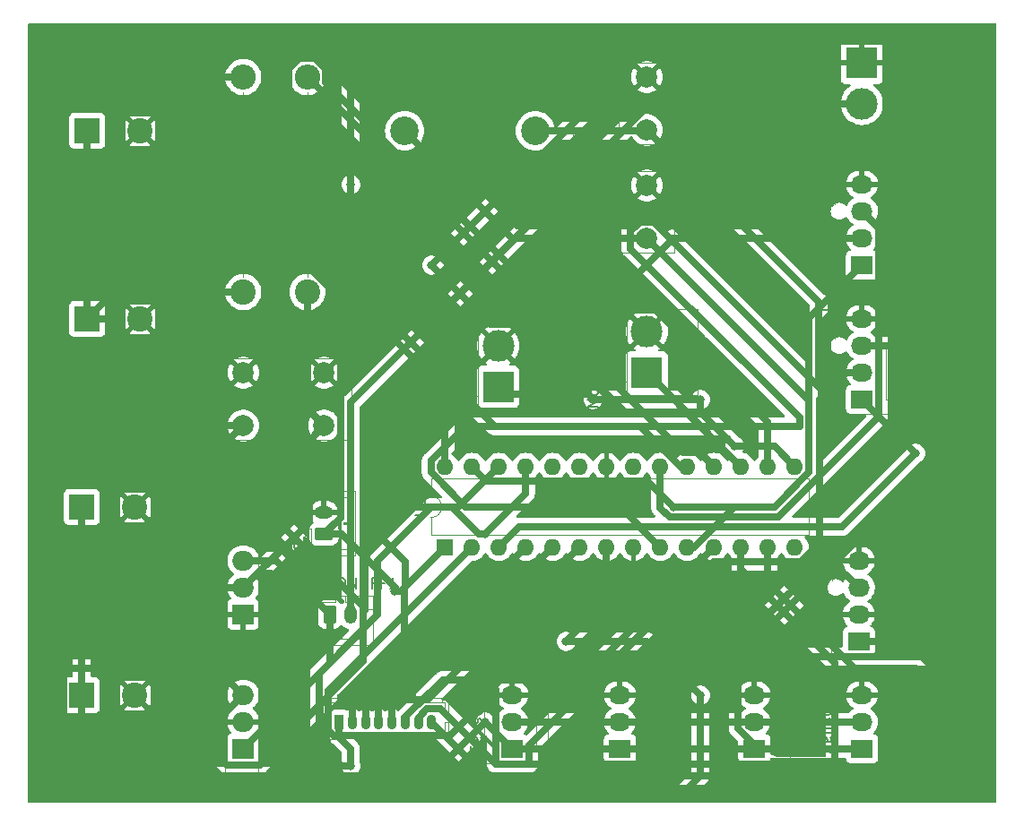
<source format=gbr>
%TF.GenerationSoftware,KiCad,Pcbnew,7.0.2*%
%TF.CreationDate,2023-06-25T21:36:58-03:00*%
%TF.ProjectId,projeto_final,70726f6a-6574-46f5-9f66-696e616c2e6b,rev?*%
%TF.SameCoordinates,Original*%
%TF.FileFunction,Legend,Top*%
%TF.FilePolarity,Positive*%
%FSLAX46Y46*%
G04 Gerber Fmt 4.6, Leading zero omitted, Abs format (unit mm)*
G04 Created by KiCad (PCBNEW 7.0.2) date 2023-06-25 21:36:58*
%MOMM*%
%LPD*%
G01*
G04 APERTURE LIST*
G04 Aperture macros list*
%AMRoundRect*
0 Rectangle with rounded corners*
0 $1 Rounding radius*
0 $2 $3 $4 $5 $6 $7 $8 $9 X,Y pos of 4 corners*
0 Add a 4 corners polygon primitive as box body*
4,1,4,$2,$3,$4,$5,$6,$7,$8,$9,$2,$3,0*
0 Add four circle primitives for the rounded corners*
1,1,$1+$1,$2,$3*
1,1,$1+$1,$4,$5*
1,1,$1+$1,$6,$7*
1,1,$1+$1,$8,$9*
0 Add four rect primitives between the rounded corners*
20,1,$1+$1,$2,$3,$4,$5,0*
20,1,$1+$1,$4,$5,$6,$7,0*
20,1,$1+$1,$6,$7,$8,$9,0*
20,1,$1+$1,$8,$9,$2,$3,0*%
G04 Aperture macros list end*
%ADD10C,0.150000*%
%ADD11C,0.120000*%
%TA.AperFunction,ComponentPad*%
%ADD12O,1.600000X1.600000*%
%TD*%
%TA.AperFunction,ComponentPad*%
%ADD13R,1.600000X1.600000*%
%TD*%
%TA.AperFunction,ComponentPad*%
%ADD14R,2.000000X1.905000*%
%TD*%
%TA.AperFunction,ComponentPad*%
%ADD15O,2.000000X1.905000*%
%TD*%
%TA.AperFunction,ComponentPad*%
%ADD16RoundRect,0.225000X-0.225000X-0.475000X0.225000X-0.475000X0.225000X0.475000X-0.225000X0.475000X0*%
%TD*%
%TA.AperFunction,ComponentPad*%
%ADD17O,0.900000X1.400000*%
%TD*%
%TA.AperFunction,ComponentPad*%
%ADD18R,2.030000X1.730000*%
%TD*%
%TA.AperFunction,ComponentPad*%
%ADD19O,2.030000X1.730000*%
%TD*%
%TA.AperFunction,ComponentPad*%
%ADD20C,2.400000*%
%TD*%
%TA.AperFunction,ComponentPad*%
%ADD21O,2.400000X2.400000*%
%TD*%
%TA.AperFunction,ComponentPad*%
%ADD22R,3.000000X3.000000*%
%TD*%
%TA.AperFunction,ComponentPad*%
%ADD23C,3.000000*%
%TD*%
%TA.AperFunction,ComponentPad*%
%ADD24R,2.400000X2.400000*%
%TD*%
%TA.AperFunction,ComponentPad*%
%ADD25C,2.000000*%
%TD*%
%TA.AperFunction,ComponentPad*%
%ADD26RoundRect,0.250000X0.625000X-0.350000X0.625000X0.350000X-0.625000X0.350000X-0.625000X-0.350000X0*%
%TD*%
%TA.AperFunction,ComponentPad*%
%ADD27O,1.750000X1.200000*%
%TD*%
%TA.AperFunction,ComponentPad*%
%ADD28RoundRect,0.250000X-0.350000X-0.625000X0.350000X-0.625000X0.350000X0.625000X-0.350000X0.625000X0*%
%TD*%
%TA.AperFunction,ComponentPad*%
%ADD29O,1.200000X1.750000*%
%TD*%
%TA.AperFunction,ComponentPad*%
%ADD30C,2.700000*%
%TD*%
%TA.AperFunction,ViaPad*%
%ADD31C,0.800000*%
%TD*%
%TA.AperFunction,Conductor*%
%ADD32C,0.700000*%
%TD*%
G04 APERTURE END LIST*
D10*
%TO.C,U1*%
X127952619Y-76951904D02*
X128762142Y-76951904D01*
X128762142Y-76951904D02*
X128857380Y-76904285D01*
X128857380Y-76904285D02*
X128905000Y-76856666D01*
X128905000Y-76856666D02*
X128952619Y-76761428D01*
X128952619Y-76761428D02*
X128952619Y-76570952D01*
X128952619Y-76570952D02*
X128905000Y-76475714D01*
X128905000Y-76475714D02*
X128857380Y-76428095D01*
X128857380Y-76428095D02*
X128762142Y-76380476D01*
X128762142Y-76380476D02*
X127952619Y-76380476D01*
X128952619Y-75380476D02*
X128952619Y-75951904D01*
X128952619Y-75666190D02*
X127952619Y-75666190D01*
X127952619Y-75666190D02*
X128095476Y-75761428D01*
X128095476Y-75761428D02*
X128190714Y-75856666D01*
X128190714Y-75856666D02*
X128238333Y-75951904D01*
%TO.C,U3*%
X106952619Y-97281904D02*
X107762142Y-97281904D01*
X107762142Y-97281904D02*
X107857380Y-97234285D01*
X107857380Y-97234285D02*
X107905000Y-97186666D01*
X107905000Y-97186666D02*
X107952619Y-97091428D01*
X107952619Y-97091428D02*
X107952619Y-96900952D01*
X107952619Y-96900952D02*
X107905000Y-96805714D01*
X107905000Y-96805714D02*
X107857380Y-96758095D01*
X107857380Y-96758095D02*
X107762142Y-96710476D01*
X107762142Y-96710476D02*
X106952619Y-96710476D01*
X106952619Y-96329523D02*
X106952619Y-95710476D01*
X106952619Y-95710476D02*
X107333571Y-96043809D01*
X107333571Y-96043809D02*
X107333571Y-95900952D01*
X107333571Y-95900952D02*
X107381190Y-95805714D01*
X107381190Y-95805714D02*
X107428809Y-95758095D01*
X107428809Y-95758095D02*
X107524047Y-95710476D01*
X107524047Y-95710476D02*
X107762142Y-95710476D01*
X107762142Y-95710476D02*
X107857380Y-95758095D01*
X107857380Y-95758095D02*
X107905000Y-95805714D01*
X107905000Y-95805714D02*
X107952619Y-95900952D01*
X107952619Y-95900952D02*
X107952619Y-96186666D01*
X107952619Y-96186666D02*
X107905000Y-96281904D01*
X107905000Y-96281904D02*
X107857380Y-96329523D01*
%TO.C,U2*%
X106952619Y-84581904D02*
X107762142Y-84581904D01*
X107762142Y-84581904D02*
X107857380Y-84534285D01*
X107857380Y-84534285D02*
X107905000Y-84486666D01*
X107905000Y-84486666D02*
X107952619Y-84391428D01*
X107952619Y-84391428D02*
X107952619Y-84200952D01*
X107952619Y-84200952D02*
X107905000Y-84105714D01*
X107905000Y-84105714D02*
X107857380Y-84058095D01*
X107857380Y-84058095D02*
X107762142Y-84010476D01*
X107762142Y-84010476D02*
X106952619Y-84010476D01*
X107047857Y-83581904D02*
X107000238Y-83534285D01*
X107000238Y-83534285D02*
X106952619Y-83439047D01*
X106952619Y-83439047D02*
X106952619Y-83200952D01*
X106952619Y-83200952D02*
X107000238Y-83105714D01*
X107000238Y-83105714D02*
X107047857Y-83058095D01*
X107047857Y-83058095D02*
X107143095Y-83010476D01*
X107143095Y-83010476D02*
X107238333Y-83010476D01*
X107238333Y-83010476D02*
X107381190Y-83058095D01*
X107381190Y-83058095D02*
X107952619Y-83629523D01*
X107952619Y-83629523D02*
X107952619Y-83010476D01*
%TO.C,Teclado1*%
X121926904Y-93682619D02*
X122498332Y-93682619D01*
X122212618Y-94682619D02*
X122212618Y-93682619D01*
X123212618Y-94635000D02*
X123117380Y-94682619D01*
X123117380Y-94682619D02*
X122926904Y-94682619D01*
X122926904Y-94682619D02*
X122831666Y-94635000D01*
X122831666Y-94635000D02*
X122784047Y-94539761D01*
X122784047Y-94539761D02*
X122784047Y-94158809D01*
X122784047Y-94158809D02*
X122831666Y-94063571D01*
X122831666Y-94063571D02*
X122926904Y-94015952D01*
X122926904Y-94015952D02*
X123117380Y-94015952D01*
X123117380Y-94015952D02*
X123212618Y-94063571D01*
X123212618Y-94063571D02*
X123260237Y-94158809D01*
X123260237Y-94158809D02*
X123260237Y-94254047D01*
X123260237Y-94254047D02*
X122784047Y-94349285D01*
X124117380Y-94635000D02*
X124022142Y-94682619D01*
X124022142Y-94682619D02*
X123831666Y-94682619D01*
X123831666Y-94682619D02*
X123736428Y-94635000D01*
X123736428Y-94635000D02*
X123688809Y-94587380D01*
X123688809Y-94587380D02*
X123641190Y-94492142D01*
X123641190Y-94492142D02*
X123641190Y-94206428D01*
X123641190Y-94206428D02*
X123688809Y-94111190D01*
X123688809Y-94111190D02*
X123736428Y-94063571D01*
X123736428Y-94063571D02*
X123831666Y-94015952D01*
X123831666Y-94015952D02*
X124022142Y-94015952D01*
X124022142Y-94015952D02*
X124117380Y-94063571D01*
X124688809Y-94682619D02*
X124593571Y-94635000D01*
X124593571Y-94635000D02*
X124545952Y-94539761D01*
X124545952Y-94539761D02*
X124545952Y-93682619D01*
X125498333Y-94682619D02*
X125498333Y-94158809D01*
X125498333Y-94158809D02*
X125450714Y-94063571D01*
X125450714Y-94063571D02*
X125355476Y-94015952D01*
X125355476Y-94015952D02*
X125165000Y-94015952D01*
X125165000Y-94015952D02*
X125069762Y-94063571D01*
X125498333Y-94635000D02*
X125403095Y-94682619D01*
X125403095Y-94682619D02*
X125165000Y-94682619D01*
X125165000Y-94682619D02*
X125069762Y-94635000D01*
X125069762Y-94635000D02*
X125022143Y-94539761D01*
X125022143Y-94539761D02*
X125022143Y-94444523D01*
X125022143Y-94444523D02*
X125069762Y-94349285D01*
X125069762Y-94349285D02*
X125165000Y-94301666D01*
X125165000Y-94301666D02*
X125403095Y-94301666D01*
X125403095Y-94301666D02*
X125498333Y-94254047D01*
X126403095Y-94682619D02*
X126403095Y-93682619D01*
X126403095Y-94635000D02*
X126307857Y-94682619D01*
X126307857Y-94682619D02*
X126117381Y-94682619D01*
X126117381Y-94682619D02*
X126022143Y-94635000D01*
X126022143Y-94635000D02*
X125974524Y-94587380D01*
X125974524Y-94587380D02*
X125926905Y-94492142D01*
X125926905Y-94492142D02*
X125926905Y-94206428D01*
X125926905Y-94206428D02*
X125974524Y-94111190D01*
X125974524Y-94111190D02*
X126022143Y-94063571D01*
X126022143Y-94063571D02*
X126117381Y-94015952D01*
X126117381Y-94015952D02*
X126307857Y-94015952D01*
X126307857Y-94015952D02*
X126403095Y-94063571D01*
X127022143Y-94682619D02*
X126926905Y-94635000D01*
X126926905Y-94635000D02*
X126879286Y-94587380D01*
X126879286Y-94587380D02*
X126831667Y-94492142D01*
X126831667Y-94492142D02*
X126831667Y-94206428D01*
X126831667Y-94206428D02*
X126879286Y-94111190D01*
X126879286Y-94111190D02*
X126926905Y-94063571D01*
X126926905Y-94063571D02*
X127022143Y-94015952D01*
X127022143Y-94015952D02*
X127165000Y-94015952D01*
X127165000Y-94015952D02*
X127260238Y-94063571D01*
X127260238Y-94063571D02*
X127307857Y-94111190D01*
X127307857Y-94111190D02*
X127355476Y-94206428D01*
X127355476Y-94206428D02*
X127355476Y-94492142D01*
X127355476Y-94492142D02*
X127307857Y-94587380D01*
X127307857Y-94587380D02*
X127260238Y-94635000D01*
X127260238Y-94635000D02*
X127165000Y-94682619D01*
X127165000Y-94682619D02*
X127022143Y-94682619D01*
X128307857Y-94682619D02*
X127736429Y-94682619D01*
X128022143Y-94682619D02*
X128022143Y-93682619D01*
X128022143Y-93682619D02*
X127926905Y-93825476D01*
X127926905Y-93825476D02*
X127831667Y-93920714D01*
X127831667Y-93920714D02*
X127736429Y-93968333D01*
%TO.C,Sensor4*%
X157035000Y-99369523D02*
X157082619Y-99226666D01*
X157082619Y-99226666D02*
X157082619Y-98988571D01*
X157082619Y-98988571D02*
X157035000Y-98893333D01*
X157035000Y-98893333D02*
X156987380Y-98845714D01*
X156987380Y-98845714D02*
X156892142Y-98798095D01*
X156892142Y-98798095D02*
X156796904Y-98798095D01*
X156796904Y-98798095D02*
X156701666Y-98845714D01*
X156701666Y-98845714D02*
X156654047Y-98893333D01*
X156654047Y-98893333D02*
X156606428Y-98988571D01*
X156606428Y-98988571D02*
X156558809Y-99179047D01*
X156558809Y-99179047D02*
X156511190Y-99274285D01*
X156511190Y-99274285D02*
X156463571Y-99321904D01*
X156463571Y-99321904D02*
X156368333Y-99369523D01*
X156368333Y-99369523D02*
X156273095Y-99369523D01*
X156273095Y-99369523D02*
X156177857Y-99321904D01*
X156177857Y-99321904D02*
X156130238Y-99274285D01*
X156130238Y-99274285D02*
X156082619Y-99179047D01*
X156082619Y-99179047D02*
X156082619Y-98940952D01*
X156082619Y-98940952D02*
X156130238Y-98798095D01*
X157035000Y-97988571D02*
X157082619Y-98083809D01*
X157082619Y-98083809D02*
X157082619Y-98274285D01*
X157082619Y-98274285D02*
X157035000Y-98369523D01*
X157035000Y-98369523D02*
X156939761Y-98417142D01*
X156939761Y-98417142D02*
X156558809Y-98417142D01*
X156558809Y-98417142D02*
X156463571Y-98369523D01*
X156463571Y-98369523D02*
X156415952Y-98274285D01*
X156415952Y-98274285D02*
X156415952Y-98083809D01*
X156415952Y-98083809D02*
X156463571Y-97988571D01*
X156463571Y-97988571D02*
X156558809Y-97940952D01*
X156558809Y-97940952D02*
X156654047Y-97940952D01*
X156654047Y-97940952D02*
X156749285Y-98417142D01*
X156415952Y-97512380D02*
X157082619Y-97512380D01*
X156511190Y-97512380D02*
X156463571Y-97464761D01*
X156463571Y-97464761D02*
X156415952Y-97369523D01*
X156415952Y-97369523D02*
X156415952Y-97226666D01*
X156415952Y-97226666D02*
X156463571Y-97131428D01*
X156463571Y-97131428D02*
X156558809Y-97083809D01*
X156558809Y-97083809D02*
X157082619Y-97083809D01*
X157035000Y-96655237D02*
X157082619Y-96559999D01*
X157082619Y-96559999D02*
X157082619Y-96369523D01*
X157082619Y-96369523D02*
X157035000Y-96274285D01*
X157035000Y-96274285D02*
X156939761Y-96226666D01*
X156939761Y-96226666D02*
X156892142Y-96226666D01*
X156892142Y-96226666D02*
X156796904Y-96274285D01*
X156796904Y-96274285D02*
X156749285Y-96369523D01*
X156749285Y-96369523D02*
X156749285Y-96512380D01*
X156749285Y-96512380D02*
X156701666Y-96607618D01*
X156701666Y-96607618D02*
X156606428Y-96655237D01*
X156606428Y-96655237D02*
X156558809Y-96655237D01*
X156558809Y-96655237D02*
X156463571Y-96607618D01*
X156463571Y-96607618D02*
X156415952Y-96512380D01*
X156415952Y-96512380D02*
X156415952Y-96369523D01*
X156415952Y-96369523D02*
X156463571Y-96274285D01*
X157082619Y-95655237D02*
X157035000Y-95750475D01*
X157035000Y-95750475D02*
X156987380Y-95798094D01*
X156987380Y-95798094D02*
X156892142Y-95845713D01*
X156892142Y-95845713D02*
X156606428Y-95845713D01*
X156606428Y-95845713D02*
X156511190Y-95798094D01*
X156511190Y-95798094D02*
X156463571Y-95750475D01*
X156463571Y-95750475D02*
X156415952Y-95655237D01*
X156415952Y-95655237D02*
X156415952Y-95512380D01*
X156415952Y-95512380D02*
X156463571Y-95417142D01*
X156463571Y-95417142D02*
X156511190Y-95369523D01*
X156511190Y-95369523D02*
X156606428Y-95321904D01*
X156606428Y-95321904D02*
X156892142Y-95321904D01*
X156892142Y-95321904D02*
X156987380Y-95369523D01*
X156987380Y-95369523D02*
X157035000Y-95417142D01*
X157035000Y-95417142D02*
X157082619Y-95512380D01*
X157082619Y-95512380D02*
X157082619Y-95655237D01*
X157082619Y-94893332D02*
X156415952Y-94893332D01*
X156606428Y-94893332D02*
X156511190Y-94845713D01*
X156511190Y-94845713D02*
X156463571Y-94798094D01*
X156463571Y-94798094D02*
X156415952Y-94702856D01*
X156415952Y-94702856D02*
X156415952Y-94607618D01*
X156415952Y-93845713D02*
X157082619Y-93845713D01*
X156035000Y-94083808D02*
X156749285Y-94321903D01*
X156749285Y-94321903D02*
X156749285Y-93702856D01*
%TO.C,Sensor3*%
X144335000Y-99369523D02*
X144382619Y-99226666D01*
X144382619Y-99226666D02*
X144382619Y-98988571D01*
X144382619Y-98988571D02*
X144335000Y-98893333D01*
X144335000Y-98893333D02*
X144287380Y-98845714D01*
X144287380Y-98845714D02*
X144192142Y-98798095D01*
X144192142Y-98798095D02*
X144096904Y-98798095D01*
X144096904Y-98798095D02*
X144001666Y-98845714D01*
X144001666Y-98845714D02*
X143954047Y-98893333D01*
X143954047Y-98893333D02*
X143906428Y-98988571D01*
X143906428Y-98988571D02*
X143858809Y-99179047D01*
X143858809Y-99179047D02*
X143811190Y-99274285D01*
X143811190Y-99274285D02*
X143763571Y-99321904D01*
X143763571Y-99321904D02*
X143668333Y-99369523D01*
X143668333Y-99369523D02*
X143573095Y-99369523D01*
X143573095Y-99369523D02*
X143477857Y-99321904D01*
X143477857Y-99321904D02*
X143430238Y-99274285D01*
X143430238Y-99274285D02*
X143382619Y-99179047D01*
X143382619Y-99179047D02*
X143382619Y-98940952D01*
X143382619Y-98940952D02*
X143430238Y-98798095D01*
X144335000Y-97988571D02*
X144382619Y-98083809D01*
X144382619Y-98083809D02*
X144382619Y-98274285D01*
X144382619Y-98274285D02*
X144335000Y-98369523D01*
X144335000Y-98369523D02*
X144239761Y-98417142D01*
X144239761Y-98417142D02*
X143858809Y-98417142D01*
X143858809Y-98417142D02*
X143763571Y-98369523D01*
X143763571Y-98369523D02*
X143715952Y-98274285D01*
X143715952Y-98274285D02*
X143715952Y-98083809D01*
X143715952Y-98083809D02*
X143763571Y-97988571D01*
X143763571Y-97988571D02*
X143858809Y-97940952D01*
X143858809Y-97940952D02*
X143954047Y-97940952D01*
X143954047Y-97940952D02*
X144049285Y-98417142D01*
X143715952Y-97512380D02*
X144382619Y-97512380D01*
X143811190Y-97512380D02*
X143763571Y-97464761D01*
X143763571Y-97464761D02*
X143715952Y-97369523D01*
X143715952Y-97369523D02*
X143715952Y-97226666D01*
X143715952Y-97226666D02*
X143763571Y-97131428D01*
X143763571Y-97131428D02*
X143858809Y-97083809D01*
X143858809Y-97083809D02*
X144382619Y-97083809D01*
X144335000Y-96655237D02*
X144382619Y-96559999D01*
X144382619Y-96559999D02*
X144382619Y-96369523D01*
X144382619Y-96369523D02*
X144335000Y-96274285D01*
X144335000Y-96274285D02*
X144239761Y-96226666D01*
X144239761Y-96226666D02*
X144192142Y-96226666D01*
X144192142Y-96226666D02*
X144096904Y-96274285D01*
X144096904Y-96274285D02*
X144049285Y-96369523D01*
X144049285Y-96369523D02*
X144049285Y-96512380D01*
X144049285Y-96512380D02*
X144001666Y-96607618D01*
X144001666Y-96607618D02*
X143906428Y-96655237D01*
X143906428Y-96655237D02*
X143858809Y-96655237D01*
X143858809Y-96655237D02*
X143763571Y-96607618D01*
X143763571Y-96607618D02*
X143715952Y-96512380D01*
X143715952Y-96512380D02*
X143715952Y-96369523D01*
X143715952Y-96369523D02*
X143763571Y-96274285D01*
X144382619Y-95655237D02*
X144335000Y-95750475D01*
X144335000Y-95750475D02*
X144287380Y-95798094D01*
X144287380Y-95798094D02*
X144192142Y-95845713D01*
X144192142Y-95845713D02*
X143906428Y-95845713D01*
X143906428Y-95845713D02*
X143811190Y-95798094D01*
X143811190Y-95798094D02*
X143763571Y-95750475D01*
X143763571Y-95750475D02*
X143715952Y-95655237D01*
X143715952Y-95655237D02*
X143715952Y-95512380D01*
X143715952Y-95512380D02*
X143763571Y-95417142D01*
X143763571Y-95417142D02*
X143811190Y-95369523D01*
X143811190Y-95369523D02*
X143906428Y-95321904D01*
X143906428Y-95321904D02*
X144192142Y-95321904D01*
X144192142Y-95321904D02*
X144287380Y-95369523D01*
X144287380Y-95369523D02*
X144335000Y-95417142D01*
X144335000Y-95417142D02*
X144382619Y-95512380D01*
X144382619Y-95512380D02*
X144382619Y-95655237D01*
X144382619Y-94893332D02*
X143715952Y-94893332D01*
X143906428Y-94893332D02*
X143811190Y-94845713D01*
X143811190Y-94845713D02*
X143763571Y-94798094D01*
X143763571Y-94798094D02*
X143715952Y-94702856D01*
X143715952Y-94702856D02*
X143715952Y-94607618D01*
X143382619Y-94369522D02*
X143382619Y-93750475D01*
X143382619Y-93750475D02*
X143763571Y-94083808D01*
X143763571Y-94083808D02*
X143763571Y-93940951D01*
X143763571Y-93940951D02*
X143811190Y-93845713D01*
X143811190Y-93845713D02*
X143858809Y-93798094D01*
X143858809Y-93798094D02*
X143954047Y-93750475D01*
X143954047Y-93750475D02*
X144192142Y-93750475D01*
X144192142Y-93750475D02*
X144287380Y-93798094D01*
X144287380Y-93798094D02*
X144335000Y-93845713D01*
X144335000Y-93845713D02*
X144382619Y-93940951D01*
X144382619Y-93940951D02*
X144382619Y-94226665D01*
X144382619Y-94226665D02*
X144335000Y-94321903D01*
X144335000Y-94321903D02*
X144287380Y-94369522D01*
%TO.C,Sensor2*%
X134175000Y-99369523D02*
X134222619Y-99226666D01*
X134222619Y-99226666D02*
X134222619Y-98988571D01*
X134222619Y-98988571D02*
X134175000Y-98893333D01*
X134175000Y-98893333D02*
X134127380Y-98845714D01*
X134127380Y-98845714D02*
X134032142Y-98798095D01*
X134032142Y-98798095D02*
X133936904Y-98798095D01*
X133936904Y-98798095D02*
X133841666Y-98845714D01*
X133841666Y-98845714D02*
X133794047Y-98893333D01*
X133794047Y-98893333D02*
X133746428Y-98988571D01*
X133746428Y-98988571D02*
X133698809Y-99179047D01*
X133698809Y-99179047D02*
X133651190Y-99274285D01*
X133651190Y-99274285D02*
X133603571Y-99321904D01*
X133603571Y-99321904D02*
X133508333Y-99369523D01*
X133508333Y-99369523D02*
X133413095Y-99369523D01*
X133413095Y-99369523D02*
X133317857Y-99321904D01*
X133317857Y-99321904D02*
X133270238Y-99274285D01*
X133270238Y-99274285D02*
X133222619Y-99179047D01*
X133222619Y-99179047D02*
X133222619Y-98940952D01*
X133222619Y-98940952D02*
X133270238Y-98798095D01*
X134175000Y-97988571D02*
X134222619Y-98083809D01*
X134222619Y-98083809D02*
X134222619Y-98274285D01*
X134222619Y-98274285D02*
X134175000Y-98369523D01*
X134175000Y-98369523D02*
X134079761Y-98417142D01*
X134079761Y-98417142D02*
X133698809Y-98417142D01*
X133698809Y-98417142D02*
X133603571Y-98369523D01*
X133603571Y-98369523D02*
X133555952Y-98274285D01*
X133555952Y-98274285D02*
X133555952Y-98083809D01*
X133555952Y-98083809D02*
X133603571Y-97988571D01*
X133603571Y-97988571D02*
X133698809Y-97940952D01*
X133698809Y-97940952D02*
X133794047Y-97940952D01*
X133794047Y-97940952D02*
X133889285Y-98417142D01*
X133555952Y-97512380D02*
X134222619Y-97512380D01*
X133651190Y-97512380D02*
X133603571Y-97464761D01*
X133603571Y-97464761D02*
X133555952Y-97369523D01*
X133555952Y-97369523D02*
X133555952Y-97226666D01*
X133555952Y-97226666D02*
X133603571Y-97131428D01*
X133603571Y-97131428D02*
X133698809Y-97083809D01*
X133698809Y-97083809D02*
X134222619Y-97083809D01*
X134175000Y-96655237D02*
X134222619Y-96559999D01*
X134222619Y-96559999D02*
X134222619Y-96369523D01*
X134222619Y-96369523D02*
X134175000Y-96274285D01*
X134175000Y-96274285D02*
X134079761Y-96226666D01*
X134079761Y-96226666D02*
X134032142Y-96226666D01*
X134032142Y-96226666D02*
X133936904Y-96274285D01*
X133936904Y-96274285D02*
X133889285Y-96369523D01*
X133889285Y-96369523D02*
X133889285Y-96512380D01*
X133889285Y-96512380D02*
X133841666Y-96607618D01*
X133841666Y-96607618D02*
X133746428Y-96655237D01*
X133746428Y-96655237D02*
X133698809Y-96655237D01*
X133698809Y-96655237D02*
X133603571Y-96607618D01*
X133603571Y-96607618D02*
X133555952Y-96512380D01*
X133555952Y-96512380D02*
X133555952Y-96369523D01*
X133555952Y-96369523D02*
X133603571Y-96274285D01*
X134222619Y-95655237D02*
X134175000Y-95750475D01*
X134175000Y-95750475D02*
X134127380Y-95798094D01*
X134127380Y-95798094D02*
X134032142Y-95845713D01*
X134032142Y-95845713D02*
X133746428Y-95845713D01*
X133746428Y-95845713D02*
X133651190Y-95798094D01*
X133651190Y-95798094D02*
X133603571Y-95750475D01*
X133603571Y-95750475D02*
X133555952Y-95655237D01*
X133555952Y-95655237D02*
X133555952Y-95512380D01*
X133555952Y-95512380D02*
X133603571Y-95417142D01*
X133603571Y-95417142D02*
X133651190Y-95369523D01*
X133651190Y-95369523D02*
X133746428Y-95321904D01*
X133746428Y-95321904D02*
X134032142Y-95321904D01*
X134032142Y-95321904D02*
X134127380Y-95369523D01*
X134127380Y-95369523D02*
X134175000Y-95417142D01*
X134175000Y-95417142D02*
X134222619Y-95512380D01*
X134222619Y-95512380D02*
X134222619Y-95655237D01*
X134222619Y-94893332D02*
X133555952Y-94893332D01*
X133746428Y-94893332D02*
X133651190Y-94845713D01*
X133651190Y-94845713D02*
X133603571Y-94798094D01*
X133603571Y-94798094D02*
X133555952Y-94702856D01*
X133555952Y-94702856D02*
X133555952Y-94607618D01*
X133317857Y-94321903D02*
X133270238Y-94274284D01*
X133270238Y-94274284D02*
X133222619Y-94179046D01*
X133222619Y-94179046D02*
X133222619Y-93940951D01*
X133222619Y-93940951D02*
X133270238Y-93845713D01*
X133270238Y-93845713D02*
X133317857Y-93798094D01*
X133317857Y-93798094D02*
X133413095Y-93750475D01*
X133413095Y-93750475D02*
X133508333Y-93750475D01*
X133508333Y-93750475D02*
X133651190Y-93798094D01*
X133651190Y-93798094D02*
X134222619Y-94369522D01*
X134222619Y-94369522D02*
X134222619Y-93750475D01*
%TO.C,Sensor1*%
X167195000Y-99369523D02*
X167242619Y-99226666D01*
X167242619Y-99226666D02*
X167242619Y-98988571D01*
X167242619Y-98988571D02*
X167195000Y-98893333D01*
X167195000Y-98893333D02*
X167147380Y-98845714D01*
X167147380Y-98845714D02*
X167052142Y-98798095D01*
X167052142Y-98798095D02*
X166956904Y-98798095D01*
X166956904Y-98798095D02*
X166861666Y-98845714D01*
X166861666Y-98845714D02*
X166814047Y-98893333D01*
X166814047Y-98893333D02*
X166766428Y-98988571D01*
X166766428Y-98988571D02*
X166718809Y-99179047D01*
X166718809Y-99179047D02*
X166671190Y-99274285D01*
X166671190Y-99274285D02*
X166623571Y-99321904D01*
X166623571Y-99321904D02*
X166528333Y-99369523D01*
X166528333Y-99369523D02*
X166433095Y-99369523D01*
X166433095Y-99369523D02*
X166337857Y-99321904D01*
X166337857Y-99321904D02*
X166290238Y-99274285D01*
X166290238Y-99274285D02*
X166242619Y-99179047D01*
X166242619Y-99179047D02*
X166242619Y-98940952D01*
X166242619Y-98940952D02*
X166290238Y-98798095D01*
X167195000Y-97988571D02*
X167242619Y-98083809D01*
X167242619Y-98083809D02*
X167242619Y-98274285D01*
X167242619Y-98274285D02*
X167195000Y-98369523D01*
X167195000Y-98369523D02*
X167099761Y-98417142D01*
X167099761Y-98417142D02*
X166718809Y-98417142D01*
X166718809Y-98417142D02*
X166623571Y-98369523D01*
X166623571Y-98369523D02*
X166575952Y-98274285D01*
X166575952Y-98274285D02*
X166575952Y-98083809D01*
X166575952Y-98083809D02*
X166623571Y-97988571D01*
X166623571Y-97988571D02*
X166718809Y-97940952D01*
X166718809Y-97940952D02*
X166814047Y-97940952D01*
X166814047Y-97940952D02*
X166909285Y-98417142D01*
X166575952Y-97512380D02*
X167242619Y-97512380D01*
X166671190Y-97512380D02*
X166623571Y-97464761D01*
X166623571Y-97464761D02*
X166575952Y-97369523D01*
X166575952Y-97369523D02*
X166575952Y-97226666D01*
X166575952Y-97226666D02*
X166623571Y-97131428D01*
X166623571Y-97131428D02*
X166718809Y-97083809D01*
X166718809Y-97083809D02*
X167242619Y-97083809D01*
X167195000Y-96655237D02*
X167242619Y-96559999D01*
X167242619Y-96559999D02*
X167242619Y-96369523D01*
X167242619Y-96369523D02*
X167195000Y-96274285D01*
X167195000Y-96274285D02*
X167099761Y-96226666D01*
X167099761Y-96226666D02*
X167052142Y-96226666D01*
X167052142Y-96226666D02*
X166956904Y-96274285D01*
X166956904Y-96274285D02*
X166909285Y-96369523D01*
X166909285Y-96369523D02*
X166909285Y-96512380D01*
X166909285Y-96512380D02*
X166861666Y-96607618D01*
X166861666Y-96607618D02*
X166766428Y-96655237D01*
X166766428Y-96655237D02*
X166718809Y-96655237D01*
X166718809Y-96655237D02*
X166623571Y-96607618D01*
X166623571Y-96607618D02*
X166575952Y-96512380D01*
X166575952Y-96512380D02*
X166575952Y-96369523D01*
X166575952Y-96369523D02*
X166623571Y-96274285D01*
X167242619Y-95655237D02*
X167195000Y-95750475D01*
X167195000Y-95750475D02*
X167147380Y-95798094D01*
X167147380Y-95798094D02*
X167052142Y-95845713D01*
X167052142Y-95845713D02*
X166766428Y-95845713D01*
X166766428Y-95845713D02*
X166671190Y-95798094D01*
X166671190Y-95798094D02*
X166623571Y-95750475D01*
X166623571Y-95750475D02*
X166575952Y-95655237D01*
X166575952Y-95655237D02*
X166575952Y-95512380D01*
X166575952Y-95512380D02*
X166623571Y-95417142D01*
X166623571Y-95417142D02*
X166671190Y-95369523D01*
X166671190Y-95369523D02*
X166766428Y-95321904D01*
X166766428Y-95321904D02*
X167052142Y-95321904D01*
X167052142Y-95321904D02*
X167147380Y-95369523D01*
X167147380Y-95369523D02*
X167195000Y-95417142D01*
X167195000Y-95417142D02*
X167242619Y-95512380D01*
X167242619Y-95512380D02*
X167242619Y-95655237D01*
X167242619Y-94893332D02*
X166575952Y-94893332D01*
X166766428Y-94893332D02*
X166671190Y-94845713D01*
X166671190Y-94845713D02*
X166623571Y-94798094D01*
X166623571Y-94798094D02*
X166575952Y-94702856D01*
X166575952Y-94702856D02*
X166575952Y-94607618D01*
X167242619Y-93750475D02*
X167242619Y-94321903D01*
X167242619Y-94036189D02*
X166242619Y-94036189D01*
X166242619Y-94036189D02*
X166385476Y-94131427D01*
X166385476Y-94131427D02*
X166480714Y-94226665D01*
X166480714Y-94226665D02*
X166528333Y-94321903D01*
%TO.C,R2*%
X114902619Y-45886666D02*
X114426428Y-46219999D01*
X114902619Y-46458094D02*
X113902619Y-46458094D01*
X113902619Y-46458094D02*
X113902619Y-46077142D01*
X113902619Y-46077142D02*
X113950238Y-45981904D01*
X113950238Y-45981904D02*
X113997857Y-45934285D01*
X113997857Y-45934285D02*
X114093095Y-45886666D01*
X114093095Y-45886666D02*
X114235952Y-45886666D01*
X114235952Y-45886666D02*
X114331190Y-45934285D01*
X114331190Y-45934285D02*
X114378809Y-45981904D01*
X114378809Y-45981904D02*
X114426428Y-46077142D01*
X114426428Y-46077142D02*
X114426428Y-46458094D01*
X113997857Y-45505713D02*
X113950238Y-45458094D01*
X113950238Y-45458094D02*
X113902619Y-45362856D01*
X113902619Y-45362856D02*
X113902619Y-45124761D01*
X113902619Y-45124761D02*
X113950238Y-45029523D01*
X113950238Y-45029523D02*
X113997857Y-44981904D01*
X113997857Y-44981904D02*
X114093095Y-44934285D01*
X114093095Y-44934285D02*
X114188333Y-44934285D01*
X114188333Y-44934285D02*
X114331190Y-44981904D01*
X114331190Y-44981904D02*
X114902619Y-45553332D01*
X114902619Y-45553332D02*
X114902619Y-44934285D01*
%TO.C,R1*%
X108852619Y-45886666D02*
X108376428Y-46219999D01*
X108852619Y-46458094D02*
X107852619Y-46458094D01*
X107852619Y-46458094D02*
X107852619Y-46077142D01*
X107852619Y-46077142D02*
X107900238Y-45981904D01*
X107900238Y-45981904D02*
X107947857Y-45934285D01*
X107947857Y-45934285D02*
X108043095Y-45886666D01*
X108043095Y-45886666D02*
X108185952Y-45886666D01*
X108185952Y-45886666D02*
X108281190Y-45934285D01*
X108281190Y-45934285D02*
X108328809Y-45981904D01*
X108328809Y-45981904D02*
X108376428Y-46077142D01*
X108376428Y-46077142D02*
X108376428Y-46458094D01*
X108852619Y-44934285D02*
X108852619Y-45505713D01*
X108852619Y-45219999D02*
X107852619Y-45219999D01*
X107852619Y-45219999D02*
X107995476Y-45315237D01*
X107995476Y-45315237D02*
X108090714Y-45410475D01*
X108090714Y-45410475D02*
X108138333Y-45505713D01*
%TO.C,PWM_Motor1*%
X131202619Y-67263333D02*
X130202619Y-67263333D01*
X130202619Y-67263333D02*
X130202619Y-66882381D01*
X130202619Y-66882381D02*
X130250238Y-66787143D01*
X130250238Y-66787143D02*
X130297857Y-66739524D01*
X130297857Y-66739524D02*
X130393095Y-66691905D01*
X130393095Y-66691905D02*
X130535952Y-66691905D01*
X130535952Y-66691905D02*
X130631190Y-66739524D01*
X130631190Y-66739524D02*
X130678809Y-66787143D01*
X130678809Y-66787143D02*
X130726428Y-66882381D01*
X130726428Y-66882381D02*
X130726428Y-67263333D01*
X130202619Y-66358571D02*
X131202619Y-66120476D01*
X131202619Y-66120476D02*
X130488333Y-65930000D01*
X130488333Y-65930000D02*
X131202619Y-65739524D01*
X131202619Y-65739524D02*
X130202619Y-65501429D01*
X131202619Y-65120476D02*
X130202619Y-65120476D01*
X130202619Y-65120476D02*
X130916904Y-64787143D01*
X130916904Y-64787143D02*
X130202619Y-64453810D01*
X130202619Y-64453810D02*
X131202619Y-64453810D01*
X131297857Y-64215715D02*
X131297857Y-63453810D01*
X131202619Y-63215714D02*
X130202619Y-63215714D01*
X130202619Y-63215714D02*
X130916904Y-62882381D01*
X130916904Y-62882381D02*
X130202619Y-62549048D01*
X130202619Y-62549048D02*
X131202619Y-62549048D01*
X131202619Y-61930000D02*
X131155000Y-62025238D01*
X131155000Y-62025238D02*
X131107380Y-62072857D01*
X131107380Y-62072857D02*
X131012142Y-62120476D01*
X131012142Y-62120476D02*
X130726428Y-62120476D01*
X130726428Y-62120476D02*
X130631190Y-62072857D01*
X130631190Y-62072857D02*
X130583571Y-62025238D01*
X130583571Y-62025238D02*
X130535952Y-61930000D01*
X130535952Y-61930000D02*
X130535952Y-61787143D01*
X130535952Y-61787143D02*
X130583571Y-61691905D01*
X130583571Y-61691905D02*
X130631190Y-61644286D01*
X130631190Y-61644286D02*
X130726428Y-61596667D01*
X130726428Y-61596667D02*
X131012142Y-61596667D01*
X131012142Y-61596667D02*
X131107380Y-61644286D01*
X131107380Y-61644286D02*
X131155000Y-61691905D01*
X131155000Y-61691905D02*
X131202619Y-61787143D01*
X131202619Y-61787143D02*
X131202619Y-61930000D01*
X130535952Y-61310952D02*
X130535952Y-60930000D01*
X130202619Y-61168095D02*
X131059761Y-61168095D01*
X131059761Y-61168095D02*
X131155000Y-61120476D01*
X131155000Y-61120476D02*
X131202619Y-61025238D01*
X131202619Y-61025238D02*
X131202619Y-60930000D01*
X131202619Y-60453809D02*
X131155000Y-60549047D01*
X131155000Y-60549047D02*
X131107380Y-60596666D01*
X131107380Y-60596666D02*
X131012142Y-60644285D01*
X131012142Y-60644285D02*
X130726428Y-60644285D01*
X130726428Y-60644285D02*
X130631190Y-60596666D01*
X130631190Y-60596666D02*
X130583571Y-60549047D01*
X130583571Y-60549047D02*
X130535952Y-60453809D01*
X130535952Y-60453809D02*
X130535952Y-60310952D01*
X130535952Y-60310952D02*
X130583571Y-60215714D01*
X130583571Y-60215714D02*
X130631190Y-60168095D01*
X130631190Y-60168095D02*
X130726428Y-60120476D01*
X130726428Y-60120476D02*
X131012142Y-60120476D01*
X131012142Y-60120476D02*
X131107380Y-60168095D01*
X131107380Y-60168095D02*
X131155000Y-60215714D01*
X131155000Y-60215714D02*
X131202619Y-60310952D01*
X131202619Y-60310952D02*
X131202619Y-60453809D01*
X131202619Y-59691904D02*
X130535952Y-59691904D01*
X130726428Y-59691904D02*
X130631190Y-59644285D01*
X130631190Y-59644285D02*
X130583571Y-59596666D01*
X130583571Y-59596666D02*
X130535952Y-59501428D01*
X130535952Y-59501428D02*
X130535952Y-59406190D01*
X131202619Y-58549047D02*
X131202619Y-59120475D01*
X131202619Y-58834761D02*
X130202619Y-58834761D01*
X130202619Y-58834761D02*
X130345476Y-58929999D01*
X130345476Y-58929999D02*
X130440714Y-59025237D01*
X130440714Y-59025237D02*
X130488333Y-59120475D01*
%TO.C,Motor_ONOFF1*%
X145242619Y-66709047D02*
X144242619Y-66709047D01*
X144242619Y-66709047D02*
X144956904Y-66375714D01*
X144956904Y-66375714D02*
X144242619Y-66042381D01*
X144242619Y-66042381D02*
X145242619Y-66042381D01*
X145242619Y-65423333D02*
X145195000Y-65518571D01*
X145195000Y-65518571D02*
X145147380Y-65566190D01*
X145147380Y-65566190D02*
X145052142Y-65613809D01*
X145052142Y-65613809D02*
X144766428Y-65613809D01*
X144766428Y-65613809D02*
X144671190Y-65566190D01*
X144671190Y-65566190D02*
X144623571Y-65518571D01*
X144623571Y-65518571D02*
X144575952Y-65423333D01*
X144575952Y-65423333D02*
X144575952Y-65280476D01*
X144575952Y-65280476D02*
X144623571Y-65185238D01*
X144623571Y-65185238D02*
X144671190Y-65137619D01*
X144671190Y-65137619D02*
X144766428Y-65090000D01*
X144766428Y-65090000D02*
X145052142Y-65090000D01*
X145052142Y-65090000D02*
X145147380Y-65137619D01*
X145147380Y-65137619D02*
X145195000Y-65185238D01*
X145195000Y-65185238D02*
X145242619Y-65280476D01*
X145242619Y-65280476D02*
X145242619Y-65423333D01*
X144575952Y-64804285D02*
X144575952Y-64423333D01*
X144242619Y-64661428D02*
X145099761Y-64661428D01*
X145099761Y-64661428D02*
X145195000Y-64613809D01*
X145195000Y-64613809D02*
X145242619Y-64518571D01*
X145242619Y-64518571D02*
X145242619Y-64423333D01*
X145242619Y-63947142D02*
X145195000Y-64042380D01*
X145195000Y-64042380D02*
X145147380Y-64089999D01*
X145147380Y-64089999D02*
X145052142Y-64137618D01*
X145052142Y-64137618D02*
X144766428Y-64137618D01*
X144766428Y-64137618D02*
X144671190Y-64089999D01*
X144671190Y-64089999D02*
X144623571Y-64042380D01*
X144623571Y-64042380D02*
X144575952Y-63947142D01*
X144575952Y-63947142D02*
X144575952Y-63804285D01*
X144575952Y-63804285D02*
X144623571Y-63709047D01*
X144623571Y-63709047D02*
X144671190Y-63661428D01*
X144671190Y-63661428D02*
X144766428Y-63613809D01*
X144766428Y-63613809D02*
X145052142Y-63613809D01*
X145052142Y-63613809D02*
X145147380Y-63661428D01*
X145147380Y-63661428D02*
X145195000Y-63709047D01*
X145195000Y-63709047D02*
X145242619Y-63804285D01*
X145242619Y-63804285D02*
X145242619Y-63947142D01*
X145242619Y-63185237D02*
X144575952Y-63185237D01*
X144766428Y-63185237D02*
X144671190Y-63137618D01*
X144671190Y-63137618D02*
X144623571Y-63089999D01*
X144623571Y-63089999D02*
X144575952Y-62994761D01*
X144575952Y-62994761D02*
X144575952Y-62899523D01*
X145337857Y-62804285D02*
X145337857Y-62042380D01*
X144242619Y-61613808D02*
X144242619Y-61423332D01*
X144242619Y-61423332D02*
X144290238Y-61328094D01*
X144290238Y-61328094D02*
X144385476Y-61232856D01*
X144385476Y-61232856D02*
X144575952Y-61185237D01*
X144575952Y-61185237D02*
X144909285Y-61185237D01*
X144909285Y-61185237D02*
X145099761Y-61232856D01*
X145099761Y-61232856D02*
X145195000Y-61328094D01*
X145195000Y-61328094D02*
X145242619Y-61423332D01*
X145242619Y-61423332D02*
X145242619Y-61613808D01*
X145242619Y-61613808D02*
X145195000Y-61709046D01*
X145195000Y-61709046D02*
X145099761Y-61804284D01*
X145099761Y-61804284D02*
X144909285Y-61851903D01*
X144909285Y-61851903D02*
X144575952Y-61851903D01*
X144575952Y-61851903D02*
X144385476Y-61804284D01*
X144385476Y-61804284D02*
X144290238Y-61709046D01*
X144290238Y-61709046D02*
X144242619Y-61613808D01*
X145242619Y-60756665D02*
X144242619Y-60756665D01*
X144242619Y-60756665D02*
X145242619Y-60185237D01*
X145242619Y-60185237D02*
X144242619Y-60185237D01*
X144242619Y-59518570D02*
X144242619Y-59328094D01*
X144242619Y-59328094D02*
X144290238Y-59232856D01*
X144290238Y-59232856D02*
X144385476Y-59137618D01*
X144385476Y-59137618D02*
X144575952Y-59089999D01*
X144575952Y-59089999D02*
X144909285Y-59089999D01*
X144909285Y-59089999D02*
X145099761Y-59137618D01*
X145099761Y-59137618D02*
X145195000Y-59232856D01*
X145195000Y-59232856D02*
X145242619Y-59328094D01*
X145242619Y-59328094D02*
X145242619Y-59518570D01*
X145242619Y-59518570D02*
X145195000Y-59613808D01*
X145195000Y-59613808D02*
X145099761Y-59709046D01*
X145099761Y-59709046D02*
X144909285Y-59756665D01*
X144909285Y-59756665D02*
X144575952Y-59756665D01*
X144575952Y-59756665D02*
X144385476Y-59709046D01*
X144385476Y-59709046D02*
X144290238Y-59613808D01*
X144290238Y-59613808D02*
X144242619Y-59518570D01*
X144718809Y-58328094D02*
X144718809Y-58661427D01*
X145242619Y-58661427D02*
X144242619Y-58661427D01*
X144242619Y-58661427D02*
X144242619Y-58185237D01*
X144718809Y-57470951D02*
X144718809Y-57804284D01*
X145242619Y-57804284D02*
X144242619Y-57804284D01*
X144242619Y-57804284D02*
X144242619Y-57328094D01*
X145242619Y-56423332D02*
X145242619Y-56994760D01*
X145242619Y-56709046D02*
X144242619Y-56709046D01*
X144242619Y-56709046D02*
X144385476Y-56804284D01*
X144385476Y-56804284D02*
X144480714Y-56899522D01*
X144480714Y-56899522D02*
X144528333Y-56994760D01*
%TO.C,LEDs1*%
X166792619Y-86423809D02*
X166792619Y-86899999D01*
X166792619Y-86899999D02*
X165792619Y-86899999D01*
X166268809Y-86090475D02*
X166268809Y-85757142D01*
X166792619Y-85614285D02*
X166792619Y-86090475D01*
X166792619Y-86090475D02*
X165792619Y-86090475D01*
X165792619Y-86090475D02*
X165792619Y-85614285D01*
X166792619Y-85185713D02*
X165792619Y-85185713D01*
X165792619Y-85185713D02*
X165792619Y-84947618D01*
X165792619Y-84947618D02*
X165840238Y-84804761D01*
X165840238Y-84804761D02*
X165935476Y-84709523D01*
X165935476Y-84709523D02*
X166030714Y-84661904D01*
X166030714Y-84661904D02*
X166221190Y-84614285D01*
X166221190Y-84614285D02*
X166364047Y-84614285D01*
X166364047Y-84614285D02*
X166554523Y-84661904D01*
X166554523Y-84661904D02*
X166649761Y-84709523D01*
X166649761Y-84709523D02*
X166745000Y-84804761D01*
X166745000Y-84804761D02*
X166792619Y-84947618D01*
X166792619Y-84947618D02*
X166792619Y-85185713D01*
X166745000Y-84233332D02*
X166792619Y-84138094D01*
X166792619Y-84138094D02*
X166792619Y-83947618D01*
X166792619Y-83947618D02*
X166745000Y-83852380D01*
X166745000Y-83852380D02*
X166649761Y-83804761D01*
X166649761Y-83804761D02*
X166602142Y-83804761D01*
X166602142Y-83804761D02*
X166506904Y-83852380D01*
X166506904Y-83852380D02*
X166459285Y-83947618D01*
X166459285Y-83947618D02*
X166459285Y-84090475D01*
X166459285Y-84090475D02*
X166411666Y-84185713D01*
X166411666Y-84185713D02*
X166316428Y-84233332D01*
X166316428Y-84233332D02*
X166268809Y-84233332D01*
X166268809Y-84233332D02*
X166173571Y-84185713D01*
X166173571Y-84185713D02*
X166125952Y-84090475D01*
X166125952Y-84090475D02*
X166125952Y-83947618D01*
X166125952Y-83947618D02*
X166173571Y-83852380D01*
X166792619Y-82852380D02*
X166792619Y-83423808D01*
X166792619Y-83138094D02*
X165792619Y-83138094D01*
X165792619Y-83138094D02*
X165935476Y-83233332D01*
X165935476Y-83233332D02*
X166030714Y-83328570D01*
X166030714Y-83328570D02*
X166078333Y-83423808D01*
%TO.C,J1*%
X174722619Y-36463333D02*
X175436904Y-36463333D01*
X175436904Y-36463333D02*
X175579761Y-36510952D01*
X175579761Y-36510952D02*
X175675000Y-36606190D01*
X175675000Y-36606190D02*
X175722619Y-36749047D01*
X175722619Y-36749047D02*
X175722619Y-36844285D01*
X175722619Y-35463333D02*
X175722619Y-36034761D01*
X175722619Y-35749047D02*
X174722619Y-35749047D01*
X174722619Y-35749047D02*
X174865476Y-35844285D01*
X174865476Y-35844285D02*
X174960714Y-35939523D01*
X174960714Y-35939523D02*
X175008333Y-36034761D01*
%TO.C,EAP8266_WIFI1*%
X166568809Y-67420951D02*
X166568809Y-67087618D01*
X167092619Y-66944761D02*
X167092619Y-67420951D01*
X167092619Y-67420951D02*
X166092619Y-67420951D01*
X166092619Y-67420951D02*
X166092619Y-66944761D01*
X166806904Y-66563808D02*
X166806904Y-66087618D01*
X167092619Y-66659046D02*
X166092619Y-66325713D01*
X166092619Y-66325713D02*
X167092619Y-65992380D01*
X167092619Y-65659046D02*
X166092619Y-65659046D01*
X166092619Y-65659046D02*
X166092619Y-65278094D01*
X166092619Y-65278094D02*
X166140238Y-65182856D01*
X166140238Y-65182856D02*
X166187857Y-65135237D01*
X166187857Y-65135237D02*
X166283095Y-65087618D01*
X166283095Y-65087618D02*
X166425952Y-65087618D01*
X166425952Y-65087618D02*
X166521190Y-65135237D01*
X166521190Y-65135237D02*
X166568809Y-65182856D01*
X166568809Y-65182856D02*
X166616428Y-65278094D01*
X166616428Y-65278094D02*
X166616428Y-65659046D01*
X166521190Y-64516189D02*
X166473571Y-64611427D01*
X166473571Y-64611427D02*
X166425952Y-64659046D01*
X166425952Y-64659046D02*
X166330714Y-64706665D01*
X166330714Y-64706665D02*
X166283095Y-64706665D01*
X166283095Y-64706665D02*
X166187857Y-64659046D01*
X166187857Y-64659046D02*
X166140238Y-64611427D01*
X166140238Y-64611427D02*
X166092619Y-64516189D01*
X166092619Y-64516189D02*
X166092619Y-64325713D01*
X166092619Y-64325713D02*
X166140238Y-64230475D01*
X166140238Y-64230475D02*
X166187857Y-64182856D01*
X166187857Y-64182856D02*
X166283095Y-64135237D01*
X166283095Y-64135237D02*
X166330714Y-64135237D01*
X166330714Y-64135237D02*
X166425952Y-64182856D01*
X166425952Y-64182856D02*
X166473571Y-64230475D01*
X166473571Y-64230475D02*
X166521190Y-64325713D01*
X166521190Y-64325713D02*
X166521190Y-64516189D01*
X166521190Y-64516189D02*
X166568809Y-64611427D01*
X166568809Y-64611427D02*
X166616428Y-64659046D01*
X166616428Y-64659046D02*
X166711666Y-64706665D01*
X166711666Y-64706665D02*
X166902142Y-64706665D01*
X166902142Y-64706665D02*
X166997380Y-64659046D01*
X166997380Y-64659046D02*
X167045000Y-64611427D01*
X167045000Y-64611427D02*
X167092619Y-64516189D01*
X167092619Y-64516189D02*
X167092619Y-64325713D01*
X167092619Y-64325713D02*
X167045000Y-64230475D01*
X167045000Y-64230475D02*
X166997380Y-64182856D01*
X166997380Y-64182856D02*
X166902142Y-64135237D01*
X166902142Y-64135237D02*
X166711666Y-64135237D01*
X166711666Y-64135237D02*
X166616428Y-64182856D01*
X166616428Y-64182856D02*
X166568809Y-64230475D01*
X166568809Y-64230475D02*
X166521190Y-64325713D01*
X166187857Y-63754284D02*
X166140238Y-63706665D01*
X166140238Y-63706665D02*
X166092619Y-63611427D01*
X166092619Y-63611427D02*
X166092619Y-63373332D01*
X166092619Y-63373332D02*
X166140238Y-63278094D01*
X166140238Y-63278094D02*
X166187857Y-63230475D01*
X166187857Y-63230475D02*
X166283095Y-63182856D01*
X166283095Y-63182856D02*
X166378333Y-63182856D01*
X166378333Y-63182856D02*
X166521190Y-63230475D01*
X166521190Y-63230475D02*
X167092619Y-63801903D01*
X167092619Y-63801903D02*
X167092619Y-63182856D01*
X166092619Y-62325713D02*
X166092619Y-62516189D01*
X166092619Y-62516189D02*
X166140238Y-62611427D01*
X166140238Y-62611427D02*
X166187857Y-62659046D01*
X166187857Y-62659046D02*
X166330714Y-62754284D01*
X166330714Y-62754284D02*
X166521190Y-62801903D01*
X166521190Y-62801903D02*
X166902142Y-62801903D01*
X166902142Y-62801903D02*
X166997380Y-62754284D01*
X166997380Y-62754284D02*
X167045000Y-62706665D01*
X167045000Y-62706665D02*
X167092619Y-62611427D01*
X167092619Y-62611427D02*
X167092619Y-62420951D01*
X167092619Y-62420951D02*
X167045000Y-62325713D01*
X167045000Y-62325713D02*
X166997380Y-62278094D01*
X166997380Y-62278094D02*
X166902142Y-62230475D01*
X166902142Y-62230475D02*
X166664047Y-62230475D01*
X166664047Y-62230475D02*
X166568809Y-62278094D01*
X166568809Y-62278094D02*
X166521190Y-62325713D01*
X166521190Y-62325713D02*
X166473571Y-62420951D01*
X166473571Y-62420951D02*
X166473571Y-62611427D01*
X166473571Y-62611427D02*
X166521190Y-62706665D01*
X166521190Y-62706665D02*
X166568809Y-62754284D01*
X166568809Y-62754284D02*
X166664047Y-62801903D01*
X166092619Y-61373332D02*
X166092619Y-61563808D01*
X166092619Y-61563808D02*
X166140238Y-61659046D01*
X166140238Y-61659046D02*
X166187857Y-61706665D01*
X166187857Y-61706665D02*
X166330714Y-61801903D01*
X166330714Y-61801903D02*
X166521190Y-61849522D01*
X166521190Y-61849522D02*
X166902142Y-61849522D01*
X166902142Y-61849522D02*
X166997380Y-61801903D01*
X166997380Y-61801903D02*
X167045000Y-61754284D01*
X167045000Y-61754284D02*
X167092619Y-61659046D01*
X167092619Y-61659046D02*
X167092619Y-61468570D01*
X167092619Y-61468570D02*
X167045000Y-61373332D01*
X167045000Y-61373332D02*
X166997380Y-61325713D01*
X166997380Y-61325713D02*
X166902142Y-61278094D01*
X166902142Y-61278094D02*
X166664047Y-61278094D01*
X166664047Y-61278094D02*
X166568809Y-61325713D01*
X166568809Y-61325713D02*
X166521190Y-61373332D01*
X166521190Y-61373332D02*
X166473571Y-61468570D01*
X166473571Y-61468570D02*
X166473571Y-61659046D01*
X166473571Y-61659046D02*
X166521190Y-61754284D01*
X166521190Y-61754284D02*
X166568809Y-61801903D01*
X166568809Y-61801903D02*
X166664047Y-61849522D01*
X167187857Y-61087618D02*
X167187857Y-60325713D01*
X166092619Y-60182855D02*
X167092619Y-59944760D01*
X167092619Y-59944760D02*
X166378333Y-59754284D01*
X166378333Y-59754284D02*
X167092619Y-59563808D01*
X167092619Y-59563808D02*
X166092619Y-59325713D01*
X167092619Y-58944760D02*
X166092619Y-58944760D01*
X166568809Y-58135237D02*
X166568809Y-58468570D01*
X167092619Y-58468570D02*
X166092619Y-58468570D01*
X166092619Y-58468570D02*
X166092619Y-57992380D01*
X167092619Y-57611427D02*
X166092619Y-57611427D01*
X167092619Y-56611428D02*
X167092619Y-57182856D01*
X167092619Y-56897142D02*
X166092619Y-56897142D01*
X166092619Y-56897142D02*
X166235476Y-56992380D01*
X166235476Y-56992380D02*
X166330714Y-57087618D01*
X166330714Y-57087618D02*
X166378333Y-57182856D01*
%TO.C,Display1*%
X167092619Y-52268571D02*
X166092619Y-52268571D01*
X166092619Y-52268571D02*
X166092619Y-52030476D01*
X166092619Y-52030476D02*
X166140238Y-51887619D01*
X166140238Y-51887619D02*
X166235476Y-51792381D01*
X166235476Y-51792381D02*
X166330714Y-51744762D01*
X166330714Y-51744762D02*
X166521190Y-51697143D01*
X166521190Y-51697143D02*
X166664047Y-51697143D01*
X166664047Y-51697143D02*
X166854523Y-51744762D01*
X166854523Y-51744762D02*
X166949761Y-51792381D01*
X166949761Y-51792381D02*
X167045000Y-51887619D01*
X167045000Y-51887619D02*
X167092619Y-52030476D01*
X167092619Y-52030476D02*
X167092619Y-52268571D01*
X167092619Y-51268571D02*
X166425952Y-51268571D01*
X166092619Y-51268571D02*
X166140238Y-51316190D01*
X166140238Y-51316190D02*
X166187857Y-51268571D01*
X166187857Y-51268571D02*
X166140238Y-51220952D01*
X166140238Y-51220952D02*
X166092619Y-51268571D01*
X166092619Y-51268571D02*
X166187857Y-51268571D01*
X167045000Y-50840000D02*
X167092619Y-50744762D01*
X167092619Y-50744762D02*
X167092619Y-50554286D01*
X167092619Y-50554286D02*
X167045000Y-50459048D01*
X167045000Y-50459048D02*
X166949761Y-50411429D01*
X166949761Y-50411429D02*
X166902142Y-50411429D01*
X166902142Y-50411429D02*
X166806904Y-50459048D01*
X166806904Y-50459048D02*
X166759285Y-50554286D01*
X166759285Y-50554286D02*
X166759285Y-50697143D01*
X166759285Y-50697143D02*
X166711666Y-50792381D01*
X166711666Y-50792381D02*
X166616428Y-50840000D01*
X166616428Y-50840000D02*
X166568809Y-50840000D01*
X166568809Y-50840000D02*
X166473571Y-50792381D01*
X166473571Y-50792381D02*
X166425952Y-50697143D01*
X166425952Y-50697143D02*
X166425952Y-50554286D01*
X166425952Y-50554286D02*
X166473571Y-50459048D01*
X166425952Y-49982857D02*
X167425952Y-49982857D01*
X166473571Y-49982857D02*
X166425952Y-49887619D01*
X166425952Y-49887619D02*
X166425952Y-49697143D01*
X166425952Y-49697143D02*
X166473571Y-49601905D01*
X166473571Y-49601905D02*
X166521190Y-49554286D01*
X166521190Y-49554286D02*
X166616428Y-49506667D01*
X166616428Y-49506667D02*
X166902142Y-49506667D01*
X166902142Y-49506667D02*
X166997380Y-49554286D01*
X166997380Y-49554286D02*
X167045000Y-49601905D01*
X167045000Y-49601905D02*
X167092619Y-49697143D01*
X167092619Y-49697143D02*
X167092619Y-49887619D01*
X167092619Y-49887619D02*
X167045000Y-49982857D01*
X167092619Y-48935238D02*
X167045000Y-49030476D01*
X167045000Y-49030476D02*
X166949761Y-49078095D01*
X166949761Y-49078095D02*
X166092619Y-49078095D01*
X167092619Y-48125714D02*
X166568809Y-48125714D01*
X166568809Y-48125714D02*
X166473571Y-48173333D01*
X166473571Y-48173333D02*
X166425952Y-48268571D01*
X166425952Y-48268571D02*
X166425952Y-48459047D01*
X166425952Y-48459047D02*
X166473571Y-48554285D01*
X167045000Y-48125714D02*
X167092619Y-48220952D01*
X167092619Y-48220952D02*
X167092619Y-48459047D01*
X167092619Y-48459047D02*
X167045000Y-48554285D01*
X167045000Y-48554285D02*
X166949761Y-48601904D01*
X166949761Y-48601904D02*
X166854523Y-48601904D01*
X166854523Y-48601904D02*
X166759285Y-48554285D01*
X166759285Y-48554285D02*
X166711666Y-48459047D01*
X166711666Y-48459047D02*
X166711666Y-48220952D01*
X166711666Y-48220952D02*
X166664047Y-48125714D01*
X166425952Y-47744761D02*
X167092619Y-47506666D01*
X166425952Y-47268571D02*
X167092619Y-47506666D01*
X167092619Y-47506666D02*
X167330714Y-47601904D01*
X167330714Y-47601904D02*
X167378333Y-47649523D01*
X167378333Y-47649523D02*
X167425952Y-47744761D01*
X167092619Y-46363809D02*
X167092619Y-46935237D01*
X167092619Y-46649523D02*
X166092619Y-46649523D01*
X166092619Y-46649523D02*
X166235476Y-46744761D01*
X166235476Y-46744761D02*
X166330714Y-46839999D01*
X166330714Y-46839999D02*
X166378333Y-46935237D01*
%TO.C,C10*%
X98377142Y-86847380D02*
X98329523Y-86895000D01*
X98329523Y-86895000D02*
X98186666Y-86942619D01*
X98186666Y-86942619D02*
X98091428Y-86942619D01*
X98091428Y-86942619D02*
X97948571Y-86895000D01*
X97948571Y-86895000D02*
X97853333Y-86799761D01*
X97853333Y-86799761D02*
X97805714Y-86704523D01*
X97805714Y-86704523D02*
X97758095Y-86514047D01*
X97758095Y-86514047D02*
X97758095Y-86371190D01*
X97758095Y-86371190D02*
X97805714Y-86180714D01*
X97805714Y-86180714D02*
X97853333Y-86085476D01*
X97853333Y-86085476D02*
X97948571Y-85990238D01*
X97948571Y-85990238D02*
X98091428Y-85942619D01*
X98091428Y-85942619D02*
X98186666Y-85942619D01*
X98186666Y-85942619D02*
X98329523Y-85990238D01*
X98329523Y-85990238D02*
X98377142Y-86037857D01*
X99329523Y-86942619D02*
X98758095Y-86942619D01*
X99043809Y-86942619D02*
X99043809Y-85942619D01*
X99043809Y-85942619D02*
X98948571Y-86085476D01*
X98948571Y-86085476D02*
X98853333Y-86180714D01*
X98853333Y-86180714D02*
X98758095Y-86228333D01*
X99948571Y-85942619D02*
X100043809Y-85942619D01*
X100043809Y-85942619D02*
X100139047Y-85990238D01*
X100139047Y-85990238D02*
X100186666Y-86037857D01*
X100186666Y-86037857D02*
X100234285Y-86133095D01*
X100234285Y-86133095D02*
X100281904Y-86323571D01*
X100281904Y-86323571D02*
X100281904Y-86561666D01*
X100281904Y-86561666D02*
X100234285Y-86752142D01*
X100234285Y-86752142D02*
X100186666Y-86847380D01*
X100186666Y-86847380D02*
X100139047Y-86895000D01*
X100139047Y-86895000D02*
X100043809Y-86942619D01*
X100043809Y-86942619D02*
X99948571Y-86942619D01*
X99948571Y-86942619D02*
X99853333Y-86895000D01*
X99853333Y-86895000D02*
X99805714Y-86847380D01*
X99805714Y-86847380D02*
X99758095Y-86752142D01*
X99758095Y-86752142D02*
X99710476Y-86561666D01*
X99710476Y-86561666D02*
X99710476Y-86323571D01*
X99710476Y-86323571D02*
X99758095Y-86133095D01*
X99758095Y-86133095D02*
X99805714Y-86037857D01*
X99805714Y-86037857D02*
X99853333Y-85990238D01*
X99853333Y-85990238D02*
X99948571Y-85942619D01*
%TO.C,C9*%
X98853333Y-69067380D02*
X98805714Y-69115000D01*
X98805714Y-69115000D02*
X98662857Y-69162619D01*
X98662857Y-69162619D02*
X98567619Y-69162619D01*
X98567619Y-69162619D02*
X98424762Y-69115000D01*
X98424762Y-69115000D02*
X98329524Y-69019761D01*
X98329524Y-69019761D02*
X98281905Y-68924523D01*
X98281905Y-68924523D02*
X98234286Y-68734047D01*
X98234286Y-68734047D02*
X98234286Y-68591190D01*
X98234286Y-68591190D02*
X98281905Y-68400714D01*
X98281905Y-68400714D02*
X98329524Y-68305476D01*
X98329524Y-68305476D02*
X98424762Y-68210238D01*
X98424762Y-68210238D02*
X98567619Y-68162619D01*
X98567619Y-68162619D02*
X98662857Y-68162619D01*
X98662857Y-68162619D02*
X98805714Y-68210238D01*
X98805714Y-68210238D02*
X98853333Y-68257857D01*
X99329524Y-69162619D02*
X99520000Y-69162619D01*
X99520000Y-69162619D02*
X99615238Y-69115000D01*
X99615238Y-69115000D02*
X99662857Y-69067380D01*
X99662857Y-69067380D02*
X99758095Y-68924523D01*
X99758095Y-68924523D02*
X99805714Y-68734047D01*
X99805714Y-68734047D02*
X99805714Y-68353095D01*
X99805714Y-68353095D02*
X99758095Y-68257857D01*
X99758095Y-68257857D02*
X99710476Y-68210238D01*
X99710476Y-68210238D02*
X99615238Y-68162619D01*
X99615238Y-68162619D02*
X99424762Y-68162619D01*
X99424762Y-68162619D02*
X99329524Y-68210238D01*
X99329524Y-68210238D02*
X99281905Y-68257857D01*
X99281905Y-68257857D02*
X99234286Y-68353095D01*
X99234286Y-68353095D02*
X99234286Y-68591190D01*
X99234286Y-68591190D02*
X99281905Y-68686428D01*
X99281905Y-68686428D02*
X99329524Y-68734047D01*
X99329524Y-68734047D02*
X99424762Y-68781666D01*
X99424762Y-68781666D02*
X99615238Y-68781666D01*
X99615238Y-68781666D02*
X99710476Y-68734047D01*
X99710476Y-68734047D02*
X99758095Y-68686428D01*
X99758095Y-68686428D02*
X99805714Y-68591190D01*
%TO.C,C6*%
X99345415Y-51287380D02*
X99297796Y-51335000D01*
X99297796Y-51335000D02*
X99154939Y-51382619D01*
X99154939Y-51382619D02*
X99059701Y-51382619D01*
X99059701Y-51382619D02*
X98916844Y-51335000D01*
X98916844Y-51335000D02*
X98821606Y-51239761D01*
X98821606Y-51239761D02*
X98773987Y-51144523D01*
X98773987Y-51144523D02*
X98726368Y-50954047D01*
X98726368Y-50954047D02*
X98726368Y-50811190D01*
X98726368Y-50811190D02*
X98773987Y-50620714D01*
X98773987Y-50620714D02*
X98821606Y-50525476D01*
X98821606Y-50525476D02*
X98916844Y-50430238D01*
X98916844Y-50430238D02*
X99059701Y-50382619D01*
X99059701Y-50382619D02*
X99154939Y-50382619D01*
X99154939Y-50382619D02*
X99297796Y-50430238D01*
X99297796Y-50430238D02*
X99345415Y-50477857D01*
X100202558Y-50382619D02*
X100012082Y-50382619D01*
X100012082Y-50382619D02*
X99916844Y-50430238D01*
X99916844Y-50430238D02*
X99869225Y-50477857D01*
X99869225Y-50477857D02*
X99773987Y-50620714D01*
X99773987Y-50620714D02*
X99726368Y-50811190D01*
X99726368Y-50811190D02*
X99726368Y-51192142D01*
X99726368Y-51192142D02*
X99773987Y-51287380D01*
X99773987Y-51287380D02*
X99821606Y-51335000D01*
X99821606Y-51335000D02*
X99916844Y-51382619D01*
X99916844Y-51382619D02*
X100107320Y-51382619D01*
X100107320Y-51382619D02*
X100202558Y-51335000D01*
X100202558Y-51335000D02*
X100250177Y-51287380D01*
X100250177Y-51287380D02*
X100297796Y-51192142D01*
X100297796Y-51192142D02*
X100297796Y-50954047D01*
X100297796Y-50954047D02*
X100250177Y-50858809D01*
X100250177Y-50858809D02*
X100202558Y-50811190D01*
X100202558Y-50811190D02*
X100107320Y-50763571D01*
X100107320Y-50763571D02*
X99916844Y-50763571D01*
X99916844Y-50763571D02*
X99821606Y-50811190D01*
X99821606Y-50811190D02*
X99773987Y-50858809D01*
X99773987Y-50858809D02*
X99726368Y-50954047D01*
%TO.C,C5*%
X99345415Y-33507380D02*
X99297796Y-33555000D01*
X99297796Y-33555000D02*
X99154939Y-33602619D01*
X99154939Y-33602619D02*
X99059701Y-33602619D01*
X99059701Y-33602619D02*
X98916844Y-33555000D01*
X98916844Y-33555000D02*
X98821606Y-33459761D01*
X98821606Y-33459761D02*
X98773987Y-33364523D01*
X98773987Y-33364523D02*
X98726368Y-33174047D01*
X98726368Y-33174047D02*
X98726368Y-33031190D01*
X98726368Y-33031190D02*
X98773987Y-32840714D01*
X98773987Y-32840714D02*
X98821606Y-32745476D01*
X98821606Y-32745476D02*
X98916844Y-32650238D01*
X98916844Y-32650238D02*
X99059701Y-32602619D01*
X99059701Y-32602619D02*
X99154939Y-32602619D01*
X99154939Y-32602619D02*
X99297796Y-32650238D01*
X99297796Y-32650238D02*
X99345415Y-32697857D01*
X100250177Y-32602619D02*
X99773987Y-32602619D01*
X99773987Y-32602619D02*
X99726368Y-33078809D01*
X99726368Y-33078809D02*
X99773987Y-33031190D01*
X99773987Y-33031190D02*
X99869225Y-32983571D01*
X99869225Y-32983571D02*
X100107320Y-32983571D01*
X100107320Y-32983571D02*
X100202558Y-33031190D01*
X100202558Y-33031190D02*
X100250177Y-33078809D01*
X100250177Y-33078809D02*
X100297796Y-33174047D01*
X100297796Y-33174047D02*
X100297796Y-33412142D01*
X100297796Y-33412142D02*
X100250177Y-33507380D01*
X100250177Y-33507380D02*
X100202558Y-33555000D01*
X100202558Y-33555000D02*
X100107320Y-33602619D01*
X100107320Y-33602619D02*
X99869225Y-33602619D01*
X99869225Y-33602619D02*
X99773987Y-33555000D01*
X99773987Y-33555000D02*
X99726368Y-33507380D01*
%TO.C,C4*%
X115997380Y-66166666D02*
X116045000Y-66214285D01*
X116045000Y-66214285D02*
X116092619Y-66357142D01*
X116092619Y-66357142D02*
X116092619Y-66452380D01*
X116092619Y-66452380D02*
X116045000Y-66595237D01*
X116045000Y-66595237D02*
X115949761Y-66690475D01*
X115949761Y-66690475D02*
X115854523Y-66738094D01*
X115854523Y-66738094D02*
X115664047Y-66785713D01*
X115664047Y-66785713D02*
X115521190Y-66785713D01*
X115521190Y-66785713D02*
X115330714Y-66738094D01*
X115330714Y-66738094D02*
X115235476Y-66690475D01*
X115235476Y-66690475D02*
X115140238Y-66595237D01*
X115140238Y-66595237D02*
X115092619Y-66452380D01*
X115092619Y-66452380D02*
X115092619Y-66357142D01*
X115092619Y-66357142D02*
X115140238Y-66214285D01*
X115140238Y-66214285D02*
X115187857Y-66166666D01*
X115425952Y-65309523D02*
X116092619Y-65309523D01*
X115045000Y-65547618D02*
X115759285Y-65785713D01*
X115759285Y-65785713D02*
X115759285Y-65166666D01*
%TO.C,C3*%
X108377380Y-66166666D02*
X108425000Y-66214285D01*
X108425000Y-66214285D02*
X108472619Y-66357142D01*
X108472619Y-66357142D02*
X108472619Y-66452380D01*
X108472619Y-66452380D02*
X108425000Y-66595237D01*
X108425000Y-66595237D02*
X108329761Y-66690475D01*
X108329761Y-66690475D02*
X108234523Y-66738094D01*
X108234523Y-66738094D02*
X108044047Y-66785713D01*
X108044047Y-66785713D02*
X107901190Y-66785713D01*
X107901190Y-66785713D02*
X107710714Y-66738094D01*
X107710714Y-66738094D02*
X107615476Y-66690475D01*
X107615476Y-66690475D02*
X107520238Y-66595237D01*
X107520238Y-66595237D02*
X107472619Y-66452380D01*
X107472619Y-66452380D02*
X107472619Y-66357142D01*
X107472619Y-66357142D02*
X107520238Y-66214285D01*
X107520238Y-66214285D02*
X107567857Y-66166666D01*
X107472619Y-65833332D02*
X107472619Y-65214285D01*
X107472619Y-65214285D02*
X107853571Y-65547618D01*
X107853571Y-65547618D02*
X107853571Y-65404761D01*
X107853571Y-65404761D02*
X107901190Y-65309523D01*
X107901190Y-65309523D02*
X107948809Y-65261904D01*
X107948809Y-65261904D02*
X108044047Y-65214285D01*
X108044047Y-65214285D02*
X108282142Y-65214285D01*
X108282142Y-65214285D02*
X108377380Y-65261904D01*
X108377380Y-65261904D02*
X108425000Y-65309523D01*
X108425000Y-65309523D02*
X108472619Y-65404761D01*
X108472619Y-65404761D02*
X108472619Y-65690475D01*
X108472619Y-65690475D02*
X108425000Y-65785713D01*
X108425000Y-65785713D02*
X108377380Y-65833332D01*
%TO.C,C2*%
X146477380Y-38226666D02*
X146525000Y-38274285D01*
X146525000Y-38274285D02*
X146572619Y-38417142D01*
X146572619Y-38417142D02*
X146572619Y-38512380D01*
X146572619Y-38512380D02*
X146525000Y-38655237D01*
X146525000Y-38655237D02*
X146429761Y-38750475D01*
X146429761Y-38750475D02*
X146334523Y-38798094D01*
X146334523Y-38798094D02*
X146144047Y-38845713D01*
X146144047Y-38845713D02*
X146001190Y-38845713D01*
X146001190Y-38845713D02*
X145810714Y-38798094D01*
X145810714Y-38798094D02*
X145715476Y-38750475D01*
X145715476Y-38750475D02*
X145620238Y-38655237D01*
X145620238Y-38655237D02*
X145572619Y-38512380D01*
X145572619Y-38512380D02*
X145572619Y-38417142D01*
X145572619Y-38417142D02*
X145620238Y-38274285D01*
X145620238Y-38274285D02*
X145667857Y-38226666D01*
X145667857Y-37845713D02*
X145620238Y-37798094D01*
X145620238Y-37798094D02*
X145572619Y-37702856D01*
X145572619Y-37702856D02*
X145572619Y-37464761D01*
X145572619Y-37464761D02*
X145620238Y-37369523D01*
X145620238Y-37369523D02*
X145667857Y-37321904D01*
X145667857Y-37321904D02*
X145763095Y-37274285D01*
X145763095Y-37274285D02*
X145858333Y-37274285D01*
X145858333Y-37274285D02*
X146001190Y-37321904D01*
X146001190Y-37321904D02*
X146572619Y-37893332D01*
X146572619Y-37893332D02*
X146572619Y-37274285D01*
%TO.C,C1*%
X146477380Y-48466666D02*
X146525000Y-48514285D01*
X146525000Y-48514285D02*
X146572619Y-48657142D01*
X146572619Y-48657142D02*
X146572619Y-48752380D01*
X146572619Y-48752380D02*
X146525000Y-48895237D01*
X146525000Y-48895237D02*
X146429761Y-48990475D01*
X146429761Y-48990475D02*
X146334523Y-49038094D01*
X146334523Y-49038094D02*
X146144047Y-49085713D01*
X146144047Y-49085713D02*
X146001190Y-49085713D01*
X146001190Y-49085713D02*
X145810714Y-49038094D01*
X145810714Y-49038094D02*
X145715476Y-48990475D01*
X145715476Y-48990475D02*
X145620238Y-48895237D01*
X145620238Y-48895237D02*
X145572619Y-48752380D01*
X145572619Y-48752380D02*
X145572619Y-48657142D01*
X145572619Y-48657142D02*
X145620238Y-48514285D01*
X145620238Y-48514285D02*
X145667857Y-48466666D01*
X146572619Y-47514285D02*
X146572619Y-48085713D01*
X146572619Y-47799999D02*
X145572619Y-47799999D01*
X145572619Y-47799999D02*
X145715476Y-47895237D01*
X145715476Y-47895237D02*
X145810714Y-47990475D01*
X145810714Y-47990475D02*
X145858333Y-48085713D01*
%TO.C,Bot\u00E3o_Reset1*%
X116418809Y-82216191D02*
X116466428Y-82073334D01*
X116466428Y-82073334D02*
X116514047Y-82025715D01*
X116514047Y-82025715D02*
X116609285Y-81978096D01*
X116609285Y-81978096D02*
X116752142Y-81978096D01*
X116752142Y-81978096D02*
X116847380Y-82025715D01*
X116847380Y-82025715D02*
X116895000Y-82073334D01*
X116895000Y-82073334D02*
X116942619Y-82168572D01*
X116942619Y-82168572D02*
X116942619Y-82549524D01*
X116942619Y-82549524D02*
X115942619Y-82549524D01*
X115942619Y-82549524D02*
X115942619Y-82216191D01*
X115942619Y-82216191D02*
X115990238Y-82120953D01*
X115990238Y-82120953D02*
X116037857Y-82073334D01*
X116037857Y-82073334D02*
X116133095Y-82025715D01*
X116133095Y-82025715D02*
X116228333Y-82025715D01*
X116228333Y-82025715D02*
X116323571Y-82073334D01*
X116323571Y-82073334D02*
X116371190Y-82120953D01*
X116371190Y-82120953D02*
X116418809Y-82216191D01*
X116418809Y-82216191D02*
X116418809Y-82549524D01*
X116942619Y-81406667D02*
X116895000Y-81501905D01*
X116895000Y-81501905D02*
X116847380Y-81549524D01*
X116847380Y-81549524D02*
X116752142Y-81597143D01*
X116752142Y-81597143D02*
X116466428Y-81597143D01*
X116466428Y-81597143D02*
X116371190Y-81549524D01*
X116371190Y-81549524D02*
X116323571Y-81501905D01*
X116323571Y-81501905D02*
X116275952Y-81406667D01*
X116275952Y-81406667D02*
X116275952Y-81263810D01*
X116275952Y-81263810D02*
X116323571Y-81168572D01*
X116323571Y-81168572D02*
X116371190Y-81120953D01*
X116371190Y-81120953D02*
X116466428Y-81073334D01*
X116466428Y-81073334D02*
X116752142Y-81073334D01*
X116752142Y-81073334D02*
X116847380Y-81120953D01*
X116847380Y-81120953D02*
X116895000Y-81168572D01*
X116895000Y-81168572D02*
X116942619Y-81263810D01*
X116942619Y-81263810D02*
X116942619Y-81406667D01*
X116275952Y-80787619D02*
X116275952Y-80406667D01*
X115942619Y-80644762D02*
X116799761Y-80644762D01*
X116799761Y-80644762D02*
X116895000Y-80597143D01*
X116895000Y-80597143D02*
X116942619Y-80501905D01*
X116942619Y-80501905D02*
X116942619Y-80406667D01*
X116942619Y-79644762D02*
X116418809Y-79644762D01*
X116418809Y-79644762D02*
X116323571Y-79692381D01*
X116323571Y-79692381D02*
X116275952Y-79787619D01*
X116275952Y-79787619D02*
X116275952Y-79978095D01*
X116275952Y-79978095D02*
X116323571Y-80073333D01*
X116895000Y-79644762D02*
X116942619Y-79740000D01*
X116942619Y-79740000D02*
X116942619Y-79978095D01*
X116942619Y-79978095D02*
X116895000Y-80073333D01*
X116895000Y-80073333D02*
X116799761Y-80120952D01*
X116799761Y-80120952D02*
X116704523Y-80120952D01*
X116704523Y-80120952D02*
X116609285Y-80073333D01*
X116609285Y-80073333D02*
X116561666Y-79978095D01*
X116561666Y-79978095D02*
X116561666Y-79740000D01*
X116561666Y-79740000D02*
X116514047Y-79644762D01*
X116037857Y-80120952D02*
X115990238Y-80073333D01*
X115990238Y-80073333D02*
X115942619Y-79978095D01*
X115942619Y-79978095D02*
X116037857Y-79787619D01*
X116037857Y-79787619D02*
X115990238Y-79692381D01*
X115990238Y-79692381D02*
X115942619Y-79644762D01*
X116942619Y-79025714D02*
X116895000Y-79120952D01*
X116895000Y-79120952D02*
X116847380Y-79168571D01*
X116847380Y-79168571D02*
X116752142Y-79216190D01*
X116752142Y-79216190D02*
X116466428Y-79216190D01*
X116466428Y-79216190D02*
X116371190Y-79168571D01*
X116371190Y-79168571D02*
X116323571Y-79120952D01*
X116323571Y-79120952D02*
X116275952Y-79025714D01*
X116275952Y-79025714D02*
X116275952Y-78882857D01*
X116275952Y-78882857D02*
X116323571Y-78787619D01*
X116323571Y-78787619D02*
X116371190Y-78740000D01*
X116371190Y-78740000D02*
X116466428Y-78692381D01*
X116466428Y-78692381D02*
X116752142Y-78692381D01*
X116752142Y-78692381D02*
X116847380Y-78740000D01*
X116847380Y-78740000D02*
X116895000Y-78787619D01*
X116895000Y-78787619D02*
X116942619Y-78882857D01*
X116942619Y-78882857D02*
X116942619Y-79025714D01*
X117037857Y-78501905D02*
X117037857Y-77740000D01*
X116942619Y-76930476D02*
X116466428Y-77263809D01*
X116942619Y-77501904D02*
X115942619Y-77501904D01*
X115942619Y-77501904D02*
X115942619Y-77120952D01*
X115942619Y-77120952D02*
X115990238Y-77025714D01*
X115990238Y-77025714D02*
X116037857Y-76978095D01*
X116037857Y-76978095D02*
X116133095Y-76930476D01*
X116133095Y-76930476D02*
X116275952Y-76930476D01*
X116275952Y-76930476D02*
X116371190Y-76978095D01*
X116371190Y-76978095D02*
X116418809Y-77025714D01*
X116418809Y-77025714D02*
X116466428Y-77120952D01*
X116466428Y-77120952D02*
X116466428Y-77501904D01*
X116895000Y-76120952D02*
X116942619Y-76216190D01*
X116942619Y-76216190D02*
X116942619Y-76406666D01*
X116942619Y-76406666D02*
X116895000Y-76501904D01*
X116895000Y-76501904D02*
X116799761Y-76549523D01*
X116799761Y-76549523D02*
X116418809Y-76549523D01*
X116418809Y-76549523D02*
X116323571Y-76501904D01*
X116323571Y-76501904D02*
X116275952Y-76406666D01*
X116275952Y-76406666D02*
X116275952Y-76216190D01*
X116275952Y-76216190D02*
X116323571Y-76120952D01*
X116323571Y-76120952D02*
X116418809Y-76073333D01*
X116418809Y-76073333D02*
X116514047Y-76073333D01*
X116514047Y-76073333D02*
X116609285Y-76549523D01*
X116895000Y-75692380D02*
X116942619Y-75597142D01*
X116942619Y-75597142D02*
X116942619Y-75406666D01*
X116942619Y-75406666D02*
X116895000Y-75311428D01*
X116895000Y-75311428D02*
X116799761Y-75263809D01*
X116799761Y-75263809D02*
X116752142Y-75263809D01*
X116752142Y-75263809D02*
X116656904Y-75311428D01*
X116656904Y-75311428D02*
X116609285Y-75406666D01*
X116609285Y-75406666D02*
X116609285Y-75549523D01*
X116609285Y-75549523D02*
X116561666Y-75644761D01*
X116561666Y-75644761D02*
X116466428Y-75692380D01*
X116466428Y-75692380D02*
X116418809Y-75692380D01*
X116418809Y-75692380D02*
X116323571Y-75644761D01*
X116323571Y-75644761D02*
X116275952Y-75549523D01*
X116275952Y-75549523D02*
X116275952Y-75406666D01*
X116275952Y-75406666D02*
X116323571Y-75311428D01*
X116895000Y-74454285D02*
X116942619Y-74549523D01*
X116942619Y-74549523D02*
X116942619Y-74739999D01*
X116942619Y-74739999D02*
X116895000Y-74835237D01*
X116895000Y-74835237D02*
X116799761Y-74882856D01*
X116799761Y-74882856D02*
X116418809Y-74882856D01*
X116418809Y-74882856D02*
X116323571Y-74835237D01*
X116323571Y-74835237D02*
X116275952Y-74739999D01*
X116275952Y-74739999D02*
X116275952Y-74549523D01*
X116275952Y-74549523D02*
X116323571Y-74454285D01*
X116323571Y-74454285D02*
X116418809Y-74406666D01*
X116418809Y-74406666D02*
X116514047Y-74406666D01*
X116514047Y-74406666D02*
X116609285Y-74882856D01*
X116275952Y-74120951D02*
X116275952Y-73739999D01*
X115942619Y-73978094D02*
X116799761Y-73978094D01*
X116799761Y-73978094D02*
X116895000Y-73930475D01*
X116895000Y-73930475D02*
X116942619Y-73835237D01*
X116942619Y-73835237D02*
X116942619Y-73739999D01*
X116942619Y-72882856D02*
X116942619Y-73454284D01*
X116942619Y-73168570D02*
X115942619Y-73168570D01*
X115942619Y-73168570D02*
X116085476Y-73263808D01*
X116085476Y-73263808D02*
X116180714Y-73359046D01*
X116180714Y-73359046D02*
X116228333Y-73454284D01*
%TO.C,Bot\u00E3o_ONOFF1*%
X116062856Y-83398809D02*
X116205713Y-83446428D01*
X116205713Y-83446428D02*
X116253332Y-83494047D01*
X116253332Y-83494047D02*
X116300951Y-83589285D01*
X116300951Y-83589285D02*
X116300951Y-83732142D01*
X116300951Y-83732142D02*
X116253332Y-83827380D01*
X116253332Y-83827380D02*
X116205713Y-83875000D01*
X116205713Y-83875000D02*
X116110475Y-83922619D01*
X116110475Y-83922619D02*
X115729523Y-83922619D01*
X115729523Y-83922619D02*
X115729523Y-82922619D01*
X115729523Y-82922619D02*
X116062856Y-82922619D01*
X116062856Y-82922619D02*
X116158094Y-82970238D01*
X116158094Y-82970238D02*
X116205713Y-83017857D01*
X116205713Y-83017857D02*
X116253332Y-83113095D01*
X116253332Y-83113095D02*
X116253332Y-83208333D01*
X116253332Y-83208333D02*
X116205713Y-83303571D01*
X116205713Y-83303571D02*
X116158094Y-83351190D01*
X116158094Y-83351190D02*
X116062856Y-83398809D01*
X116062856Y-83398809D02*
X115729523Y-83398809D01*
X116872380Y-83922619D02*
X116777142Y-83875000D01*
X116777142Y-83875000D02*
X116729523Y-83827380D01*
X116729523Y-83827380D02*
X116681904Y-83732142D01*
X116681904Y-83732142D02*
X116681904Y-83446428D01*
X116681904Y-83446428D02*
X116729523Y-83351190D01*
X116729523Y-83351190D02*
X116777142Y-83303571D01*
X116777142Y-83303571D02*
X116872380Y-83255952D01*
X116872380Y-83255952D02*
X117015237Y-83255952D01*
X117015237Y-83255952D02*
X117110475Y-83303571D01*
X117110475Y-83303571D02*
X117158094Y-83351190D01*
X117158094Y-83351190D02*
X117205713Y-83446428D01*
X117205713Y-83446428D02*
X117205713Y-83732142D01*
X117205713Y-83732142D02*
X117158094Y-83827380D01*
X117158094Y-83827380D02*
X117110475Y-83875000D01*
X117110475Y-83875000D02*
X117015237Y-83922619D01*
X117015237Y-83922619D02*
X116872380Y-83922619D01*
X117491428Y-83255952D02*
X117872380Y-83255952D01*
X117634285Y-82922619D02*
X117634285Y-83779761D01*
X117634285Y-83779761D02*
X117681904Y-83875000D01*
X117681904Y-83875000D02*
X117777142Y-83922619D01*
X117777142Y-83922619D02*
X117872380Y-83922619D01*
X118634285Y-83922619D02*
X118634285Y-83398809D01*
X118634285Y-83398809D02*
X118586666Y-83303571D01*
X118586666Y-83303571D02*
X118491428Y-83255952D01*
X118491428Y-83255952D02*
X118300952Y-83255952D01*
X118300952Y-83255952D02*
X118205714Y-83303571D01*
X118634285Y-83875000D02*
X118539047Y-83922619D01*
X118539047Y-83922619D02*
X118300952Y-83922619D01*
X118300952Y-83922619D02*
X118205714Y-83875000D01*
X118205714Y-83875000D02*
X118158095Y-83779761D01*
X118158095Y-83779761D02*
X118158095Y-83684523D01*
X118158095Y-83684523D02*
X118205714Y-83589285D01*
X118205714Y-83589285D02*
X118300952Y-83541666D01*
X118300952Y-83541666D02*
X118539047Y-83541666D01*
X118539047Y-83541666D02*
X118634285Y-83494047D01*
X118158095Y-83017857D02*
X118205714Y-82970238D01*
X118205714Y-82970238D02*
X118300952Y-82922619D01*
X118300952Y-82922619D02*
X118491428Y-83017857D01*
X118491428Y-83017857D02*
X118586666Y-82970238D01*
X118586666Y-82970238D02*
X118634285Y-82922619D01*
X119253333Y-83922619D02*
X119158095Y-83875000D01*
X119158095Y-83875000D02*
X119110476Y-83827380D01*
X119110476Y-83827380D02*
X119062857Y-83732142D01*
X119062857Y-83732142D02*
X119062857Y-83446428D01*
X119062857Y-83446428D02*
X119110476Y-83351190D01*
X119110476Y-83351190D02*
X119158095Y-83303571D01*
X119158095Y-83303571D02*
X119253333Y-83255952D01*
X119253333Y-83255952D02*
X119396190Y-83255952D01*
X119396190Y-83255952D02*
X119491428Y-83303571D01*
X119491428Y-83303571D02*
X119539047Y-83351190D01*
X119539047Y-83351190D02*
X119586666Y-83446428D01*
X119586666Y-83446428D02*
X119586666Y-83732142D01*
X119586666Y-83732142D02*
X119539047Y-83827380D01*
X119539047Y-83827380D02*
X119491428Y-83875000D01*
X119491428Y-83875000D02*
X119396190Y-83922619D01*
X119396190Y-83922619D02*
X119253333Y-83922619D01*
X119777143Y-84017857D02*
X120539047Y-84017857D01*
X120967619Y-82922619D02*
X121158095Y-82922619D01*
X121158095Y-82922619D02*
X121253333Y-82970238D01*
X121253333Y-82970238D02*
X121348571Y-83065476D01*
X121348571Y-83065476D02*
X121396190Y-83255952D01*
X121396190Y-83255952D02*
X121396190Y-83589285D01*
X121396190Y-83589285D02*
X121348571Y-83779761D01*
X121348571Y-83779761D02*
X121253333Y-83875000D01*
X121253333Y-83875000D02*
X121158095Y-83922619D01*
X121158095Y-83922619D02*
X120967619Y-83922619D01*
X120967619Y-83922619D02*
X120872381Y-83875000D01*
X120872381Y-83875000D02*
X120777143Y-83779761D01*
X120777143Y-83779761D02*
X120729524Y-83589285D01*
X120729524Y-83589285D02*
X120729524Y-83255952D01*
X120729524Y-83255952D02*
X120777143Y-83065476D01*
X120777143Y-83065476D02*
X120872381Y-82970238D01*
X120872381Y-82970238D02*
X120967619Y-82922619D01*
X121824762Y-83922619D02*
X121824762Y-82922619D01*
X121824762Y-82922619D02*
X122396190Y-83922619D01*
X122396190Y-83922619D02*
X122396190Y-82922619D01*
X123062857Y-82922619D02*
X123253333Y-82922619D01*
X123253333Y-82922619D02*
X123348571Y-82970238D01*
X123348571Y-82970238D02*
X123443809Y-83065476D01*
X123443809Y-83065476D02*
X123491428Y-83255952D01*
X123491428Y-83255952D02*
X123491428Y-83589285D01*
X123491428Y-83589285D02*
X123443809Y-83779761D01*
X123443809Y-83779761D02*
X123348571Y-83875000D01*
X123348571Y-83875000D02*
X123253333Y-83922619D01*
X123253333Y-83922619D02*
X123062857Y-83922619D01*
X123062857Y-83922619D02*
X122967619Y-83875000D01*
X122967619Y-83875000D02*
X122872381Y-83779761D01*
X122872381Y-83779761D02*
X122824762Y-83589285D01*
X122824762Y-83589285D02*
X122824762Y-83255952D01*
X122824762Y-83255952D02*
X122872381Y-83065476D01*
X122872381Y-83065476D02*
X122967619Y-82970238D01*
X122967619Y-82970238D02*
X123062857Y-82922619D01*
X124253333Y-83398809D02*
X123920000Y-83398809D01*
X123920000Y-83922619D02*
X123920000Y-82922619D01*
X123920000Y-82922619D02*
X124396190Y-82922619D01*
X125110476Y-83398809D02*
X124777143Y-83398809D01*
X124777143Y-83922619D02*
X124777143Y-82922619D01*
X124777143Y-82922619D02*
X125253333Y-82922619D01*
X126158095Y-83922619D02*
X125586667Y-83922619D01*
X125872381Y-83922619D02*
X125872381Y-82922619D01*
X125872381Y-82922619D02*
X125777143Y-83065476D01*
X125777143Y-83065476D02*
X125681905Y-83160714D01*
X125681905Y-83160714D02*
X125586667Y-83208333D01*
%TO.C,16MHz1*%
X131003333Y-35432619D02*
X130431905Y-35432619D01*
X130717619Y-35432619D02*
X130717619Y-34432619D01*
X130717619Y-34432619D02*
X130622381Y-34575476D01*
X130622381Y-34575476D02*
X130527143Y-34670714D01*
X130527143Y-34670714D02*
X130431905Y-34718333D01*
X131860476Y-34432619D02*
X131670000Y-34432619D01*
X131670000Y-34432619D02*
X131574762Y-34480238D01*
X131574762Y-34480238D02*
X131527143Y-34527857D01*
X131527143Y-34527857D02*
X131431905Y-34670714D01*
X131431905Y-34670714D02*
X131384286Y-34861190D01*
X131384286Y-34861190D02*
X131384286Y-35242142D01*
X131384286Y-35242142D02*
X131431905Y-35337380D01*
X131431905Y-35337380D02*
X131479524Y-35385000D01*
X131479524Y-35385000D02*
X131574762Y-35432619D01*
X131574762Y-35432619D02*
X131765238Y-35432619D01*
X131765238Y-35432619D02*
X131860476Y-35385000D01*
X131860476Y-35385000D02*
X131908095Y-35337380D01*
X131908095Y-35337380D02*
X131955714Y-35242142D01*
X131955714Y-35242142D02*
X131955714Y-35004047D01*
X131955714Y-35004047D02*
X131908095Y-34908809D01*
X131908095Y-34908809D02*
X131860476Y-34861190D01*
X131860476Y-34861190D02*
X131765238Y-34813571D01*
X131765238Y-34813571D02*
X131574762Y-34813571D01*
X131574762Y-34813571D02*
X131479524Y-34861190D01*
X131479524Y-34861190D02*
X131431905Y-34908809D01*
X131431905Y-34908809D02*
X131384286Y-35004047D01*
X132384286Y-35432619D02*
X132384286Y-34432619D01*
X132384286Y-34432619D02*
X132717619Y-35146904D01*
X132717619Y-35146904D02*
X133050952Y-34432619D01*
X133050952Y-34432619D02*
X133050952Y-35432619D01*
X133527143Y-35432619D02*
X133527143Y-34432619D01*
X133527143Y-34908809D02*
X134098571Y-34908809D01*
X134098571Y-35432619D02*
X134098571Y-34432619D01*
X134479524Y-34765952D02*
X135003333Y-34765952D01*
X135003333Y-34765952D02*
X134479524Y-35432619D01*
X134479524Y-35432619D02*
X135003333Y-35432619D01*
X135908095Y-35432619D02*
X135336667Y-35432619D01*
X135622381Y-35432619D02*
X135622381Y-34432619D01*
X135622381Y-34432619D02*
X135527143Y-34575476D01*
X135527143Y-34575476D02*
X135431905Y-34670714D01*
X135431905Y-34670714D02*
X135336667Y-34718333D01*
D11*
%TO.C,U1*%
X129490000Y-77190000D02*
G75*
G03*
X129490000Y-75190000I0J1000000D01*
G01*
X165170000Y-78840000D02*
X165170000Y-73540000D01*
X129490000Y-78840000D02*
X165170000Y-78840000D01*
X129490000Y-77190000D02*
X129490000Y-78840000D01*
X165170000Y-73540000D02*
X129490000Y-73540000D01*
X129490000Y-73540000D02*
X129490000Y-75190000D01*
%TO.C,U3*%
X108490000Y-101640000D02*
X108490000Y-91400000D01*
X108490000Y-98370000D02*
X110000000Y-98370000D01*
X108490000Y-94669000D02*
X110000000Y-94669000D01*
X108490000Y-101640000D02*
X113131000Y-101640000D01*
X113131000Y-101640000D02*
X113131000Y-91400000D01*
X108490000Y-91400000D02*
X113131000Y-91400000D01*
X110000000Y-101640000D02*
X110000000Y-91400000D01*
%TO.C,U2*%
X108490000Y-88940000D02*
X108490000Y-78700000D01*
X108490000Y-85670000D02*
X110000000Y-85670000D01*
X108490000Y-81969000D02*
X110000000Y-81969000D01*
X108490000Y-88940000D02*
X113131000Y-88940000D01*
X113131000Y-88940000D02*
X113131000Y-78700000D01*
X108490000Y-78700000D02*
X113131000Y-78700000D01*
X110000000Y-88940000D02*
X110000000Y-78700000D01*
%TO.C,Teclado1*%
X119240000Y-95770000D02*
X119540000Y-95770000D01*
X119540000Y-96520000D02*
X119540000Y-97520000D01*
X128540000Y-94370000D02*
X129290000Y-94370000D01*
X119240000Y-97820000D02*
X131090000Y-97820000D01*
X128540000Y-94670000D02*
X128540000Y-94370000D01*
X119840000Y-94670000D02*
X121040000Y-94670000D01*
X130790000Y-95770000D02*
X130790000Y-94670000D01*
X119840000Y-94670000D02*
X119840000Y-94220000D01*
X130790000Y-97520000D02*
X130790000Y-96520000D01*
X131090000Y-94220000D02*
X119240000Y-94220000D01*
X129290000Y-94670000D02*
X130490000Y-94670000D01*
X119240000Y-94220000D02*
X119240000Y-97820000D01*
X119540000Y-97520000D02*
X130790000Y-97520000D01*
X119540000Y-94670000D02*
X119840000Y-94670000D01*
X130790000Y-94670000D02*
X130490000Y-94670000D01*
X119240000Y-96520000D02*
X119540000Y-96520000D01*
X118930000Y-98130000D02*
X120840000Y-98130000D01*
X131090000Y-97820000D02*
X131090000Y-94220000D01*
X121790000Y-94370000D02*
X121790000Y-94670000D01*
X121040000Y-94670000D02*
X121040000Y-94370000D01*
X129290000Y-94370000D02*
X129290000Y-94670000D01*
X119540000Y-95770000D02*
X119540000Y-94670000D01*
X130790000Y-96520000D02*
X131090000Y-96520000D01*
X118930000Y-96220000D02*
X118930000Y-98130000D01*
X131090000Y-95770000D02*
X130790000Y-95770000D01*
X121790000Y-94670000D02*
X128540000Y-94670000D01*
X121040000Y-94370000D02*
X121790000Y-94370000D01*
X130490000Y-94670000D02*
X130490000Y-94220000D01*
%TO.C,Sensor4*%
X157370000Y-100410000D02*
X157370000Y-92610000D01*
X163420000Y-100410000D02*
X157370000Y-100410000D01*
X163320000Y-99060000D02*
X162310000Y-99060000D01*
X162310000Y-99060000D02*
X162310000Y-93980000D01*
X163420000Y-92610000D02*
X163420000Y-100410000D01*
X157370000Y-92610000D02*
X163420000Y-92610000D01*
X162310000Y-93980000D02*
X163320000Y-93980000D01*
%TO.C,Sensor3*%
X144670000Y-100410000D02*
X144670000Y-92610000D01*
X150720000Y-100410000D02*
X144670000Y-100410000D01*
X150620000Y-99060000D02*
X149610000Y-99060000D01*
X149610000Y-99060000D02*
X149610000Y-93980000D01*
X150720000Y-92610000D02*
X150720000Y-100410000D01*
X144670000Y-92610000D02*
X150720000Y-92610000D01*
X149610000Y-93980000D02*
X150620000Y-93980000D01*
%TO.C,Sensor2*%
X134510000Y-100410000D02*
X134510000Y-92610000D01*
X140560000Y-100410000D02*
X134510000Y-100410000D01*
X140460000Y-99060000D02*
X139450000Y-99060000D01*
X139450000Y-99060000D02*
X139450000Y-93980000D01*
X140560000Y-92610000D02*
X140560000Y-100410000D01*
X134510000Y-92610000D02*
X140560000Y-92610000D01*
X139450000Y-93980000D02*
X140460000Y-93980000D01*
%TO.C,Sensor1*%
X167530000Y-100410000D02*
X167530000Y-92610000D01*
X173580000Y-100410000D02*
X167530000Y-100410000D01*
X173480000Y-99060000D02*
X172470000Y-99060000D01*
X172470000Y-99060000D02*
X172470000Y-93980000D01*
X173580000Y-92610000D02*
X173580000Y-100410000D01*
X167530000Y-92610000D02*
X173580000Y-92610000D01*
X172470000Y-93980000D02*
X173480000Y-93980000D01*
%TO.C,R2*%
X120180000Y-39650000D02*
X115440000Y-39650000D01*
X117810000Y-37000000D02*
X117810000Y-39650000D01*
X117810000Y-54440000D02*
X117810000Y-51790000D01*
X115440000Y-51790000D02*
X120180000Y-51790000D01*
X115440000Y-39650000D02*
X115440000Y-51790000D01*
X120180000Y-51790000D02*
X120180000Y-39650000D01*
%TO.C,R1*%
X114130000Y-39650000D02*
X109390000Y-39650000D01*
X111760000Y-37000000D02*
X111760000Y-39650000D01*
X111760000Y-54440000D02*
X111760000Y-51790000D01*
X109390000Y-51790000D02*
X114130000Y-51790000D01*
X109390000Y-39650000D02*
X109390000Y-51790000D01*
X114130000Y-51790000D02*
X114130000Y-39650000D01*
%TO.C,PWM_Motor1*%
X133660000Y-65730000D02*
X133660000Y-60140000D01*
X133910000Y-67000000D02*
X133910000Y-58870000D01*
X133910000Y-67000000D02*
X135820000Y-67000000D01*
X133910000Y-58870000D02*
X135820000Y-58870000D01*
X140650000Y-58870000D02*
X135820000Y-58870000D01*
X132520000Y-65730000D02*
X132520000Y-60140000D01*
X140650000Y-62550000D02*
X140650000Y-58870000D01*
X140390000Y-62550000D02*
X140650000Y-62550000D01*
X133620000Y-66040000D02*
X133620000Y-67340000D01*
X133910000Y-65730000D02*
X132520000Y-65730000D01*
X133620000Y-67340000D02*
X135820000Y-67340000D01*
X135820000Y-67000000D02*
X140650000Y-67000000D01*
X140650000Y-63320000D02*
X140650000Y-67000000D01*
X140650000Y-63320000D02*
X140390000Y-63320000D01*
X132770000Y-65730000D02*
X132770000Y-60140000D01*
X133910000Y-60140000D02*
X132520000Y-60140000D01*
X140390000Y-63320000D02*
X140390000Y-62550000D01*
%TO.C,Motor_ONOFF1*%
X147700000Y-64390000D02*
X147700000Y-58800000D01*
X147950000Y-65660000D02*
X147950000Y-57530000D01*
X147950000Y-65660000D02*
X149860000Y-65660000D01*
X147950000Y-57530000D02*
X149860000Y-57530000D01*
X154690000Y-57530000D02*
X149860000Y-57530000D01*
X146560000Y-64390000D02*
X146560000Y-58800000D01*
X154690000Y-61210000D02*
X154690000Y-57530000D01*
X154430000Y-61210000D02*
X154690000Y-61210000D01*
X147660000Y-64700000D02*
X147660000Y-66000000D01*
X147950000Y-64390000D02*
X146560000Y-64390000D01*
X147660000Y-66000000D02*
X149860000Y-66000000D01*
X149860000Y-65660000D02*
X154690000Y-65660000D01*
X154690000Y-61980000D02*
X154690000Y-65660000D01*
X154690000Y-61980000D02*
X154430000Y-61980000D01*
X146810000Y-64390000D02*
X146810000Y-58800000D01*
X147950000Y-58800000D02*
X146560000Y-58800000D01*
X154430000Y-61980000D02*
X154430000Y-61210000D01*
%TO.C,LEDs1*%
X167280000Y-90250000D02*
X167280000Y-84500000D01*
X173280000Y-90250000D02*
X167280000Y-90250000D01*
X167330000Y-79950000D02*
X173280000Y-79950000D01*
X172170000Y-83820000D02*
X173180000Y-83820000D01*
X173180000Y-88900000D02*
X172170000Y-88900000D01*
X167330000Y-83150000D02*
X167330000Y-79950000D01*
X172170000Y-88900000D02*
X172170000Y-83820000D01*
X173280000Y-79950000D02*
X173280000Y-90250000D01*
%TO.C,J1*%
X172340000Y-33330000D02*
X172340000Y-38920000D01*
X172090000Y-32060000D02*
X172090000Y-40190000D01*
X172090000Y-32060000D02*
X170180000Y-32060000D01*
X172090000Y-40190000D02*
X170180000Y-40190000D01*
X165350000Y-40190000D02*
X170180000Y-40190000D01*
X173480000Y-33330000D02*
X173480000Y-38920000D01*
X165350000Y-36510000D02*
X165350000Y-40190000D01*
X165610000Y-36510000D02*
X165350000Y-36510000D01*
X172380000Y-33020000D02*
X172380000Y-31720000D01*
X172090000Y-33330000D02*
X173480000Y-33330000D01*
X172380000Y-31720000D02*
X170180000Y-31720000D01*
X170180000Y-32060000D02*
X165350000Y-32060000D01*
X165350000Y-35740000D02*
X165350000Y-32060000D01*
X165350000Y-35740000D02*
X165610000Y-35740000D01*
X173230000Y-33330000D02*
X173230000Y-38920000D01*
X172090000Y-38920000D02*
X173480000Y-38920000D01*
X165610000Y-35740000D02*
X165610000Y-36510000D01*
%TO.C,EAP8266_WIFI1*%
X173580000Y-57090000D02*
X173580000Y-67390000D01*
X172470000Y-66040000D02*
X172470000Y-60960000D01*
X167630000Y-60290000D02*
X167630000Y-57090000D01*
X173480000Y-66040000D02*
X172470000Y-66040000D01*
X172470000Y-60960000D02*
X173480000Y-60960000D01*
X167630000Y-57090000D02*
X173580000Y-57090000D01*
X173580000Y-67390000D02*
X167580000Y-67390000D01*
X167580000Y-67390000D02*
X167580000Y-61640000D01*
%TO.C,Display1*%
X173580000Y-44390000D02*
X173580000Y-54690000D01*
X172470000Y-53340000D02*
X172470000Y-48260000D01*
X167630000Y-47590000D02*
X167630000Y-44390000D01*
X173480000Y-53340000D02*
X172470000Y-53340000D01*
X172470000Y-48260000D02*
X173480000Y-48260000D01*
X167630000Y-44390000D02*
X173580000Y-44390000D01*
X173580000Y-54690000D02*
X167580000Y-54690000D01*
X167580000Y-54690000D02*
X167580000Y-48940000D01*
%TO.C,C10*%
X100261000Y-87771000D02*
X100261000Y-92540000D01*
X101261000Y-95420000D02*
X101261000Y-99904000D01*
X102861000Y-88937000D02*
X102861000Y-92540000D01*
X104101000Y-90176000D02*
X104101000Y-97784000D01*
X101421000Y-88119000D02*
X101421000Y-92540000D01*
X100101000Y-95420000D02*
X100101000Y-100218000D01*
X100861000Y-95420000D02*
X100861000Y-100039000D01*
X103381000Y-89375000D02*
X103381000Y-98585000D01*
X99220000Y-87653000D02*
X99220000Y-100307000D01*
X102661000Y-95420000D02*
X102661000Y-99168000D01*
X99981000Y-87722000D02*
X99981000Y-100238000D01*
X99700000Y-87686000D02*
X99700000Y-100274000D01*
X102781000Y-88878000D02*
X102781000Y-92540000D01*
X101501000Y-88152000D02*
X101501000Y-92540000D01*
X101541000Y-95420000D02*
X101541000Y-99791000D01*
X101981000Y-88379000D02*
X101981000Y-92540000D01*
X99420000Y-87662000D02*
X99420000Y-100298000D01*
X104661000Y-91059000D02*
X104661000Y-96901000D01*
X100461000Y-95420000D02*
X100461000Y-100146000D01*
X100261000Y-95420000D02*
X100261000Y-100189000D01*
X100141000Y-95420000D02*
X100141000Y-100211000D01*
X102021000Y-88400000D02*
X102021000Y-92540000D01*
X99540000Y-87671000D02*
X99540000Y-100289000D01*
X100781000Y-87897000D02*
X100781000Y-92540000D01*
X102181000Y-95420000D02*
X102181000Y-99471000D01*
X101341000Y-88087000D02*
X101341000Y-92540000D01*
X102461000Y-88658000D02*
X102461000Y-92540000D01*
X102301000Y-95420000D02*
X102301000Y-99401000D01*
X102701000Y-88820000D02*
X102701000Y-92540000D01*
X103101000Y-89128000D02*
X103101000Y-98832000D01*
X104501000Y-90772000D02*
X104501000Y-97188000D01*
X102981000Y-89030000D02*
X102981000Y-98930000D01*
X100421000Y-95420000D02*
X100421000Y-100155000D01*
X102461000Y-95420000D02*
X102461000Y-99302000D01*
X102301000Y-88559000D02*
X102301000Y-92540000D01*
X101941000Y-88358000D02*
X101941000Y-92540000D01*
X101701000Y-88241000D02*
X101701000Y-92540000D01*
X102901000Y-88968000D02*
X102901000Y-92540000D01*
X104021000Y-90073000D02*
X104021000Y-97887000D01*
X101581000Y-88187000D02*
X101581000Y-92540000D01*
X103661000Y-89655000D02*
X103661000Y-98305000D01*
X103421000Y-89413000D02*
X103421000Y-98547000D01*
X104461000Y-90705000D02*
X104461000Y-97255000D01*
X102861000Y-95420000D02*
X102861000Y-99023000D01*
X102821000Y-95420000D02*
X102821000Y-99053000D01*
X100381000Y-95420000D02*
X100381000Y-100164000D01*
X100661000Y-87864000D02*
X100661000Y-92540000D01*
X102581000Y-95420000D02*
X102581000Y-99223000D01*
X100221000Y-87764000D02*
X100221000Y-92540000D01*
X101461000Y-95420000D02*
X101461000Y-99825000D01*
X102421000Y-95420000D02*
X102421000Y-99327000D01*
X101501000Y-95420000D02*
X101501000Y-99808000D01*
X105101000Y-92119000D02*
X105101000Y-95841000D01*
X102341000Y-95420000D02*
X102341000Y-99377000D01*
X104141000Y-90230000D02*
X104141000Y-97730000D01*
X103981000Y-90023000D02*
X103981000Y-97937000D01*
X101861000Y-95420000D02*
X101861000Y-99642000D01*
X102941000Y-88998000D02*
X102941000Y-92540000D01*
X100701000Y-87875000D02*
X100701000Y-92540000D01*
X102501000Y-95420000D02*
X102501000Y-99276000D01*
X99300000Y-87656000D02*
X99300000Y-100304000D01*
X103541000Y-89531000D02*
X103541000Y-98429000D01*
X104581000Y-90911000D02*
X104581000Y-97049000D01*
X104621000Y-90984000D02*
X104621000Y-96976000D01*
X104341000Y-90516000D02*
X104341000Y-97444000D01*
X102381000Y-88608000D02*
X102381000Y-92540000D01*
X102141000Y-95420000D02*
X102141000Y-99494000D01*
X99460000Y-87665000D02*
X99460000Y-100295000D01*
X102341000Y-88583000D02*
X102341000Y-92540000D01*
X99821000Y-87700000D02*
X99821000Y-100260000D01*
X101301000Y-88072000D02*
X101301000Y-92540000D01*
X103621000Y-89613000D02*
X103621000Y-98347000D01*
X99060000Y-87650000D02*
X99060000Y-100310000D01*
X100181000Y-95420000D02*
X100181000Y-100204000D01*
X101781000Y-95420000D02*
X101781000Y-99682000D01*
X102221000Y-95420000D02*
X102221000Y-99448000D01*
X102181000Y-88489000D02*
X102181000Y-92540000D01*
X100781000Y-95420000D02*
X100781000Y-100063000D01*
X102221000Y-88512000D02*
X102221000Y-92540000D01*
X100421000Y-87805000D02*
X100421000Y-92540000D01*
X102781000Y-95420000D02*
X102781000Y-99082000D01*
X102541000Y-95420000D02*
X102541000Y-99250000D01*
X100501000Y-87824000D02*
X100501000Y-92540000D01*
X101021000Y-95420000D02*
X101021000Y-99988000D01*
X101781000Y-88278000D02*
X101781000Y-92540000D01*
X99100000Y-87650000D02*
X99100000Y-100310000D01*
X102581000Y-88737000D02*
X102581000Y-92540000D01*
X100341000Y-87788000D02*
X100341000Y-92540000D01*
X101821000Y-95420000D02*
X101821000Y-99662000D01*
X105021000Y-91880000D02*
X105021000Y-96080000D01*
X105221000Y-92558000D02*
X105221000Y-95402000D01*
X102541000Y-88710000D02*
X102541000Y-92540000D01*
X101221000Y-88041000D02*
X101221000Y-92540000D01*
X104781000Y-91299000D02*
X104781000Y-96661000D01*
X104741000Y-91216000D02*
X104741000Y-96744000D01*
X101541000Y-88169000D02*
X101541000Y-92540000D01*
X100581000Y-95420000D02*
X100581000Y-100117000D01*
X99340000Y-87658000D02*
X99340000Y-100302000D01*
X102501000Y-88684000D02*
X102501000Y-92540000D01*
X101301000Y-95420000D02*
X101301000Y-99888000D01*
X101661000Y-95420000D02*
X101661000Y-99738000D01*
X104221000Y-90340000D02*
X104221000Y-97620000D01*
X102101000Y-88444000D02*
X102101000Y-92540000D01*
X101981000Y-95420000D02*
X101981000Y-99581000D01*
X103781000Y-89786000D02*
X103781000Y-98174000D01*
X99941000Y-87716000D02*
X99941000Y-100244000D01*
X101621000Y-95420000D02*
X101621000Y-99756000D01*
X99020000Y-87650000D02*
X99020000Y-100310000D01*
X103021000Y-89062000D02*
X103021000Y-98898000D01*
X99861000Y-87705000D02*
X99861000Y-100255000D01*
X100301000Y-95420000D02*
X100301000Y-100181000D01*
X99180000Y-87652000D02*
X99180000Y-100308000D01*
X99260000Y-87654000D02*
X99260000Y-100306000D01*
X103261000Y-89266000D02*
X103261000Y-98694000D01*
X101181000Y-95420000D02*
X101181000Y-99933000D01*
X105061000Y-91996000D02*
X105061000Y-95964000D01*
X103941000Y-89973000D02*
X103941000Y-97987000D01*
X100541000Y-87834000D02*
X100541000Y-92540000D01*
X100821000Y-87909000D02*
X100821000Y-92540000D01*
X101381000Y-88103000D02*
X101381000Y-92540000D01*
X100821000Y-95420000D02*
X100821000Y-100051000D01*
X101021000Y-87972000D02*
X101021000Y-92540000D01*
X103821000Y-89832000D02*
X103821000Y-98128000D01*
X102621000Y-95420000D02*
X102621000Y-99196000D01*
X104301000Y-90456000D02*
X104301000Y-97504000D01*
X99781000Y-87695000D02*
X99781000Y-100265000D01*
X100381000Y-87796000D02*
X100381000Y-92540000D01*
X102141000Y-88466000D02*
X102141000Y-92540000D01*
X103181000Y-89195000D02*
X103181000Y-98765000D01*
X100941000Y-87946000D02*
X100941000Y-92540000D01*
X101061000Y-87985000D02*
X101061000Y-92540000D01*
X101141000Y-88013000D02*
X101141000Y-92540000D01*
X105141000Y-92252000D02*
X105141000Y-95708000D01*
X102741000Y-95420000D02*
X102741000Y-99111000D01*
X102621000Y-88764000D02*
X102621000Y-92540000D01*
X101421000Y-95420000D02*
X101421000Y-99841000D01*
X101821000Y-88298000D02*
X101821000Y-92540000D01*
X103301000Y-89302000D02*
X103301000Y-98658000D01*
X104701000Y-91136000D02*
X104701000Y-96824000D01*
X100701000Y-95420000D02*
X100701000Y-100085000D01*
X101061000Y-95420000D02*
X101061000Y-99975000D01*
X104901000Y-91570000D02*
X104901000Y-96390000D01*
X104261000Y-90397000D02*
X104261000Y-97563000D01*
X101581000Y-95420000D02*
X101581000Y-99773000D01*
X100221000Y-95420000D02*
X100221000Y-100196000D01*
X101861000Y-88318000D02*
X101861000Y-92540000D01*
X102701000Y-95420000D02*
X102701000Y-99140000D01*
X99620000Y-87678000D02*
X99620000Y-100282000D01*
X99140000Y-87651000D02*
X99140000Y-100309000D01*
X101221000Y-95420000D02*
X101221000Y-99919000D01*
X100101000Y-87742000D02*
X100101000Y-92540000D01*
X102901000Y-95420000D02*
X102901000Y-98992000D01*
X101941000Y-95420000D02*
X101941000Y-99602000D01*
X102061000Y-95420000D02*
X102061000Y-99538000D01*
X100741000Y-87886000D02*
X100741000Y-92540000D01*
X102021000Y-95420000D02*
X102021000Y-99560000D01*
X100341000Y-95420000D02*
X100341000Y-100172000D01*
X100301000Y-87779000D02*
X100301000Y-92540000D01*
X100981000Y-95420000D02*
X100981000Y-100001000D01*
X100461000Y-87814000D02*
X100461000Y-92540000D01*
X101901000Y-88338000D02*
X101901000Y-92540000D01*
X103221000Y-89230000D02*
X103221000Y-98730000D01*
X103501000Y-89491000D02*
X103501000Y-98469000D01*
X101181000Y-88027000D02*
X101181000Y-92540000D01*
X100981000Y-87959000D02*
X100981000Y-92540000D01*
X99500000Y-87668000D02*
X99500000Y-100292000D01*
X99380000Y-87660000D02*
X99380000Y-100300000D01*
X104181000Y-90284000D02*
X104181000Y-97676000D01*
X102261000Y-88535000D02*
X102261000Y-92540000D01*
X100501000Y-95420000D02*
X100501000Y-100136000D01*
X104981000Y-91771000D02*
X104981000Y-96189000D01*
X100941000Y-95420000D02*
X100941000Y-100014000D01*
X101341000Y-95420000D02*
X101341000Y-99873000D01*
X99901000Y-87711000D02*
X99901000Y-100249000D01*
X105341000Y-93223000D02*
X105341000Y-94737000D01*
X104421000Y-90641000D02*
X104421000Y-97319000D01*
X92202918Y-90405000D02*
X93452918Y-90405000D01*
X100141000Y-87749000D02*
X100141000Y-92540000D01*
X100621000Y-95420000D02*
X100621000Y-100106000D01*
X102101000Y-95420000D02*
X102101000Y-99516000D01*
X104381000Y-90578000D02*
X104381000Y-97382000D01*
X100061000Y-87735000D02*
X100061000Y-100225000D01*
X104541000Y-90840000D02*
X104541000Y-97120000D01*
X103141000Y-89161000D02*
X103141000Y-98799000D01*
X92827918Y-89780000D02*
X92827918Y-91030000D01*
X101741000Y-95420000D02*
X101741000Y-99701000D01*
X100181000Y-87756000D02*
X100181000Y-92540000D01*
X101101000Y-87999000D02*
X101101000Y-92540000D01*
X104821000Y-91386000D02*
X104821000Y-96574000D01*
X105301000Y-92952000D02*
X105301000Y-95008000D01*
X99580000Y-87674000D02*
X99580000Y-100286000D01*
X100621000Y-87854000D02*
X100621000Y-92540000D01*
X101461000Y-88135000D02*
X101461000Y-92540000D01*
X103861000Y-89878000D02*
X103861000Y-98082000D01*
X101901000Y-95420000D02*
X101901000Y-99622000D01*
X103341000Y-89338000D02*
X103341000Y-98622000D01*
X105261000Y-92739000D02*
X105261000Y-95221000D01*
X100901000Y-87933000D02*
X100901000Y-92540000D01*
X101701000Y-95420000D02*
X101701000Y-99719000D01*
X101741000Y-88259000D02*
X101741000Y-92540000D01*
X102381000Y-95420000D02*
X102381000Y-99352000D01*
X100901000Y-95420000D02*
X100901000Y-100027000D01*
X103901000Y-89925000D02*
X103901000Y-98035000D01*
X104941000Y-91668000D02*
X104941000Y-96292000D01*
X100581000Y-87843000D02*
X100581000Y-92540000D01*
X101261000Y-88056000D02*
X101261000Y-92540000D01*
X103461000Y-89452000D02*
X103461000Y-98508000D01*
X102061000Y-88422000D02*
X102061000Y-92540000D01*
X100021000Y-87728000D02*
X100021000Y-100232000D01*
X102821000Y-88907000D02*
X102821000Y-92540000D01*
X102941000Y-95420000D02*
X102941000Y-98962000D01*
X99741000Y-87690000D02*
X99741000Y-100270000D01*
X101101000Y-95420000D02*
X101101000Y-99961000D01*
X100861000Y-87921000D02*
X100861000Y-92540000D01*
X100741000Y-95420000D02*
X100741000Y-100074000D01*
X100541000Y-95420000D02*
X100541000Y-100126000D01*
X101381000Y-95420000D02*
X101381000Y-99857000D01*
X102261000Y-95420000D02*
X102261000Y-99425000D01*
X102421000Y-88633000D02*
X102421000Y-92540000D01*
X101141000Y-95420000D02*
X101141000Y-99947000D01*
X102741000Y-88849000D02*
X102741000Y-92540000D01*
X101621000Y-88204000D02*
X101621000Y-92540000D01*
X105181000Y-92397000D02*
X105181000Y-95563000D01*
X103061000Y-89095000D02*
X103061000Y-98865000D01*
X102661000Y-88792000D02*
X102661000Y-92540000D01*
X100661000Y-95420000D02*
X100661000Y-100096000D01*
X104061000Y-90124000D02*
X104061000Y-97836000D01*
X101661000Y-88222000D02*
X101661000Y-92540000D01*
X103741000Y-89742000D02*
X103741000Y-98218000D01*
X105381000Y-93663000D02*
X105381000Y-94297000D01*
X99660000Y-87682000D02*
X99660000Y-100278000D01*
X104861000Y-91476000D02*
X104861000Y-96484000D01*
X103581000Y-89572000D02*
X103581000Y-98388000D01*
X103701000Y-89698000D02*
X103701000Y-98262000D01*
X105390000Y-93980000D02*
G75*
G03*
X105390000Y-93980000I-6370000J0D01*
G01*
%TO.C,C9*%
X100261000Y-69991000D02*
X100261000Y-74760000D01*
X101261000Y-77640000D02*
X101261000Y-82124000D01*
X102861000Y-71157000D02*
X102861000Y-74760000D01*
X104101000Y-72396000D02*
X104101000Y-80004000D01*
X101421000Y-70339000D02*
X101421000Y-74760000D01*
X100101000Y-77640000D02*
X100101000Y-82438000D01*
X100861000Y-77640000D02*
X100861000Y-82259000D01*
X103381000Y-71595000D02*
X103381000Y-80805000D01*
X99220000Y-69873000D02*
X99220000Y-82527000D01*
X102661000Y-77640000D02*
X102661000Y-81388000D01*
X99981000Y-69942000D02*
X99981000Y-82458000D01*
X99700000Y-69906000D02*
X99700000Y-82494000D01*
X102781000Y-71098000D02*
X102781000Y-74760000D01*
X101501000Y-70372000D02*
X101501000Y-74760000D01*
X101541000Y-77640000D02*
X101541000Y-82011000D01*
X101981000Y-70599000D02*
X101981000Y-74760000D01*
X99420000Y-69882000D02*
X99420000Y-82518000D01*
X104661000Y-73279000D02*
X104661000Y-79121000D01*
X100461000Y-77640000D02*
X100461000Y-82366000D01*
X100261000Y-77640000D02*
X100261000Y-82409000D01*
X100141000Y-77640000D02*
X100141000Y-82431000D01*
X102021000Y-70620000D02*
X102021000Y-74760000D01*
X99540000Y-69891000D02*
X99540000Y-82509000D01*
X100781000Y-70117000D02*
X100781000Y-74760000D01*
X102181000Y-77640000D02*
X102181000Y-81691000D01*
X101341000Y-70307000D02*
X101341000Y-74760000D01*
X102461000Y-70878000D02*
X102461000Y-74760000D01*
X102301000Y-77640000D02*
X102301000Y-81621000D01*
X102701000Y-71040000D02*
X102701000Y-74760000D01*
X103101000Y-71348000D02*
X103101000Y-81052000D01*
X104501000Y-72992000D02*
X104501000Y-79408000D01*
X102981000Y-71250000D02*
X102981000Y-81150000D01*
X100421000Y-77640000D02*
X100421000Y-82375000D01*
X102461000Y-77640000D02*
X102461000Y-81522000D01*
X102301000Y-70779000D02*
X102301000Y-74760000D01*
X101941000Y-70578000D02*
X101941000Y-74760000D01*
X101701000Y-70461000D02*
X101701000Y-74760000D01*
X102901000Y-71188000D02*
X102901000Y-74760000D01*
X104021000Y-72293000D02*
X104021000Y-80107000D01*
X101581000Y-70407000D02*
X101581000Y-74760000D01*
X103661000Y-71875000D02*
X103661000Y-80525000D01*
X103421000Y-71633000D02*
X103421000Y-80767000D01*
X104461000Y-72925000D02*
X104461000Y-79475000D01*
X102861000Y-77640000D02*
X102861000Y-81243000D01*
X102821000Y-77640000D02*
X102821000Y-81273000D01*
X100381000Y-77640000D02*
X100381000Y-82384000D01*
X100661000Y-70084000D02*
X100661000Y-74760000D01*
X102581000Y-77640000D02*
X102581000Y-81443000D01*
X100221000Y-69984000D02*
X100221000Y-74760000D01*
X101461000Y-77640000D02*
X101461000Y-82045000D01*
X102421000Y-77640000D02*
X102421000Y-81547000D01*
X101501000Y-77640000D02*
X101501000Y-82028000D01*
X105101000Y-74339000D02*
X105101000Y-78061000D01*
X102341000Y-77640000D02*
X102341000Y-81597000D01*
X104141000Y-72450000D02*
X104141000Y-79950000D01*
X103981000Y-72243000D02*
X103981000Y-80157000D01*
X101861000Y-77640000D02*
X101861000Y-81862000D01*
X102941000Y-71218000D02*
X102941000Y-74760000D01*
X100701000Y-70095000D02*
X100701000Y-74760000D01*
X102501000Y-77640000D02*
X102501000Y-81496000D01*
X99300000Y-69876000D02*
X99300000Y-82524000D01*
X103541000Y-71751000D02*
X103541000Y-80649000D01*
X104581000Y-73131000D02*
X104581000Y-79269000D01*
X104621000Y-73204000D02*
X104621000Y-79196000D01*
X104341000Y-72736000D02*
X104341000Y-79664000D01*
X102381000Y-70828000D02*
X102381000Y-74760000D01*
X102141000Y-77640000D02*
X102141000Y-81714000D01*
X99460000Y-69885000D02*
X99460000Y-82515000D01*
X102341000Y-70803000D02*
X102341000Y-74760000D01*
X99821000Y-69920000D02*
X99821000Y-82480000D01*
X101301000Y-70292000D02*
X101301000Y-74760000D01*
X103621000Y-71833000D02*
X103621000Y-80567000D01*
X99060000Y-69870000D02*
X99060000Y-82530000D01*
X100181000Y-77640000D02*
X100181000Y-82424000D01*
X101781000Y-77640000D02*
X101781000Y-81902000D01*
X102221000Y-77640000D02*
X102221000Y-81668000D01*
X102181000Y-70709000D02*
X102181000Y-74760000D01*
X100781000Y-77640000D02*
X100781000Y-82283000D01*
X102221000Y-70732000D02*
X102221000Y-74760000D01*
X100421000Y-70025000D02*
X100421000Y-74760000D01*
X102781000Y-77640000D02*
X102781000Y-81302000D01*
X102541000Y-77640000D02*
X102541000Y-81470000D01*
X100501000Y-70044000D02*
X100501000Y-74760000D01*
X101021000Y-77640000D02*
X101021000Y-82208000D01*
X101781000Y-70498000D02*
X101781000Y-74760000D01*
X99100000Y-69870000D02*
X99100000Y-82530000D01*
X102581000Y-70957000D02*
X102581000Y-74760000D01*
X100341000Y-70008000D02*
X100341000Y-74760000D01*
X101821000Y-77640000D02*
X101821000Y-81882000D01*
X105021000Y-74100000D02*
X105021000Y-78300000D01*
X105221000Y-74778000D02*
X105221000Y-77622000D01*
X102541000Y-70930000D02*
X102541000Y-74760000D01*
X101221000Y-70261000D02*
X101221000Y-74760000D01*
X104781000Y-73519000D02*
X104781000Y-78881000D01*
X104741000Y-73436000D02*
X104741000Y-78964000D01*
X101541000Y-70389000D02*
X101541000Y-74760000D01*
X100581000Y-77640000D02*
X100581000Y-82337000D01*
X99340000Y-69878000D02*
X99340000Y-82522000D01*
X102501000Y-70904000D02*
X102501000Y-74760000D01*
X101301000Y-77640000D02*
X101301000Y-82108000D01*
X101661000Y-77640000D02*
X101661000Y-81958000D01*
X104221000Y-72560000D02*
X104221000Y-79840000D01*
X102101000Y-70664000D02*
X102101000Y-74760000D01*
X101981000Y-77640000D02*
X101981000Y-81801000D01*
X103781000Y-72006000D02*
X103781000Y-80394000D01*
X99941000Y-69936000D02*
X99941000Y-82464000D01*
X101621000Y-77640000D02*
X101621000Y-81976000D01*
X99020000Y-69870000D02*
X99020000Y-82530000D01*
X103021000Y-71282000D02*
X103021000Y-81118000D01*
X99861000Y-69925000D02*
X99861000Y-82475000D01*
X100301000Y-77640000D02*
X100301000Y-82401000D01*
X99180000Y-69872000D02*
X99180000Y-82528000D01*
X99260000Y-69874000D02*
X99260000Y-82526000D01*
X103261000Y-71486000D02*
X103261000Y-80914000D01*
X101181000Y-77640000D02*
X101181000Y-82153000D01*
X105061000Y-74216000D02*
X105061000Y-78184000D01*
X103941000Y-72193000D02*
X103941000Y-80207000D01*
X100541000Y-70054000D02*
X100541000Y-74760000D01*
X100821000Y-70129000D02*
X100821000Y-74760000D01*
X101381000Y-70323000D02*
X101381000Y-74760000D01*
X100821000Y-77640000D02*
X100821000Y-82271000D01*
X101021000Y-70192000D02*
X101021000Y-74760000D01*
X103821000Y-72052000D02*
X103821000Y-80348000D01*
X102621000Y-77640000D02*
X102621000Y-81416000D01*
X104301000Y-72676000D02*
X104301000Y-79724000D01*
X99781000Y-69915000D02*
X99781000Y-82485000D01*
X100381000Y-70016000D02*
X100381000Y-74760000D01*
X102141000Y-70686000D02*
X102141000Y-74760000D01*
X103181000Y-71415000D02*
X103181000Y-80985000D01*
X100941000Y-70166000D02*
X100941000Y-74760000D01*
X101061000Y-70205000D02*
X101061000Y-74760000D01*
X101141000Y-70233000D02*
X101141000Y-74760000D01*
X105141000Y-74472000D02*
X105141000Y-77928000D01*
X102741000Y-77640000D02*
X102741000Y-81331000D01*
X102621000Y-70984000D02*
X102621000Y-74760000D01*
X101421000Y-77640000D02*
X101421000Y-82061000D01*
X101821000Y-70518000D02*
X101821000Y-74760000D01*
X103301000Y-71522000D02*
X103301000Y-80878000D01*
X104701000Y-73356000D02*
X104701000Y-79044000D01*
X100701000Y-77640000D02*
X100701000Y-82305000D01*
X101061000Y-77640000D02*
X101061000Y-82195000D01*
X104901000Y-73790000D02*
X104901000Y-78610000D01*
X104261000Y-72617000D02*
X104261000Y-79783000D01*
X101581000Y-77640000D02*
X101581000Y-81993000D01*
X100221000Y-77640000D02*
X100221000Y-82416000D01*
X101861000Y-70538000D02*
X101861000Y-74760000D01*
X102701000Y-77640000D02*
X102701000Y-81360000D01*
X99620000Y-69898000D02*
X99620000Y-82502000D01*
X99140000Y-69871000D02*
X99140000Y-82529000D01*
X101221000Y-77640000D02*
X101221000Y-82139000D01*
X100101000Y-69962000D02*
X100101000Y-74760000D01*
X102901000Y-77640000D02*
X102901000Y-81212000D01*
X101941000Y-77640000D02*
X101941000Y-81822000D01*
X102061000Y-77640000D02*
X102061000Y-81758000D01*
X100741000Y-70106000D02*
X100741000Y-74760000D01*
X102021000Y-77640000D02*
X102021000Y-81780000D01*
X100341000Y-77640000D02*
X100341000Y-82392000D01*
X100301000Y-69999000D02*
X100301000Y-74760000D01*
X100981000Y-77640000D02*
X100981000Y-82221000D01*
X100461000Y-70034000D02*
X100461000Y-74760000D01*
X101901000Y-70558000D02*
X101901000Y-74760000D01*
X103221000Y-71450000D02*
X103221000Y-80950000D01*
X103501000Y-71711000D02*
X103501000Y-80689000D01*
X101181000Y-70247000D02*
X101181000Y-74760000D01*
X100981000Y-70179000D02*
X100981000Y-74760000D01*
X99500000Y-69888000D02*
X99500000Y-82512000D01*
X99380000Y-69880000D02*
X99380000Y-82520000D01*
X104181000Y-72504000D02*
X104181000Y-79896000D01*
X102261000Y-70755000D02*
X102261000Y-74760000D01*
X100501000Y-77640000D02*
X100501000Y-82356000D01*
X104981000Y-73991000D02*
X104981000Y-78409000D01*
X100941000Y-77640000D02*
X100941000Y-82234000D01*
X101341000Y-77640000D02*
X101341000Y-82093000D01*
X99901000Y-69931000D02*
X99901000Y-82469000D01*
X105341000Y-75443000D02*
X105341000Y-76957000D01*
X104421000Y-72861000D02*
X104421000Y-79539000D01*
X92202918Y-72625000D02*
X93452918Y-72625000D01*
X100141000Y-69969000D02*
X100141000Y-74760000D01*
X100621000Y-77640000D02*
X100621000Y-82326000D01*
X102101000Y-77640000D02*
X102101000Y-81736000D01*
X104381000Y-72798000D02*
X104381000Y-79602000D01*
X100061000Y-69955000D02*
X100061000Y-82445000D01*
X104541000Y-73060000D02*
X104541000Y-79340000D01*
X103141000Y-71381000D02*
X103141000Y-81019000D01*
X92827918Y-72000000D02*
X92827918Y-73250000D01*
X101741000Y-77640000D02*
X101741000Y-81921000D01*
X100181000Y-69976000D02*
X100181000Y-74760000D01*
X101101000Y-70219000D02*
X101101000Y-74760000D01*
X104821000Y-73606000D02*
X104821000Y-78794000D01*
X105301000Y-75172000D02*
X105301000Y-77228000D01*
X99580000Y-69894000D02*
X99580000Y-82506000D01*
X100621000Y-70074000D02*
X100621000Y-74760000D01*
X101461000Y-70355000D02*
X101461000Y-74760000D01*
X103861000Y-72098000D02*
X103861000Y-80302000D01*
X101901000Y-77640000D02*
X101901000Y-81842000D01*
X103341000Y-71558000D02*
X103341000Y-80842000D01*
X105261000Y-74959000D02*
X105261000Y-77441000D01*
X100901000Y-70153000D02*
X100901000Y-74760000D01*
X101701000Y-77640000D02*
X101701000Y-81939000D01*
X101741000Y-70479000D02*
X101741000Y-74760000D01*
X102381000Y-77640000D02*
X102381000Y-81572000D01*
X100901000Y-77640000D02*
X100901000Y-82247000D01*
X103901000Y-72145000D02*
X103901000Y-80255000D01*
X104941000Y-73888000D02*
X104941000Y-78512000D01*
X100581000Y-70063000D02*
X100581000Y-74760000D01*
X101261000Y-70276000D02*
X101261000Y-74760000D01*
X103461000Y-71672000D02*
X103461000Y-80728000D01*
X102061000Y-70642000D02*
X102061000Y-74760000D01*
X100021000Y-69948000D02*
X100021000Y-82452000D01*
X102821000Y-71127000D02*
X102821000Y-74760000D01*
X102941000Y-77640000D02*
X102941000Y-81182000D01*
X99741000Y-69910000D02*
X99741000Y-82490000D01*
X101101000Y-77640000D02*
X101101000Y-82181000D01*
X100861000Y-70141000D02*
X100861000Y-74760000D01*
X100741000Y-77640000D02*
X100741000Y-82294000D01*
X100541000Y-77640000D02*
X100541000Y-82346000D01*
X101381000Y-77640000D02*
X101381000Y-82077000D01*
X102261000Y-77640000D02*
X102261000Y-81645000D01*
X102421000Y-70853000D02*
X102421000Y-74760000D01*
X101141000Y-77640000D02*
X101141000Y-82167000D01*
X102741000Y-71069000D02*
X102741000Y-74760000D01*
X101621000Y-70424000D02*
X101621000Y-74760000D01*
X105181000Y-74617000D02*
X105181000Y-77783000D01*
X103061000Y-71315000D02*
X103061000Y-81085000D01*
X102661000Y-71012000D02*
X102661000Y-74760000D01*
X100661000Y-77640000D02*
X100661000Y-82316000D01*
X104061000Y-72344000D02*
X104061000Y-80056000D01*
X101661000Y-70442000D02*
X101661000Y-74760000D01*
X103741000Y-71962000D02*
X103741000Y-80438000D01*
X105381000Y-75883000D02*
X105381000Y-76517000D01*
X99660000Y-69902000D02*
X99660000Y-82498000D01*
X104861000Y-73696000D02*
X104861000Y-78704000D01*
X103581000Y-71792000D02*
X103581000Y-80608000D01*
X103701000Y-71918000D02*
X103701000Y-80482000D01*
X105390000Y-76200000D02*
G75*
G03*
X105390000Y-76200000I-6370000J0D01*
G01*
%TO.C,C6*%
X100753082Y-52211000D02*
X100753082Y-56980000D01*
X101753082Y-59860000D02*
X101753082Y-64344000D01*
X103353082Y-53377000D02*
X103353082Y-56980000D01*
X104593082Y-54616000D02*
X104593082Y-62224000D01*
X101913082Y-52559000D02*
X101913082Y-56980000D01*
X100593082Y-59860000D02*
X100593082Y-64658000D01*
X101353082Y-59860000D02*
X101353082Y-64479000D01*
X103873082Y-53815000D02*
X103873082Y-63025000D01*
X99712082Y-52093000D02*
X99712082Y-64747000D01*
X103153082Y-59860000D02*
X103153082Y-63608000D01*
X100473082Y-52162000D02*
X100473082Y-64678000D01*
X100192082Y-52126000D02*
X100192082Y-64714000D01*
X103273082Y-53318000D02*
X103273082Y-56980000D01*
X101993082Y-52592000D02*
X101993082Y-56980000D01*
X102033082Y-59860000D02*
X102033082Y-64231000D01*
X102473082Y-52819000D02*
X102473082Y-56980000D01*
X99912082Y-52102000D02*
X99912082Y-64738000D01*
X105153082Y-55499000D02*
X105153082Y-61341000D01*
X100953082Y-59860000D02*
X100953082Y-64586000D01*
X100753082Y-59860000D02*
X100753082Y-64629000D01*
X100633082Y-59860000D02*
X100633082Y-64651000D01*
X102513082Y-52840000D02*
X102513082Y-56980000D01*
X100032082Y-52111000D02*
X100032082Y-64729000D01*
X101273082Y-52337000D02*
X101273082Y-56980000D01*
X102673082Y-59860000D02*
X102673082Y-63911000D01*
X101833082Y-52527000D02*
X101833082Y-56980000D01*
X102953082Y-53098000D02*
X102953082Y-56980000D01*
X102793082Y-59860000D02*
X102793082Y-63841000D01*
X103193082Y-53260000D02*
X103193082Y-56980000D01*
X103593082Y-53568000D02*
X103593082Y-63272000D01*
X104993082Y-55212000D02*
X104993082Y-61628000D01*
X103473082Y-53470000D02*
X103473082Y-63370000D01*
X100913082Y-59860000D02*
X100913082Y-64595000D01*
X102953082Y-59860000D02*
X102953082Y-63742000D01*
X102793082Y-52999000D02*
X102793082Y-56980000D01*
X102433082Y-52798000D02*
X102433082Y-56980000D01*
X102193082Y-52681000D02*
X102193082Y-56980000D01*
X103393082Y-53408000D02*
X103393082Y-56980000D01*
X104513082Y-54513000D02*
X104513082Y-62327000D01*
X102073082Y-52627000D02*
X102073082Y-56980000D01*
X104153082Y-54095000D02*
X104153082Y-62745000D01*
X103913082Y-53853000D02*
X103913082Y-62987000D01*
X104953082Y-55145000D02*
X104953082Y-61695000D01*
X103353082Y-59860000D02*
X103353082Y-63463000D01*
X103313082Y-59860000D02*
X103313082Y-63493000D01*
X100873082Y-59860000D02*
X100873082Y-64604000D01*
X101153082Y-52304000D02*
X101153082Y-56980000D01*
X103073082Y-59860000D02*
X103073082Y-63663000D01*
X100713082Y-52204000D02*
X100713082Y-56980000D01*
X101953082Y-59860000D02*
X101953082Y-64265000D01*
X102913082Y-59860000D02*
X102913082Y-63767000D01*
X101993082Y-59860000D02*
X101993082Y-64248000D01*
X105593082Y-56559000D02*
X105593082Y-60281000D01*
X102833082Y-59860000D02*
X102833082Y-63817000D01*
X104633082Y-54670000D02*
X104633082Y-62170000D01*
X104473082Y-54463000D02*
X104473082Y-62377000D01*
X102353082Y-59860000D02*
X102353082Y-64082000D01*
X103433082Y-53438000D02*
X103433082Y-56980000D01*
X101193082Y-52315000D02*
X101193082Y-56980000D01*
X102993082Y-59860000D02*
X102993082Y-63716000D01*
X99792082Y-52096000D02*
X99792082Y-64744000D01*
X104033082Y-53971000D02*
X104033082Y-62869000D01*
X105073082Y-55351000D02*
X105073082Y-61489000D01*
X105113082Y-55424000D02*
X105113082Y-61416000D01*
X104833082Y-54956000D02*
X104833082Y-61884000D01*
X102873082Y-53048000D02*
X102873082Y-56980000D01*
X102633082Y-59860000D02*
X102633082Y-63934000D01*
X99952082Y-52105000D02*
X99952082Y-64735000D01*
X102833082Y-53023000D02*
X102833082Y-56980000D01*
X100313082Y-52140000D02*
X100313082Y-64700000D01*
X101793082Y-52512000D02*
X101793082Y-56980000D01*
X104113082Y-54053000D02*
X104113082Y-62787000D01*
X99552082Y-52090000D02*
X99552082Y-64750000D01*
X100673082Y-59860000D02*
X100673082Y-64644000D01*
X102273082Y-59860000D02*
X102273082Y-64122000D01*
X102713082Y-59860000D02*
X102713082Y-63888000D01*
X102673082Y-52929000D02*
X102673082Y-56980000D01*
X101273082Y-59860000D02*
X101273082Y-64503000D01*
X102713082Y-52952000D02*
X102713082Y-56980000D01*
X100913082Y-52245000D02*
X100913082Y-56980000D01*
X103273082Y-59860000D02*
X103273082Y-63522000D01*
X103033082Y-59860000D02*
X103033082Y-63690000D01*
X100993082Y-52264000D02*
X100993082Y-56980000D01*
X101513082Y-59860000D02*
X101513082Y-64428000D01*
X102273082Y-52718000D02*
X102273082Y-56980000D01*
X99592082Y-52090000D02*
X99592082Y-64750000D01*
X103073082Y-53177000D02*
X103073082Y-56980000D01*
X100833082Y-52228000D02*
X100833082Y-56980000D01*
X102313082Y-59860000D02*
X102313082Y-64102000D01*
X105513082Y-56320000D02*
X105513082Y-60520000D01*
X105713082Y-56998000D02*
X105713082Y-59842000D01*
X103033082Y-53150000D02*
X103033082Y-56980000D01*
X101713082Y-52481000D02*
X101713082Y-56980000D01*
X105273082Y-55739000D02*
X105273082Y-61101000D01*
X105233082Y-55656000D02*
X105233082Y-61184000D01*
X102033082Y-52609000D02*
X102033082Y-56980000D01*
X101073082Y-59860000D02*
X101073082Y-64557000D01*
X99832082Y-52098000D02*
X99832082Y-64742000D01*
X102993082Y-53124000D02*
X102993082Y-56980000D01*
X101793082Y-59860000D02*
X101793082Y-64328000D01*
X102153082Y-59860000D02*
X102153082Y-64178000D01*
X104713082Y-54780000D02*
X104713082Y-62060000D01*
X102593082Y-52884000D02*
X102593082Y-56980000D01*
X102473082Y-59860000D02*
X102473082Y-64021000D01*
X104273082Y-54226000D02*
X104273082Y-62614000D01*
X100433082Y-52156000D02*
X100433082Y-64684000D01*
X102113082Y-59860000D02*
X102113082Y-64196000D01*
X99512082Y-52090000D02*
X99512082Y-64750000D01*
X103513082Y-53502000D02*
X103513082Y-63338000D01*
X100353082Y-52145000D02*
X100353082Y-64695000D01*
X100793082Y-59860000D02*
X100793082Y-64621000D01*
X99672082Y-52092000D02*
X99672082Y-64748000D01*
X99752082Y-52094000D02*
X99752082Y-64746000D01*
X103753082Y-53706000D02*
X103753082Y-63134000D01*
X101673082Y-59860000D02*
X101673082Y-64373000D01*
X105553082Y-56436000D02*
X105553082Y-60404000D01*
X104433082Y-54413000D02*
X104433082Y-62427000D01*
X101033082Y-52274000D02*
X101033082Y-56980000D01*
X101313082Y-52349000D02*
X101313082Y-56980000D01*
X101873082Y-52543000D02*
X101873082Y-56980000D01*
X101313082Y-59860000D02*
X101313082Y-64491000D01*
X101513082Y-52412000D02*
X101513082Y-56980000D01*
X104313082Y-54272000D02*
X104313082Y-62568000D01*
X103113082Y-59860000D02*
X103113082Y-63636000D01*
X104793082Y-54896000D02*
X104793082Y-61944000D01*
X100273082Y-52135000D02*
X100273082Y-64705000D01*
X100873082Y-52236000D02*
X100873082Y-56980000D01*
X102633082Y-52906000D02*
X102633082Y-56980000D01*
X103673082Y-53635000D02*
X103673082Y-63205000D01*
X101433082Y-52386000D02*
X101433082Y-56980000D01*
X101553082Y-52425000D02*
X101553082Y-56980000D01*
X101633082Y-52453000D02*
X101633082Y-56980000D01*
X105633082Y-56692000D02*
X105633082Y-60148000D01*
X103233082Y-59860000D02*
X103233082Y-63551000D01*
X103113082Y-53204000D02*
X103113082Y-56980000D01*
X101913082Y-59860000D02*
X101913082Y-64281000D01*
X102313082Y-52738000D02*
X102313082Y-56980000D01*
X103793082Y-53742000D02*
X103793082Y-63098000D01*
X105193082Y-55576000D02*
X105193082Y-61264000D01*
X101193082Y-59860000D02*
X101193082Y-64525000D01*
X101553082Y-59860000D02*
X101553082Y-64415000D01*
X105393082Y-56010000D02*
X105393082Y-60830000D01*
X104753082Y-54837000D02*
X104753082Y-62003000D01*
X102073082Y-59860000D02*
X102073082Y-64213000D01*
X100713082Y-59860000D02*
X100713082Y-64636000D01*
X102353082Y-52758000D02*
X102353082Y-56980000D01*
X103193082Y-59860000D02*
X103193082Y-63580000D01*
X100112082Y-52118000D02*
X100112082Y-64722000D01*
X99632082Y-52091000D02*
X99632082Y-64749000D01*
X101713082Y-59860000D02*
X101713082Y-64359000D01*
X100593082Y-52182000D02*
X100593082Y-56980000D01*
X103393082Y-59860000D02*
X103393082Y-63432000D01*
X102433082Y-59860000D02*
X102433082Y-64042000D01*
X102553082Y-59860000D02*
X102553082Y-63978000D01*
X101233082Y-52326000D02*
X101233082Y-56980000D01*
X102513082Y-59860000D02*
X102513082Y-64000000D01*
X100833082Y-59860000D02*
X100833082Y-64612000D01*
X100793082Y-52219000D02*
X100793082Y-56980000D01*
X101473082Y-59860000D02*
X101473082Y-64441000D01*
X100953082Y-52254000D02*
X100953082Y-56980000D01*
X102393082Y-52778000D02*
X102393082Y-56980000D01*
X103713082Y-53670000D02*
X103713082Y-63170000D01*
X103993082Y-53931000D02*
X103993082Y-62909000D01*
X101673082Y-52467000D02*
X101673082Y-56980000D01*
X101473082Y-52399000D02*
X101473082Y-56980000D01*
X99992082Y-52108000D02*
X99992082Y-64732000D01*
X99872082Y-52100000D02*
X99872082Y-64740000D01*
X104673082Y-54724000D02*
X104673082Y-62116000D01*
X102753082Y-52975000D02*
X102753082Y-56980000D01*
X100993082Y-59860000D02*
X100993082Y-64576000D01*
X105473082Y-56211000D02*
X105473082Y-60629000D01*
X101433082Y-59860000D02*
X101433082Y-64454000D01*
X101833082Y-59860000D02*
X101833082Y-64313000D01*
X100393082Y-52151000D02*
X100393082Y-64689000D01*
X105833082Y-57663000D02*
X105833082Y-59177000D01*
X104913082Y-55081000D02*
X104913082Y-61759000D01*
X92695000Y-54845000D02*
X93945000Y-54845000D01*
X100633082Y-52189000D02*
X100633082Y-56980000D01*
X101113082Y-59860000D02*
X101113082Y-64546000D01*
X102593082Y-59860000D02*
X102593082Y-63956000D01*
X104873082Y-55018000D02*
X104873082Y-61822000D01*
X100553082Y-52175000D02*
X100553082Y-64665000D01*
X105033082Y-55280000D02*
X105033082Y-61560000D01*
X103633082Y-53601000D02*
X103633082Y-63239000D01*
X93320000Y-54220000D02*
X93320000Y-55470000D01*
X102233082Y-59860000D02*
X102233082Y-64141000D01*
X100673082Y-52196000D02*
X100673082Y-56980000D01*
X101593082Y-52439000D02*
X101593082Y-56980000D01*
X105313082Y-55826000D02*
X105313082Y-61014000D01*
X105793082Y-57392000D02*
X105793082Y-59448000D01*
X100072082Y-52114000D02*
X100072082Y-64726000D01*
X101113082Y-52294000D02*
X101113082Y-56980000D01*
X101953082Y-52575000D02*
X101953082Y-56980000D01*
X104353082Y-54318000D02*
X104353082Y-62522000D01*
X102393082Y-59860000D02*
X102393082Y-64062000D01*
X103833082Y-53778000D02*
X103833082Y-63062000D01*
X105753082Y-57179000D02*
X105753082Y-59661000D01*
X101393082Y-52373000D02*
X101393082Y-56980000D01*
X102193082Y-59860000D02*
X102193082Y-64159000D01*
X102233082Y-52699000D02*
X102233082Y-56980000D01*
X102873082Y-59860000D02*
X102873082Y-63792000D01*
X101393082Y-59860000D02*
X101393082Y-64467000D01*
X104393082Y-54365000D02*
X104393082Y-62475000D01*
X105433082Y-56108000D02*
X105433082Y-60732000D01*
X101073082Y-52283000D02*
X101073082Y-56980000D01*
X101753082Y-52496000D02*
X101753082Y-56980000D01*
X103953082Y-53892000D02*
X103953082Y-62948000D01*
X102553082Y-52862000D02*
X102553082Y-56980000D01*
X100513082Y-52168000D02*
X100513082Y-64672000D01*
X103313082Y-53347000D02*
X103313082Y-56980000D01*
X103433082Y-59860000D02*
X103433082Y-63402000D01*
X100233082Y-52130000D02*
X100233082Y-64710000D01*
X101593082Y-59860000D02*
X101593082Y-64401000D01*
X101353082Y-52361000D02*
X101353082Y-56980000D01*
X101233082Y-59860000D02*
X101233082Y-64514000D01*
X101033082Y-59860000D02*
X101033082Y-64566000D01*
X101873082Y-59860000D02*
X101873082Y-64297000D01*
X102753082Y-59860000D02*
X102753082Y-63865000D01*
X102913082Y-53073000D02*
X102913082Y-56980000D01*
X101633082Y-59860000D02*
X101633082Y-64387000D01*
X103233082Y-53289000D02*
X103233082Y-56980000D01*
X102113082Y-52644000D02*
X102113082Y-56980000D01*
X105673082Y-56837000D02*
X105673082Y-60003000D01*
X103553082Y-53535000D02*
X103553082Y-63305000D01*
X103153082Y-53232000D02*
X103153082Y-56980000D01*
X101153082Y-59860000D02*
X101153082Y-64536000D01*
X104553082Y-54564000D02*
X104553082Y-62276000D01*
X102153082Y-52662000D02*
X102153082Y-56980000D01*
X104233082Y-54182000D02*
X104233082Y-62658000D01*
X105873082Y-58103000D02*
X105873082Y-58737000D01*
X100152082Y-52122000D02*
X100152082Y-64718000D01*
X105353082Y-55916000D02*
X105353082Y-60924000D01*
X104073082Y-54012000D02*
X104073082Y-62828000D01*
X104193082Y-54138000D02*
X104193082Y-62702000D01*
X105882082Y-58420000D02*
G75*
G03*
X105882082Y-58420000I-6370000J0D01*
G01*
%TO.C,C5*%
X100753082Y-34431000D02*
X100753082Y-39200000D01*
X101753082Y-42080000D02*
X101753082Y-46564000D01*
X103353082Y-35597000D02*
X103353082Y-39200000D01*
X104593082Y-36836000D02*
X104593082Y-44444000D01*
X101913082Y-34779000D02*
X101913082Y-39200000D01*
X100593082Y-42080000D02*
X100593082Y-46878000D01*
X101353082Y-42080000D02*
X101353082Y-46699000D01*
X103873082Y-36035000D02*
X103873082Y-45245000D01*
X99712082Y-34313000D02*
X99712082Y-46967000D01*
X103153082Y-42080000D02*
X103153082Y-45828000D01*
X100473082Y-34382000D02*
X100473082Y-46898000D01*
X100192082Y-34346000D02*
X100192082Y-46934000D01*
X103273082Y-35538000D02*
X103273082Y-39200000D01*
X101993082Y-34812000D02*
X101993082Y-39200000D01*
X102033082Y-42080000D02*
X102033082Y-46451000D01*
X102473082Y-35039000D02*
X102473082Y-39200000D01*
X99912082Y-34322000D02*
X99912082Y-46958000D01*
X105153082Y-37719000D02*
X105153082Y-43561000D01*
X100953082Y-42080000D02*
X100953082Y-46806000D01*
X100753082Y-42080000D02*
X100753082Y-46849000D01*
X100633082Y-42080000D02*
X100633082Y-46871000D01*
X102513082Y-35060000D02*
X102513082Y-39200000D01*
X100032082Y-34331000D02*
X100032082Y-46949000D01*
X101273082Y-34557000D02*
X101273082Y-39200000D01*
X102673082Y-42080000D02*
X102673082Y-46131000D01*
X101833082Y-34747000D02*
X101833082Y-39200000D01*
X102953082Y-35318000D02*
X102953082Y-39200000D01*
X102793082Y-42080000D02*
X102793082Y-46061000D01*
X103193082Y-35480000D02*
X103193082Y-39200000D01*
X103593082Y-35788000D02*
X103593082Y-45492000D01*
X104993082Y-37432000D02*
X104993082Y-43848000D01*
X103473082Y-35690000D02*
X103473082Y-45590000D01*
X100913082Y-42080000D02*
X100913082Y-46815000D01*
X102953082Y-42080000D02*
X102953082Y-45962000D01*
X102793082Y-35219000D02*
X102793082Y-39200000D01*
X102433082Y-35018000D02*
X102433082Y-39200000D01*
X102193082Y-34901000D02*
X102193082Y-39200000D01*
X103393082Y-35628000D02*
X103393082Y-39200000D01*
X104513082Y-36733000D02*
X104513082Y-44547000D01*
X102073082Y-34847000D02*
X102073082Y-39200000D01*
X104153082Y-36315000D02*
X104153082Y-44965000D01*
X103913082Y-36073000D02*
X103913082Y-45207000D01*
X104953082Y-37365000D02*
X104953082Y-43915000D01*
X103353082Y-42080000D02*
X103353082Y-45683000D01*
X103313082Y-42080000D02*
X103313082Y-45713000D01*
X100873082Y-42080000D02*
X100873082Y-46824000D01*
X101153082Y-34524000D02*
X101153082Y-39200000D01*
X103073082Y-42080000D02*
X103073082Y-45883000D01*
X100713082Y-34424000D02*
X100713082Y-39200000D01*
X101953082Y-42080000D02*
X101953082Y-46485000D01*
X102913082Y-42080000D02*
X102913082Y-45987000D01*
X101993082Y-42080000D02*
X101993082Y-46468000D01*
X105593082Y-38779000D02*
X105593082Y-42501000D01*
X102833082Y-42080000D02*
X102833082Y-46037000D01*
X104633082Y-36890000D02*
X104633082Y-44390000D01*
X104473082Y-36683000D02*
X104473082Y-44597000D01*
X102353082Y-42080000D02*
X102353082Y-46302000D01*
X103433082Y-35658000D02*
X103433082Y-39200000D01*
X101193082Y-34535000D02*
X101193082Y-39200000D01*
X102993082Y-42080000D02*
X102993082Y-45936000D01*
X99792082Y-34316000D02*
X99792082Y-46964000D01*
X104033082Y-36191000D02*
X104033082Y-45089000D01*
X105073082Y-37571000D02*
X105073082Y-43709000D01*
X105113082Y-37644000D02*
X105113082Y-43636000D01*
X104833082Y-37176000D02*
X104833082Y-44104000D01*
X102873082Y-35268000D02*
X102873082Y-39200000D01*
X102633082Y-42080000D02*
X102633082Y-46154000D01*
X99952082Y-34325000D02*
X99952082Y-46955000D01*
X102833082Y-35243000D02*
X102833082Y-39200000D01*
X100313082Y-34360000D02*
X100313082Y-46920000D01*
X101793082Y-34732000D02*
X101793082Y-39200000D01*
X104113082Y-36273000D02*
X104113082Y-45007000D01*
X99552082Y-34310000D02*
X99552082Y-46970000D01*
X100673082Y-42080000D02*
X100673082Y-46864000D01*
X102273082Y-42080000D02*
X102273082Y-46342000D01*
X102713082Y-42080000D02*
X102713082Y-46108000D01*
X102673082Y-35149000D02*
X102673082Y-39200000D01*
X101273082Y-42080000D02*
X101273082Y-46723000D01*
X102713082Y-35172000D02*
X102713082Y-39200000D01*
X100913082Y-34465000D02*
X100913082Y-39200000D01*
X103273082Y-42080000D02*
X103273082Y-45742000D01*
X103033082Y-42080000D02*
X103033082Y-45910000D01*
X100993082Y-34484000D02*
X100993082Y-39200000D01*
X101513082Y-42080000D02*
X101513082Y-46648000D01*
X102273082Y-34938000D02*
X102273082Y-39200000D01*
X99592082Y-34310000D02*
X99592082Y-46970000D01*
X103073082Y-35397000D02*
X103073082Y-39200000D01*
X100833082Y-34448000D02*
X100833082Y-39200000D01*
X102313082Y-42080000D02*
X102313082Y-46322000D01*
X105513082Y-38540000D02*
X105513082Y-42740000D01*
X105713082Y-39218000D02*
X105713082Y-42062000D01*
X103033082Y-35370000D02*
X103033082Y-39200000D01*
X101713082Y-34701000D02*
X101713082Y-39200000D01*
X105273082Y-37959000D02*
X105273082Y-43321000D01*
X105233082Y-37876000D02*
X105233082Y-43404000D01*
X102033082Y-34829000D02*
X102033082Y-39200000D01*
X101073082Y-42080000D02*
X101073082Y-46777000D01*
X99832082Y-34318000D02*
X99832082Y-46962000D01*
X102993082Y-35344000D02*
X102993082Y-39200000D01*
X101793082Y-42080000D02*
X101793082Y-46548000D01*
X102153082Y-42080000D02*
X102153082Y-46398000D01*
X104713082Y-37000000D02*
X104713082Y-44280000D01*
X102593082Y-35104000D02*
X102593082Y-39200000D01*
X102473082Y-42080000D02*
X102473082Y-46241000D01*
X104273082Y-36446000D02*
X104273082Y-44834000D01*
X100433082Y-34376000D02*
X100433082Y-46904000D01*
X102113082Y-42080000D02*
X102113082Y-46416000D01*
X99512082Y-34310000D02*
X99512082Y-46970000D01*
X103513082Y-35722000D02*
X103513082Y-45558000D01*
X100353082Y-34365000D02*
X100353082Y-46915000D01*
X100793082Y-42080000D02*
X100793082Y-46841000D01*
X99672082Y-34312000D02*
X99672082Y-46968000D01*
X99752082Y-34314000D02*
X99752082Y-46966000D01*
X103753082Y-35926000D02*
X103753082Y-45354000D01*
X101673082Y-42080000D02*
X101673082Y-46593000D01*
X105553082Y-38656000D02*
X105553082Y-42624000D01*
X104433082Y-36633000D02*
X104433082Y-44647000D01*
X101033082Y-34494000D02*
X101033082Y-39200000D01*
X101313082Y-34569000D02*
X101313082Y-39200000D01*
X101873082Y-34763000D02*
X101873082Y-39200000D01*
X101313082Y-42080000D02*
X101313082Y-46711000D01*
X101513082Y-34632000D02*
X101513082Y-39200000D01*
X104313082Y-36492000D02*
X104313082Y-44788000D01*
X103113082Y-42080000D02*
X103113082Y-45856000D01*
X104793082Y-37116000D02*
X104793082Y-44164000D01*
X100273082Y-34355000D02*
X100273082Y-46925000D01*
X100873082Y-34456000D02*
X100873082Y-39200000D01*
X102633082Y-35126000D02*
X102633082Y-39200000D01*
X103673082Y-35855000D02*
X103673082Y-45425000D01*
X101433082Y-34606000D02*
X101433082Y-39200000D01*
X101553082Y-34645000D02*
X101553082Y-39200000D01*
X101633082Y-34673000D02*
X101633082Y-39200000D01*
X105633082Y-38912000D02*
X105633082Y-42368000D01*
X103233082Y-42080000D02*
X103233082Y-45771000D01*
X103113082Y-35424000D02*
X103113082Y-39200000D01*
X101913082Y-42080000D02*
X101913082Y-46501000D01*
X102313082Y-34958000D02*
X102313082Y-39200000D01*
X103793082Y-35962000D02*
X103793082Y-45318000D01*
X105193082Y-37796000D02*
X105193082Y-43484000D01*
X101193082Y-42080000D02*
X101193082Y-46745000D01*
X101553082Y-42080000D02*
X101553082Y-46635000D01*
X105393082Y-38230000D02*
X105393082Y-43050000D01*
X104753082Y-37057000D02*
X104753082Y-44223000D01*
X102073082Y-42080000D02*
X102073082Y-46433000D01*
X100713082Y-42080000D02*
X100713082Y-46856000D01*
X102353082Y-34978000D02*
X102353082Y-39200000D01*
X103193082Y-42080000D02*
X103193082Y-45800000D01*
X100112082Y-34338000D02*
X100112082Y-46942000D01*
X99632082Y-34311000D02*
X99632082Y-46969000D01*
X101713082Y-42080000D02*
X101713082Y-46579000D01*
X100593082Y-34402000D02*
X100593082Y-39200000D01*
X103393082Y-42080000D02*
X103393082Y-45652000D01*
X102433082Y-42080000D02*
X102433082Y-46262000D01*
X102553082Y-42080000D02*
X102553082Y-46198000D01*
X101233082Y-34546000D02*
X101233082Y-39200000D01*
X102513082Y-42080000D02*
X102513082Y-46220000D01*
X100833082Y-42080000D02*
X100833082Y-46832000D01*
X100793082Y-34439000D02*
X100793082Y-39200000D01*
X101473082Y-42080000D02*
X101473082Y-46661000D01*
X100953082Y-34474000D02*
X100953082Y-39200000D01*
X102393082Y-34998000D02*
X102393082Y-39200000D01*
X103713082Y-35890000D02*
X103713082Y-45390000D01*
X103993082Y-36151000D02*
X103993082Y-45129000D01*
X101673082Y-34687000D02*
X101673082Y-39200000D01*
X101473082Y-34619000D02*
X101473082Y-39200000D01*
X99992082Y-34328000D02*
X99992082Y-46952000D01*
X99872082Y-34320000D02*
X99872082Y-46960000D01*
X104673082Y-36944000D02*
X104673082Y-44336000D01*
X102753082Y-35195000D02*
X102753082Y-39200000D01*
X100993082Y-42080000D02*
X100993082Y-46796000D01*
X105473082Y-38431000D02*
X105473082Y-42849000D01*
X101433082Y-42080000D02*
X101433082Y-46674000D01*
X101833082Y-42080000D02*
X101833082Y-46533000D01*
X100393082Y-34371000D02*
X100393082Y-46909000D01*
X105833082Y-39883000D02*
X105833082Y-41397000D01*
X104913082Y-37301000D02*
X104913082Y-43979000D01*
X92695000Y-37065000D02*
X93945000Y-37065000D01*
X100633082Y-34409000D02*
X100633082Y-39200000D01*
X101113082Y-42080000D02*
X101113082Y-46766000D01*
X102593082Y-42080000D02*
X102593082Y-46176000D01*
X104873082Y-37238000D02*
X104873082Y-44042000D01*
X100553082Y-34395000D02*
X100553082Y-46885000D01*
X105033082Y-37500000D02*
X105033082Y-43780000D01*
X103633082Y-35821000D02*
X103633082Y-45459000D01*
X93320000Y-36440000D02*
X93320000Y-37690000D01*
X102233082Y-42080000D02*
X102233082Y-46361000D01*
X100673082Y-34416000D02*
X100673082Y-39200000D01*
X101593082Y-34659000D02*
X101593082Y-39200000D01*
X105313082Y-38046000D02*
X105313082Y-43234000D01*
X105793082Y-39612000D02*
X105793082Y-41668000D01*
X100072082Y-34334000D02*
X100072082Y-46946000D01*
X101113082Y-34514000D02*
X101113082Y-39200000D01*
X101953082Y-34795000D02*
X101953082Y-39200000D01*
X104353082Y-36538000D02*
X104353082Y-44742000D01*
X102393082Y-42080000D02*
X102393082Y-46282000D01*
X103833082Y-35998000D02*
X103833082Y-45282000D01*
X105753082Y-39399000D02*
X105753082Y-41881000D01*
X101393082Y-34593000D02*
X101393082Y-39200000D01*
X102193082Y-42080000D02*
X102193082Y-46379000D01*
X102233082Y-34919000D02*
X102233082Y-39200000D01*
X102873082Y-42080000D02*
X102873082Y-46012000D01*
X101393082Y-42080000D02*
X101393082Y-46687000D01*
X104393082Y-36585000D02*
X104393082Y-44695000D01*
X105433082Y-38328000D02*
X105433082Y-42952000D01*
X101073082Y-34503000D02*
X101073082Y-39200000D01*
X101753082Y-34716000D02*
X101753082Y-39200000D01*
X103953082Y-36112000D02*
X103953082Y-45168000D01*
X102553082Y-35082000D02*
X102553082Y-39200000D01*
X100513082Y-34388000D02*
X100513082Y-46892000D01*
X103313082Y-35567000D02*
X103313082Y-39200000D01*
X103433082Y-42080000D02*
X103433082Y-45622000D01*
X100233082Y-34350000D02*
X100233082Y-46930000D01*
X101593082Y-42080000D02*
X101593082Y-46621000D01*
X101353082Y-34581000D02*
X101353082Y-39200000D01*
X101233082Y-42080000D02*
X101233082Y-46734000D01*
X101033082Y-42080000D02*
X101033082Y-46786000D01*
X101873082Y-42080000D02*
X101873082Y-46517000D01*
X102753082Y-42080000D02*
X102753082Y-46085000D01*
X102913082Y-35293000D02*
X102913082Y-39200000D01*
X101633082Y-42080000D02*
X101633082Y-46607000D01*
X103233082Y-35509000D02*
X103233082Y-39200000D01*
X102113082Y-34864000D02*
X102113082Y-39200000D01*
X105673082Y-39057000D02*
X105673082Y-42223000D01*
X103553082Y-35755000D02*
X103553082Y-45525000D01*
X103153082Y-35452000D02*
X103153082Y-39200000D01*
X101153082Y-42080000D02*
X101153082Y-46756000D01*
X104553082Y-36784000D02*
X104553082Y-44496000D01*
X102153082Y-34882000D02*
X102153082Y-39200000D01*
X104233082Y-36402000D02*
X104233082Y-44878000D01*
X105873082Y-40323000D02*
X105873082Y-40957000D01*
X100152082Y-34342000D02*
X100152082Y-46938000D01*
X105353082Y-38136000D02*
X105353082Y-43144000D01*
X104073082Y-36232000D02*
X104073082Y-45048000D01*
X104193082Y-36358000D02*
X104193082Y-44922000D01*
X105882082Y-40640000D02*
G75*
G03*
X105882082Y-40640000I-6370000J0D01*
G01*
%TO.C,C4*%
X116760000Y-69870000D02*
X116760000Y-62130000D01*
X122000000Y-69870000D02*
X122000000Y-62130000D01*
X116760000Y-69870000D02*
X122000000Y-69870000D01*
X116760000Y-62130000D02*
X122000000Y-62130000D01*
%TO.C,C3*%
X109140000Y-69870000D02*
X109140000Y-62130000D01*
X114380000Y-69870000D02*
X114380000Y-62130000D01*
X109140000Y-69870000D02*
X114380000Y-69870000D01*
X109140000Y-62130000D02*
X114380000Y-62130000D01*
%TO.C,C2*%
X147240000Y-41930000D02*
X147240000Y-34190000D01*
X152480000Y-41930000D02*
X152480000Y-34190000D01*
X147240000Y-41930000D02*
X152480000Y-41930000D01*
X147240000Y-34190000D02*
X152480000Y-34190000D01*
%TO.C,C1*%
X147240000Y-52170000D02*
X147240000Y-44430000D01*
X152480000Y-52170000D02*
X152480000Y-44430000D01*
X147240000Y-52170000D02*
X152480000Y-52170000D01*
X147240000Y-44430000D02*
X152480000Y-44430000D01*
%TO.C,Bot\u00E3o_Reset1*%
X117370000Y-79340000D02*
X117570000Y-79340000D01*
X121680000Y-80190000D02*
X121680000Y-75290000D01*
X121680000Y-75290000D02*
X118180000Y-75290000D01*
X120180000Y-80800000D02*
X120180000Y-80190000D01*
X121180000Y-77640000D02*
X121680000Y-77640000D01*
X117570000Y-78240000D02*
X118180000Y-78240000D01*
X118180000Y-80190000D02*
X121680000Y-80190000D01*
X117570000Y-79040000D02*
X117370000Y-79040000D01*
X117570000Y-80800000D02*
X122290000Y-80800000D01*
X117570000Y-74680000D02*
X117570000Y-80800000D01*
X118180000Y-78240000D02*
X118180000Y-80190000D01*
X120180000Y-74680000D02*
X120180000Y-75290000D01*
X118180000Y-75290000D02*
X118180000Y-77240000D01*
X118880000Y-80800000D02*
X118880000Y-80190000D01*
X121680000Y-77740000D02*
X121180000Y-77740000D01*
X121180000Y-77840000D02*
X121180000Y-77640000D01*
X122290000Y-74680000D02*
X117570000Y-74680000D01*
X117470000Y-79040000D02*
X117470000Y-79340000D01*
X118180000Y-77240000D02*
X117570000Y-77240000D01*
X117270000Y-81100000D02*
X118520000Y-81100000D01*
X117270000Y-79850000D02*
X117270000Y-81100000D01*
X122290000Y-80800000D02*
X122290000Y-74680000D01*
X118880000Y-74680000D02*
X118880000Y-75290000D01*
X117370000Y-79040000D02*
X117370000Y-79340000D01*
X121680000Y-77840000D02*
X121180000Y-77840000D01*
%TO.C,Bot\u00E3o_ONOFF1*%
X119320000Y-84350000D02*
X119320000Y-84550000D01*
X118470000Y-88660000D02*
X123370000Y-88660000D01*
X123370000Y-88660000D02*
X123370000Y-85160000D01*
X117860000Y-87160000D02*
X118470000Y-87160000D01*
X121020000Y-88160000D02*
X121020000Y-88660000D01*
X120420000Y-84550000D02*
X120420000Y-85160000D01*
X118470000Y-85160000D02*
X118470000Y-88660000D01*
X119620000Y-84550000D02*
X119620000Y-84350000D01*
X117860000Y-84550000D02*
X117860000Y-89270000D01*
X123980000Y-84550000D02*
X117860000Y-84550000D01*
X120420000Y-85160000D02*
X118470000Y-85160000D01*
X123980000Y-87160000D02*
X123370000Y-87160000D01*
X123370000Y-85160000D02*
X121420000Y-85160000D01*
X117860000Y-85860000D02*
X118470000Y-85860000D01*
X120920000Y-88660000D02*
X120920000Y-88160000D01*
X120820000Y-88160000D02*
X121020000Y-88160000D01*
X123980000Y-89270000D02*
X123980000Y-84550000D01*
X119620000Y-84450000D02*
X119320000Y-84450000D01*
X121420000Y-85160000D02*
X121420000Y-84550000D01*
X117560000Y-84250000D02*
X117560000Y-85500000D01*
X118810000Y-84250000D02*
X117560000Y-84250000D01*
X117860000Y-89270000D02*
X123980000Y-89270000D01*
X123980000Y-85860000D02*
X123370000Y-85860000D01*
X119620000Y-84350000D02*
X119320000Y-84350000D01*
X120820000Y-88660000D02*
X120820000Y-88160000D01*
%TO.C,16MHz1*%
X128025000Y-35970000D02*
X138315000Y-35970000D01*
X128025000Y-45310000D02*
X138315000Y-45310000D01*
X138315000Y-45310000D02*
G75*
G03*
X138315000Y-35970000I0J4670000D01*
G01*
X128025000Y-35970000D02*
G75*
G03*
X128025000Y-45310000I0J-4670000D01*
G01*
%TD*%
D12*
%TO.P,U1,28,PC5*%
%TO.N,Net-(Display1-Pin_2)*%
X130820000Y-72380000D03*
%TO.P,U1,27,PC4*%
%TO.N,Net-(Display1-Pin_1)*%
X133360000Y-72380000D03*
%TO.P,U1,26,PC3*%
%TO.N,Net-(Teclado1-Pin_2)*%
X135900000Y-72380000D03*
%TO.P,U1,25,PC2*%
%TO.N,Net-(Teclado1-Pin_1)*%
X138440000Y-72380000D03*
%TO.P,U1,24,PC1*%
%TO.N,unconnected-(U1-PC1-Pad24)*%
X140980000Y-72380000D03*
%TO.P,U1,23,PC0*%
%TO.N,unconnected-(U1-PC0-Pad23)*%
X143520000Y-72380000D03*
%TO.P,U1,22,GND*%
%TO.N,GND*%
X146060000Y-72380000D03*
%TO.P,U1,21,AREF*%
%TO.N,unconnected-(U1-AREF-Pad21)*%
X148600000Y-72380000D03*
%TO.P,U1,20,AVCC*%
%TO.N,VCC*%
X151140000Y-72380000D03*
%TO.P,U1,19,PB5*%
%TO.N,Net-(LEDs1-Pin_3)*%
X153680000Y-72380000D03*
%TO.P,U1,18,PB4*%
%TO.N,Net-(LEDs1-Pin_1)*%
X156220000Y-72380000D03*
%TO.P,U1,17,PB3*%
%TO.N,Net-(Motor_ONOFF1-Pin_1)*%
X158760000Y-72380000D03*
%TO.P,U1,16,PB2*%
%TO.N,Sensor*%
X161300000Y-72380000D03*
%TO.P,U1,15,PB1*%
%TO.N,Net-(PWM_Motor1-Pin_1)*%
X163840000Y-72380000D03*
%TO.P,U1,14,PB0*%
%TO.N,unconnected-(U1-PB0-Pad14)*%
X163840000Y-80000000D03*
%TO.P,U1,13,PD7*%
%TO.N,Net-(Teclado1-Pin_8)*%
X161300000Y-80000000D03*
%TO.P,U1,12,PD6*%
%TO.N,Net-(Teclado1-Pin_7)*%
X158760000Y-80000000D03*
%TO.P,U1,11,PD5*%
%TO.N,Net-(Teclado1-Pin_6)*%
X156220000Y-80000000D03*
%TO.P,U1,10,XTAL2/PB7*%
%TO.N,XTAL2*%
X153680000Y-80000000D03*
%TO.P,U1,9,XTAL1/PB6*%
%TO.N,XTAL1*%
X151140000Y-80000000D03*
%TO.P,U1,8,GND*%
%TO.N,GND*%
X148600000Y-80000000D03*
%TO.P,U1,7,VCC*%
%TO.N,VCC*%
X146060000Y-80000000D03*
%TO.P,U1,6,PD4*%
%TO.N,Net-(Teclado1-Pin_5)*%
X143520000Y-80000000D03*
%TO.P,U1,5,PD3*%
%TO.N,Net-(Teclado1-Pin_4)*%
X140980000Y-80000000D03*
%TO.P,U1,4,PD2*%
%TO.N,Net-(Teclado1-Pin_3)*%
X138440000Y-80000000D03*
%TO.P,U1,3,PD1*%
%TO.N,RX*%
X135900000Y-80000000D03*
%TO.P,U1,2,PD0*%
%TO.N,TX*%
X133360000Y-80000000D03*
D13*
%TO.P,U1,1,~{RESET}/PC6*%
%TO.N,Reset*%
X130820000Y-80000000D03*
%TD*%
D14*
%TO.P,U3,1,IN*%
%TO.N,Alimentacao*%
X111760000Y-99060000D03*
D15*
%TO.P,U3,2,GND*%
%TO.N,GND*%
X111760000Y-96520000D03*
%TO.P,U3,3,OUT*%
%TO.N,VCC*%
X111760000Y-93980000D03*
%TD*%
D14*
%TO.P,U2,1,GND*%
%TO.N,GND*%
X111760000Y-86360000D03*
D15*
%TO.P,U2,2,VO*%
%TO.N,3V3*%
X111760000Y-83820000D03*
%TO.P,U2,3,VI*%
%TO.N,Alimentacao*%
X111760000Y-81280000D03*
%TD*%
D16*
%TO.P,Teclado1,1,Pin_1*%
%TO.N,Net-(Teclado1-Pin_1)*%
X120790000Y-96520000D03*
D17*
%TO.P,Teclado1,2,Pin_2*%
%TO.N,Net-(Teclado1-Pin_2)*%
X122040000Y-96520000D03*
%TO.P,Teclado1,3,Pin_3*%
%TO.N,Net-(Teclado1-Pin_3)*%
X123290000Y-96520000D03*
%TO.P,Teclado1,4,Pin_4*%
%TO.N,Net-(Teclado1-Pin_4)*%
X124540000Y-96520000D03*
%TO.P,Teclado1,5,Pin_5*%
%TO.N,Net-(Teclado1-Pin_5)*%
X125790000Y-96520000D03*
%TO.P,Teclado1,6,Pin_6*%
%TO.N,Net-(Teclado1-Pin_6)*%
X127040000Y-96520000D03*
%TO.P,Teclado1,7,Pin_7*%
%TO.N,Net-(Teclado1-Pin_7)*%
X128290000Y-96520000D03*
%TO.P,Teclado1,8,Pin_8*%
%TO.N,Net-(Teclado1-Pin_8)*%
X129540000Y-96520000D03*
%TD*%
D18*
%TO.P,Sensor4,1,Pin_1*%
%TO.N,3V3*%
X160020000Y-99060000D03*
D19*
%TO.P,Sensor4,2,Pin_2*%
%TO.N,Sensor*%
X160020000Y-96520000D03*
%TO.P,Sensor4,3,Pin_3*%
%TO.N,GND*%
X160020000Y-93980000D03*
%TD*%
D18*
%TO.P,Sensor3,1,Pin_1*%
%TO.N,3V3*%
X147320000Y-99060000D03*
D19*
%TO.P,Sensor3,2,Pin_2*%
%TO.N,Sensor*%
X147320000Y-96520000D03*
%TO.P,Sensor3,3,Pin_3*%
%TO.N,GND*%
X147320000Y-93980000D03*
%TD*%
D18*
%TO.P,Sensor2,1,Pin_1*%
%TO.N,3V3*%
X137160000Y-99060000D03*
D19*
%TO.P,Sensor2,2,Pin_2*%
%TO.N,Sensor*%
X137160000Y-96520000D03*
%TO.P,Sensor2,3,Pin_3*%
%TO.N,GND*%
X137160000Y-93980000D03*
%TD*%
D18*
%TO.P,Sensor1,1,Pin_1*%
%TO.N,3V3*%
X170180000Y-99060000D03*
D19*
%TO.P,Sensor1,2,Pin_2*%
%TO.N,Sensor*%
X170180000Y-96520000D03*
%TO.P,Sensor1,3,Pin_3*%
%TO.N,GND*%
X170180000Y-93980000D03*
%TD*%
D20*
%TO.P,R2,1*%
%TO.N,3V3*%
X117810000Y-55880000D03*
D21*
%TO.P,R2,2*%
%TO.N,Sensor*%
X117810000Y-35560000D03*
%TD*%
D20*
%TO.P,R1,1*%
%TO.N,VCC*%
X111760000Y-55880000D03*
D21*
%TO.P,R1,2*%
%TO.N,Reset*%
X111760000Y-35560000D03*
%TD*%
D22*
%TO.P,PWM_Motor1,1,Pin_1*%
%TO.N,Net-(PWM_Motor1-Pin_1)*%
X135820000Y-64840000D03*
D23*
%TO.P,PWM_Motor1,2,Pin_2*%
%TO.N,GND*%
X135820000Y-60960000D03*
%TD*%
D22*
%TO.P,Motor_ONOFF1,1,Pin_1*%
%TO.N,Net-(Motor_ONOFF1-Pin_1)*%
X149860000Y-63500000D03*
D23*
%TO.P,Motor_ONOFF1,2,Pin_2*%
%TO.N,GND*%
X149860000Y-59620000D03*
%TD*%
D19*
%TO.P,LEDs1,4,Pin_4*%
%TO.N,GND*%
X169880000Y-81280000D03*
%TO.P,LEDs1,3,Pin_3*%
%TO.N,Net-(LEDs1-Pin_3)*%
X169880000Y-83820000D03*
%TO.P,LEDs1,2,Pin_2*%
%TO.N,GND*%
X169880000Y-86360000D03*
D18*
%TO.P,LEDs1,1,Pin_1*%
%TO.N,Net-(LEDs1-Pin_1)*%
X169880000Y-88900000D03*
%TD*%
D22*
%TO.P,J1,1,Pin_1*%
%TO.N,GND*%
X170180000Y-34220000D03*
D23*
%TO.P,J1,2,Pin_2*%
%TO.N,Net-(Bot\u00E3o_ONOFF1-Pin_2)*%
X170180000Y-38100000D03*
%TD*%
D18*
%TO.P,EAP8266_WIFI1,1,Pin_1*%
%TO.N,RX*%
X170180000Y-66040000D03*
D19*
%TO.P,EAP8266_WIFI1,2,Pin_2*%
%TO.N,TX*%
X170180000Y-63500000D03*
%TO.P,EAP8266_WIFI1,3,Pin_3*%
%TO.N,3V3*%
X170180000Y-60960000D03*
%TO.P,EAP8266_WIFI1,4,Pin_4*%
%TO.N,GND*%
X170180000Y-58420000D03*
%TD*%
D18*
%TO.P,Display1,1,Pin_1*%
%TO.N,Net-(Display1-Pin_1)*%
X170180000Y-53340000D03*
D19*
%TO.P,Display1,2,Pin_2*%
%TO.N,Net-(Display1-Pin_2)*%
X170180000Y-50800000D03*
%TO.P,Display1,3,Pin_3*%
%TO.N,VCC*%
X170180000Y-48260000D03*
%TO.P,Display1,4,Pin_4*%
%TO.N,GND*%
X170180000Y-45720000D03*
%TD*%
D24*
%TO.P,C10,1*%
%TO.N,3V3*%
X96520000Y-93980000D03*
D20*
%TO.P,C10,2*%
%TO.N,GND*%
X101520000Y-93980000D03*
%TD*%
D24*
%TO.P,C9,1*%
%TO.N,3V3*%
X96520000Y-76200000D03*
D20*
%TO.P,C9,2*%
%TO.N,GND*%
X101520000Y-76200000D03*
%TD*%
D24*
%TO.P,C6,1*%
%TO.N,VCC*%
X97012082Y-58420000D03*
D20*
%TO.P,C6,2*%
%TO.N,GND*%
X102012082Y-58420000D03*
%TD*%
D24*
%TO.P,C5,1*%
%TO.N,VCC*%
X97012082Y-40640000D03*
D20*
%TO.P,C5,2*%
%TO.N,GND*%
X102012082Y-40640000D03*
%TD*%
D25*
%TO.P,C4,1*%
%TO.N,3V3*%
X119380000Y-68500000D03*
%TO.P,C4,2*%
%TO.N,GND*%
X119380000Y-63500000D03*
%TD*%
%TO.P,C3,1*%
%TO.N,VCC*%
X111760000Y-68500000D03*
%TO.P,C3,2*%
%TO.N,GND*%
X111760000Y-63500000D03*
%TD*%
%TO.P,C2,1*%
%TO.N,XTAL1*%
X149860000Y-40560000D03*
%TO.P,C2,2*%
%TO.N,GND*%
X149860000Y-35560000D03*
%TD*%
%TO.P,C1,1*%
%TO.N,XTAL2*%
X149860000Y-50800000D03*
%TO.P,C1,2*%
%TO.N,GND*%
X149860000Y-45800000D03*
%TD*%
D26*
%TO.P,Bot\u00E3o_Reset1,1,Pin_1*%
%TO.N,Reset*%
X119380000Y-78740000D03*
D27*
%TO.P,Bot\u00E3o_Reset1,2,Pin_2*%
%TO.N,GND*%
X119380000Y-76740000D03*
%TD*%
D28*
%TO.P,Bot\u00E3o_ONOFF1,1,Pin_1*%
%TO.N,Alimentacao*%
X119920000Y-86360000D03*
D29*
%TO.P,Bot\u00E3o_ONOFF1,2,Pin_2*%
%TO.N,Net-(Bot\u00E3o_ONOFF1-Pin_2)*%
X121920000Y-86360000D03*
%TD*%
D30*
%TO.P,16MHz1,1,1*%
%TO.N,XTAL2*%
X127000000Y-40640000D03*
%TO.P,16MHz1,2,2*%
%TO.N,XTAL1*%
X139340000Y-40640000D03*
%TD*%
D31*
%TO.N,VCC*%
X154940000Y-93980000D03*
X142240000Y-88900000D03*
%TO.N,Reset*%
X126050500Y-84192792D03*
%TO.N,Net-(Teclado1-Pin_1)*%
X121920000Y-100650500D03*
X134620000Y-78740000D03*
%TO.N,Net-(LEDs1-Pin_3)*%
X121920000Y-45720000D03*
%TO.N,Net-(LEDs1-Pin_1)*%
X129540000Y-53340000D03*
X170180000Y-88900000D03*
%TO.N,RX*%
X175260000Y-71120000D03*
%TO.N,Net-(PWM_Motor1-Pin_1)*%
X158161398Y-70438602D03*
X154940000Y-66040000D03*
X144780000Y-66040000D03*
%TO.N,Net-(Display1-Pin_1)*%
X152400000Y-76200000D03*
%TO.N,3V3*%
X134620000Y-96520000D03*
%TD*%
D32*
%TO.N,VCC*%
X109220000Y-91440000D02*
X111760000Y-93980000D01*
X95560000Y-91440000D02*
X109220000Y-91440000D01*
X94770000Y-92230000D02*
X95560000Y-91440000D01*
X94770000Y-101122792D02*
X94770000Y-92230000D01*
X97437208Y-103790000D02*
X94770000Y-101122792D01*
X152750000Y-103790000D02*
X97437208Y-103790000D01*
X154940000Y-101600000D02*
X152750000Y-103790000D01*
X154940000Y-93980000D02*
X154940000Y-101600000D01*
X146060000Y-85080000D02*
X142240000Y-88900000D01*
X146060000Y-80000000D02*
X146060000Y-85080000D01*
%TO.N,Reset*%
X126627208Y-84192792D02*
X130820000Y-80000000D01*
X126050500Y-84192792D02*
X126627208Y-84192792D01*
%TO.N,Net-(Teclado1-Pin_1)*%
X133998019Y-78740000D02*
X134620000Y-78740000D01*
X131458019Y-76200000D02*
X133998019Y-78740000D01*
X118890000Y-91930000D02*
X124460000Y-86360000D01*
X118890000Y-98570000D02*
X118890000Y-91930000D01*
X121020000Y-100700000D02*
X118890000Y-98570000D01*
X129540000Y-76200000D02*
X131458019Y-76200000D01*
X121920000Y-100700000D02*
X121020000Y-100700000D01*
X124460000Y-86360000D02*
X124460000Y-81280000D01*
X121920000Y-100650500D02*
X121920000Y-100700000D01*
X124460000Y-81280000D02*
X129540000Y-76200000D01*
%TO.N,3V3*%
X160408888Y-99060000D02*
X170180000Y-99060000D01*
X158455000Y-97106112D02*
X160408888Y-99060000D01*
X158455000Y-89192208D02*
X158455000Y-97106112D01*
X165877208Y-81770000D02*
X158455000Y-89192208D01*
X167238888Y-81770000D02*
X165877208Y-81770000D01*
X177800000Y-71208888D02*
X167238888Y-81770000D01*
X177800000Y-63500000D02*
X177800000Y-71208888D01*
X175260000Y-60960000D02*
X177800000Y-63500000D01*
X170180000Y-60960000D02*
X175260000Y-60960000D01*
%TO.N,Net-(LEDs1-Pin_3)*%
X168730000Y-82670000D02*
X169880000Y-83820000D01*
X166250000Y-82670000D02*
X168730000Y-82670000D01*
X160020000Y-88900000D02*
X166250000Y-82670000D01*
X179990000Y-86710000D02*
X176385000Y-90315000D01*
X176385000Y-90315000D02*
X161435000Y-90315000D01*
X179990000Y-37750000D02*
X179990000Y-86710000D01*
X126210000Y-31270000D02*
X173510000Y-31270000D01*
X173510000Y-31270000D02*
X179990000Y-37750000D01*
X121920000Y-35560000D02*
X126210000Y-31270000D01*
X161435000Y-90315000D02*
X160020000Y-88900000D01*
X121920000Y-45720000D02*
X121920000Y-35560000D01*
%TO.N,Net-(LEDs1-Pin_1)*%
X150710000Y-32170000D02*
X129540000Y-53340000D01*
X179090000Y-39030000D02*
X172230000Y-32170000D01*
X175260000Y-88900000D02*
X179090000Y-85070000D01*
X179090000Y-85070000D02*
X179090000Y-39030000D01*
X170180000Y-88900000D02*
X175260000Y-88900000D01*
X172230000Y-32170000D02*
X150710000Y-32170000D01*
%TO.N,TX*%
X119790000Y-93570000D02*
X133360000Y-80000000D01*
X119790000Y-97316016D02*
X119790000Y-93570000D01*
X120243984Y-97770000D02*
X119790000Y-97316016D01*
X131290000Y-97770000D02*
X120243984Y-97770000D01*
X135595000Y-100475000D02*
X135595000Y-93465000D01*
X138725000Y-100475000D02*
X135595000Y-100475000D01*
X138725000Y-98767792D02*
X138725000Y-100475000D01*
X156142792Y-81350000D02*
X138725000Y-98767792D01*
X164399189Y-81350000D02*
X156142792Y-81350000D01*
X166160760Y-79588429D02*
X164399189Y-81350000D01*
X166160760Y-66040000D02*
X166160760Y-79588429D01*
X168700760Y-63500000D02*
X166160760Y-66040000D01*
X170180000Y-63500000D02*
X168700760Y-63500000D01*
X135595000Y-93465000D02*
X131290000Y-97770000D01*
%TO.N,RX*%
X175260000Y-71120000D02*
X170180000Y-66040000D01*
%TO.N,Net-(PWM_Motor1-Pin_1)*%
X158161398Y-70438602D02*
X161898602Y-70438602D01*
X161898602Y-70438602D02*
X163840000Y-72380000D01*
X144780000Y-66040000D02*
X154940000Y-66040000D01*
%TO.N,Net-(Display1-Pin_1)*%
X134710000Y-73730000D02*
X133360000Y-72380000D01*
X152400000Y-76200000D02*
X149930000Y-73730000D01*
X149930000Y-73730000D02*
X134710000Y-73730000D01*
%TO.N,Net-(Bot\u00E3o_ONOFF1-Pin_2)*%
X121920000Y-66307968D02*
X121920000Y-86360000D01*
X170180000Y-38100000D02*
X150127968Y-38100000D01*
X150127968Y-38100000D02*
X121920000Y-66307968D01*
%TO.N,3V3*%
X117955000Y-77625000D02*
X111760000Y-83820000D01*
X117955000Y-69925000D02*
X117955000Y-77625000D01*
X119380000Y-68500000D02*
X117955000Y-69925000D01*
X129540000Y-101600000D02*
X96520000Y-101600000D01*
X134620000Y-96520000D02*
X129540000Y-101600000D01*
X96520000Y-101600000D02*
X96520000Y-93980000D01*
X170180000Y-99060000D02*
X160020000Y-99060000D01*
%TO.N,Sensor*%
X170180000Y-96520000D02*
X160020000Y-96520000D01*
%TO.N,Net-(Teclado1-Pin_6)*%
X130580786Y-92565000D02*
X127000000Y-96145786D01*
X127000000Y-96145786D02*
X127000000Y-96520000D01*
X143655000Y-92565000D02*
X130580786Y-92565000D01*
X156220000Y-80000000D02*
X143655000Y-92565000D01*
%TO.N,XTAL1*%
X147340000Y-76200000D02*
X151140000Y-80000000D01*
X132730811Y-76200000D02*
X147340000Y-76200000D01*
X129470000Y-72939189D02*
X132730811Y-76200000D01*
X129470000Y-71820811D02*
X129470000Y-72939189D01*
X132710811Y-68580000D02*
X129470000Y-71820811D01*
X164290000Y-68580000D02*
X132710811Y-68580000D01*
X164290000Y-67770000D02*
X164290000Y-68580000D01*
X148310000Y-51790000D02*
X164290000Y-67770000D01*
X148310000Y-50157968D02*
X148310000Y-51790000D01*
X149217968Y-49250000D02*
X148310000Y-50157968D01*
X150502032Y-49250000D02*
X149217968Y-49250000D01*
X166090000Y-64837968D02*
X150502032Y-49250000D01*
X166090000Y-56790000D02*
X166090000Y-64837968D01*
X149860000Y-40560000D02*
X166090000Y-56790000D01*
%TO.N,XTAL2*%
X154290811Y-80020000D02*
X153700000Y-80020000D01*
X153700000Y-80020000D02*
X153680000Y-80000000D01*
X158110811Y-76200000D02*
X154290811Y-80020000D01*
X165190000Y-66130000D02*
X165190000Y-72939189D01*
X165190000Y-72939189D02*
X161929189Y-76200000D01*
X161929189Y-76200000D02*
X158110811Y-76200000D01*
X149860000Y-50800000D02*
X165190000Y-66130000D01*
%TD*%
%TA.AperFunction,Conductor*%
%TO.N,GND*%
G36*
X125562554Y-30500185D02*
G01*
X125608309Y-30552989D01*
X125618253Y-30622147D01*
X125589228Y-30685703D01*
X125580791Y-30694522D01*
X125557877Y-30716226D01*
X125543091Y-30734119D01*
X121346610Y-34930599D01*
X121339208Y-34937424D01*
X121298898Y-34971664D01*
X121250922Y-35034773D01*
X121248859Y-35037412D01*
X121199086Y-35099335D01*
X121186998Y-35118824D01*
X121153644Y-35190916D01*
X121152194Y-35193941D01*
X121116908Y-35265090D01*
X121109293Y-35286719D01*
X121092219Y-35364283D01*
X121091453Y-35367549D01*
X121072289Y-35444610D01*
X121069500Y-35467390D01*
X121069500Y-35546772D01*
X121069455Y-35550129D01*
X121067303Y-35629550D01*
X121069500Y-35652650D01*
X121069499Y-45403850D01*
X121063430Y-45442167D01*
X121034327Y-45531740D01*
X121034326Y-45531744D01*
X121014540Y-45720000D01*
X121022247Y-45793327D01*
X121034326Y-45908257D01*
X121092820Y-46088284D01*
X121187466Y-46252216D01*
X121314129Y-46392889D01*
X121467269Y-46504151D01*
X121640197Y-46581144D01*
X121825352Y-46620500D01*
X121825354Y-46620500D01*
X122014648Y-46620500D01*
X122138083Y-46594262D01*
X122199803Y-46581144D01*
X122372730Y-46504151D01*
X122525871Y-46392888D01*
X122652533Y-46252216D01*
X122747179Y-46088284D01*
X122805674Y-45908256D01*
X122825460Y-45720000D01*
X122805674Y-45531744D01*
X122776569Y-45442167D01*
X122770500Y-45403850D01*
X122770500Y-40640000D01*
X125144772Y-40640000D01*
X125163657Y-40904027D01*
X125219921Y-41162673D01*
X125219923Y-41162678D01*
X125312426Y-41410689D01*
X125312428Y-41410692D01*
X125439282Y-41643009D01*
X125518598Y-41748963D01*
X125597913Y-41854915D01*
X125785085Y-42042087D01*
X125944012Y-42161058D01*
X125996990Y-42200717D01*
X126044981Y-42226922D01*
X126229311Y-42327574D01*
X126477322Y-42420077D01*
X126477325Y-42420077D01*
X126477326Y-42420078D01*
X126525667Y-42430593D01*
X126735974Y-42476343D01*
X127000000Y-42495227D01*
X127264026Y-42476343D01*
X127522678Y-42420077D01*
X127770689Y-42327574D01*
X128003011Y-42200716D01*
X128214915Y-42042087D01*
X128402087Y-41854915D01*
X128560716Y-41643011D01*
X128687574Y-41410689D01*
X128780077Y-41162678D01*
X128836343Y-40904026D01*
X128855227Y-40640000D01*
X128836343Y-40375974D01*
X128780077Y-40117322D01*
X128687574Y-39869311D01*
X128606068Y-39720045D01*
X128560717Y-39636990D01*
X128422429Y-39452259D01*
X128402087Y-39425085D01*
X128214915Y-39237913D01*
X128078139Y-39135524D01*
X128003009Y-39079282D01*
X127836898Y-38988579D01*
X127770689Y-38952426D01*
X127522678Y-38859923D01*
X127522673Y-38859921D01*
X127264027Y-38803657D01*
X127000000Y-38784772D01*
X126735972Y-38803657D01*
X126477326Y-38859921D01*
X126353316Y-38906174D01*
X126229311Y-38952426D01*
X126229308Y-38952427D01*
X126229307Y-38952428D01*
X125996990Y-39079282D01*
X125785082Y-39237915D01*
X125597915Y-39425082D01*
X125439282Y-39636990D01*
X125357247Y-39787227D01*
X125312426Y-39869311D01*
X125266174Y-39993316D01*
X125219921Y-40117326D01*
X125163657Y-40375972D01*
X125144772Y-40640000D01*
X122770500Y-40640000D01*
X122770500Y-35963651D01*
X122790185Y-35896612D01*
X122806819Y-35875970D01*
X126525970Y-32156819D01*
X126587293Y-32123334D01*
X126613651Y-32120500D01*
X149257350Y-32120500D01*
X149324389Y-32140185D01*
X149370144Y-32192989D01*
X149380088Y-32262147D01*
X149351063Y-32325703D01*
X149345031Y-32332181D01*
X141359233Y-40317976D01*
X141297910Y-40351461D01*
X141228218Y-40346477D01*
X141172285Y-40304605D01*
X141150386Y-40256652D01*
X141120078Y-40117327D01*
X141120078Y-40117326D01*
X141120077Y-40117322D01*
X141027574Y-39869311D01*
X140946068Y-39720045D01*
X140900717Y-39636990D01*
X140762429Y-39452259D01*
X140742087Y-39425085D01*
X140554915Y-39237913D01*
X140418139Y-39135524D01*
X140343009Y-39079282D01*
X140176898Y-38988579D01*
X140110689Y-38952426D01*
X139862678Y-38859923D01*
X139862673Y-38859921D01*
X139604027Y-38803657D01*
X139339999Y-38784772D01*
X139075972Y-38803657D01*
X138817326Y-38859921D01*
X138693316Y-38906174D01*
X138569311Y-38952426D01*
X138569308Y-38952427D01*
X138569307Y-38952428D01*
X138336990Y-39079282D01*
X138125082Y-39237915D01*
X137937915Y-39425082D01*
X137779282Y-39636990D01*
X137697247Y-39787227D01*
X137652426Y-39869311D01*
X137606174Y-39993316D01*
X137559921Y-40117326D01*
X137503657Y-40375972D01*
X137484772Y-40640000D01*
X137503657Y-40904027D01*
X137559921Y-41162673D01*
X137559923Y-41162678D01*
X137652426Y-41410689D01*
X137652428Y-41410692D01*
X137779282Y-41643009D01*
X137858598Y-41748963D01*
X137937913Y-41854915D01*
X138125085Y-42042087D01*
X138284013Y-42161058D01*
X138336990Y-42200717D01*
X138384981Y-42226922D01*
X138569311Y-42327574D01*
X138817322Y-42420077D01*
X138956652Y-42450386D01*
X139017976Y-42483870D01*
X139051461Y-42545193D01*
X139046477Y-42614885D01*
X139017976Y-42659233D01*
X129164972Y-52512237D01*
X129127729Y-52537834D01*
X129087270Y-52555848D01*
X128934129Y-52667111D01*
X128807466Y-52807783D01*
X128712820Y-52971715D01*
X128654326Y-53151742D01*
X128634540Y-53340000D01*
X128654326Y-53528257D01*
X128712820Y-53708284D01*
X128807466Y-53872216D01*
X128934129Y-54012889D01*
X129087269Y-54124151D01*
X129260197Y-54201144D01*
X129445352Y-54240500D01*
X129445354Y-54240500D01*
X129634648Y-54240500D01*
X129758084Y-54214262D01*
X129819803Y-54201144D01*
X129992730Y-54124151D01*
X130145871Y-54012888D01*
X130272533Y-53872216D01*
X130349013Y-53739747D01*
X130368710Y-53714077D01*
X148200802Y-35881986D01*
X148262121Y-35848504D01*
X148331813Y-35853488D01*
X148387746Y-35895360D01*
X148408684Y-35939228D01*
X148436411Y-36048716D01*
X148536268Y-36276370D01*
X148636563Y-36429882D01*
X148636564Y-36429882D01*
X149376922Y-35689523D01*
X149400507Y-35769844D01*
X149478239Y-35890798D01*
X149586900Y-35984952D01*
X149717685Y-36044680D01*
X149727466Y-36046086D01*
X148989942Y-36783609D01*
X148989942Y-36783610D01*
X149036766Y-36820055D01*
X149255393Y-36938368D01*
X149490506Y-37019083D01*
X149735707Y-37060000D01*
X149794585Y-37060000D01*
X149861624Y-37079685D01*
X149907379Y-37132489D01*
X149917323Y-37201647D01*
X149888298Y-37265203D01*
X149834183Y-37301506D01*
X149786339Y-37317628D01*
X149768639Y-37323592D01*
X149747941Y-37333510D01*
X149681027Y-37376280D01*
X149678176Y-37378049D01*
X149610133Y-37418989D01*
X149592063Y-37433116D01*
X149535927Y-37489251D01*
X149533524Y-37491589D01*
X149475843Y-37546229D01*
X149461062Y-37564115D01*
X121346610Y-65678567D01*
X121339208Y-65685392D01*
X121298898Y-65719632D01*
X121250922Y-65782741D01*
X121248859Y-65785380D01*
X121199086Y-65847303D01*
X121186998Y-65866792D01*
X121153644Y-65938884D01*
X121152194Y-65941909D01*
X121116908Y-66013058D01*
X121109293Y-66034687D01*
X121092219Y-66112251D01*
X121091453Y-66115517D01*
X121072289Y-66192578D01*
X121069500Y-66215358D01*
X121069500Y-66294740D01*
X121069455Y-66298097D01*
X121067303Y-66377518D01*
X121069500Y-66400618D01*
X121069499Y-68064519D01*
X121049814Y-68131559D01*
X120997010Y-68177313D01*
X120927852Y-68187257D01*
X120864296Y-68158232D01*
X120826522Y-68099454D01*
X120825306Y-68095009D01*
X120804063Y-68011119D01*
X120704173Y-67783393D01*
X120568164Y-67575215D01*
X120399744Y-67392262D01*
X120343898Y-67348795D01*
X120203514Y-67239529D01*
X120203510Y-67239526D01*
X120203509Y-67239526D01*
X119984810Y-67121172D01*
X119984806Y-67121170D01*
X119984805Y-67121170D01*
X119749615Y-67040429D01*
X119504335Y-66999500D01*
X119255665Y-66999500D01*
X119010384Y-67040429D01*
X118775194Y-67121170D01*
X118775190Y-67121171D01*
X118775190Y-67121172D01*
X118687710Y-67168513D01*
X118556485Y-67239529D01*
X118360259Y-67392259D01*
X118360256Y-67392261D01*
X118360256Y-67392262D01*
X118191836Y-67575215D01*
X118146499Y-67644607D01*
X118055825Y-67783395D01*
X118001637Y-67906933D01*
X117955937Y-68011119D01*
X117918683Y-68158232D01*
X117894891Y-68252183D01*
X117874356Y-68499999D01*
X117892785Y-68722398D01*
X117878704Y-68790834D01*
X117856890Y-68820319D01*
X117381610Y-69295599D01*
X117374208Y-69302424D01*
X117333898Y-69336664D01*
X117285922Y-69399773D01*
X117283859Y-69402412D01*
X117234086Y-69464335D01*
X117221998Y-69483824D01*
X117221946Y-69483935D01*
X117221946Y-69483936D01*
X117188932Y-69555294D01*
X117188644Y-69555916D01*
X117187194Y-69558941D01*
X117151908Y-69630090D01*
X117144293Y-69651719D01*
X117127219Y-69729283D01*
X117126453Y-69732549D01*
X117107289Y-69809610D01*
X117104500Y-69832390D01*
X117104500Y-69911772D01*
X117104455Y-69915129D01*
X117102303Y-69994550D01*
X117104500Y-70017650D01*
X117104500Y-77221348D01*
X117084815Y-77288387D01*
X117068181Y-77309029D01*
X113421196Y-80956013D01*
X113359873Y-80989498D01*
X113290181Y-80984514D01*
X113234248Y-80942642D01*
X113216234Y-80908595D01*
X113207509Y-80883181D01*
X113142679Y-80694336D01*
X113028072Y-80482561D01*
X112880171Y-80292537D01*
X112703010Y-80129449D01*
X112501422Y-79997745D01*
X112481574Y-79989039D01*
X112280906Y-79901017D01*
X112047477Y-79841905D01*
X112014532Y-79839175D01*
X111867600Y-79827000D01*
X111652400Y-79827000D01*
X111538411Y-79836445D01*
X111472522Y-79841905D01*
X111239093Y-79901017D01*
X111018577Y-79997745D01*
X110816991Y-80129448D01*
X110639829Y-80292536D01*
X110491929Y-80482559D01*
X110459926Y-80541695D01*
X110399061Y-80654165D01*
X110377319Y-80694340D01*
X110299134Y-80922084D01*
X110259500Y-81159601D01*
X110259500Y-81400398D01*
X110299134Y-81637915D01*
X110377319Y-81865659D01*
X110377321Y-81865664D01*
X110491928Y-82077439D01*
X110639829Y-82267463D01*
X110816990Y-82430551D01*
X110835508Y-82442649D01*
X110840930Y-82446192D01*
X110886286Y-82499339D01*
X110895709Y-82568570D01*
X110866206Y-82631906D01*
X110840930Y-82653808D01*
X110816991Y-82669448D01*
X110639829Y-82832536D01*
X110491929Y-83022559D01*
X110377319Y-83234340D01*
X110299134Y-83462084D01*
X110259500Y-83699601D01*
X110259500Y-83940398D01*
X110299134Y-84177915D01*
X110377319Y-84405659D01*
X110377321Y-84405664D01*
X110491928Y-84617439D01*
X110505524Y-84634907D01*
X110603154Y-84760344D01*
X110628796Y-84825339D01*
X110615229Y-84893879D01*
X110566760Y-84944203D01*
X110548635Y-84952687D01*
X110517913Y-84964146D01*
X110402811Y-85050311D01*
X110316647Y-85165410D01*
X110266400Y-85300128D01*
X110260354Y-85356367D01*
X110260000Y-85362981D01*
X110260000Y-86110000D01*
X111265148Y-86110000D01*
X111216441Y-86247047D01*
X111206123Y-86397886D01*
X111236884Y-86545915D01*
X111270090Y-86610000D01*
X110260000Y-86610000D01*
X110260000Y-87357018D01*
X110260354Y-87363632D01*
X110266400Y-87419871D01*
X110316647Y-87554589D01*
X110402811Y-87669688D01*
X110517910Y-87755852D01*
X110652628Y-87806099D01*
X110708867Y-87812145D01*
X110715482Y-87812500D01*
X111510000Y-87812500D01*
X111510000Y-86851683D01*
X111538819Y-86869209D01*
X111684404Y-86910000D01*
X111797622Y-86910000D01*
X111909783Y-86894584D01*
X112010000Y-86851053D01*
X112010000Y-87812500D01*
X112804518Y-87812500D01*
X112811132Y-87812145D01*
X112867371Y-87806099D01*
X113002089Y-87755852D01*
X113117188Y-87669688D01*
X113203352Y-87554589D01*
X113253599Y-87419871D01*
X113259645Y-87363632D01*
X113260000Y-87357018D01*
X113260000Y-86610000D01*
X112254852Y-86610000D01*
X112303559Y-86472953D01*
X112313877Y-86322114D01*
X112283116Y-86174085D01*
X112249910Y-86110000D01*
X113260000Y-86110000D01*
X113260000Y-85362981D01*
X113259645Y-85356367D01*
X113253599Y-85300128D01*
X113203352Y-85165410D01*
X113117188Y-85050311D01*
X113002088Y-84964147D01*
X112971365Y-84952688D01*
X112915432Y-84910816D01*
X112891015Y-84845351D01*
X112905867Y-84777079D01*
X112916845Y-84760344D01*
X112930043Y-84743387D01*
X113028072Y-84617439D01*
X113142679Y-84405664D01*
X113220866Y-84177913D01*
X113260500Y-83940399D01*
X113260500Y-83699601D01*
X113245648Y-83610599D01*
X113254030Y-83541237D01*
X113280273Y-83502514D01*
X117792821Y-78989966D01*
X117854142Y-78956483D01*
X117923834Y-78961467D01*
X117979767Y-79003339D01*
X118004184Y-79068803D01*
X118004500Y-79077647D01*
X118004500Y-79136858D01*
X118004500Y-79136877D01*
X118004501Y-79140008D01*
X118004820Y-79143140D01*
X118004821Y-79143141D01*
X118015000Y-79242796D01*
X118070186Y-79409334D01*
X118162288Y-79558657D01*
X118286342Y-79682711D01*
X118320554Y-79703813D01*
X118435666Y-79774814D01*
X118532679Y-79806961D01*
X118602202Y-79829999D01*
X118701858Y-79840180D01*
X118701859Y-79840180D01*
X118704991Y-79840500D01*
X120055008Y-79840499D01*
X120157797Y-79829999D01*
X120324334Y-79774814D01*
X120473656Y-79682712D01*
X120597712Y-79558656D01*
X120689814Y-79409334D01*
X120744999Y-79242797D01*
X120755500Y-79140009D01*
X120755499Y-78339992D01*
X120744999Y-78237203D01*
X120689814Y-78070666D01*
X120597712Y-77921344D01*
X120597711Y-77921342D01*
X120473657Y-77797288D01*
X120409808Y-77757906D01*
X120363083Y-77705958D01*
X120351860Y-77636996D01*
X120379704Y-77572913D01*
X120398253Y-77554896D01*
X120417539Y-77539729D01*
X120555111Y-77380963D01*
X120660146Y-77199036D01*
X120728856Y-77000511D01*
X120730368Y-76990000D01*
X119659560Y-76990000D01*
X119698278Y-76947941D01*
X119748551Y-76833330D01*
X119758886Y-76708605D01*
X119728163Y-76587281D01*
X119664606Y-76490000D01*
X120726257Y-76490000D01*
X120699229Y-76378589D01*
X120611960Y-76187494D01*
X120490107Y-76016378D01*
X120338066Y-75871407D01*
X120161344Y-75757833D01*
X119966314Y-75679755D01*
X119760038Y-75640000D01*
X119630000Y-75640000D01*
X119630000Y-76459382D01*
X119560948Y-76405637D01*
X119442576Y-76365000D01*
X119348927Y-76365000D01*
X119256554Y-76380414D01*
X119146486Y-76439981D01*
X119130000Y-76457889D01*
X119130000Y-75640000D01*
X119055550Y-75640000D01*
X119049640Y-75640281D01*
X118941287Y-75650628D01*
X118872680Y-75637406D01*
X118822113Y-75589190D01*
X118805500Y-75527190D01*
X118805500Y-70328650D01*
X118825185Y-70261611D01*
X118841815Y-70240973D01*
X119061950Y-70020837D01*
X119123271Y-69987354D01*
X119170035Y-69986211D01*
X119255665Y-70000500D01*
X119255667Y-70000500D01*
X119504335Y-70000500D01*
X119749614Y-69959571D01*
X119984810Y-69878828D01*
X120203509Y-69760474D01*
X120399744Y-69607738D01*
X120568164Y-69424785D01*
X120704173Y-69216607D01*
X120804063Y-68988881D01*
X120825295Y-68905037D01*
X120860832Y-68844885D01*
X120923252Y-68813492D01*
X120992735Y-68820830D01*
X121047221Y-68864568D01*
X121069411Y-68930820D01*
X121069499Y-68935480D01*
X121069500Y-85173769D01*
X121049815Y-85240808D01*
X120997011Y-85286563D01*
X120927853Y-85296507D01*
X120864297Y-85267482D01*
X120857819Y-85261450D01*
X120738657Y-85142288D01*
X120589334Y-85050186D01*
X120422797Y-84995000D01*
X120323141Y-84984819D01*
X120323122Y-84984818D01*
X120320009Y-84984500D01*
X120316860Y-84984500D01*
X119523141Y-84984500D01*
X119523121Y-84984500D01*
X119519992Y-84984501D01*
X119516860Y-84984820D01*
X119516858Y-84984821D01*
X119417203Y-84995000D01*
X119250665Y-85050186D01*
X119101342Y-85142288D01*
X118977288Y-85266342D01*
X118885186Y-85415665D01*
X118830000Y-85582202D01*
X118819819Y-85681858D01*
X118819817Y-85681878D01*
X118819500Y-85684991D01*
X118819500Y-85688138D01*
X118819500Y-85688139D01*
X118819500Y-87031859D01*
X118819500Y-87031878D01*
X118819501Y-87035008D01*
X118819820Y-87038140D01*
X118819821Y-87038141D01*
X118830000Y-87137796D01*
X118885186Y-87304334D01*
X118977288Y-87453657D01*
X119101342Y-87577711D01*
X119101344Y-87577712D01*
X119250666Y-87669814D01*
X119362016Y-87706712D01*
X119417202Y-87724999D01*
X119516858Y-87735180D01*
X119516859Y-87735180D01*
X119519991Y-87735500D01*
X120320008Y-87735499D01*
X120422797Y-87724999D01*
X120589334Y-87669814D01*
X120738656Y-87577712D01*
X120862712Y-87453656D01*
X120901815Y-87390258D01*
X120953761Y-87343535D01*
X121022723Y-87332312D01*
X121086806Y-87360155D01*
X121104818Y-87378698D01*
X121119908Y-87397886D01*
X121244447Y-87505800D01*
X121278745Y-87535520D01*
X121302991Y-87549518D01*
X121460756Y-87640604D01*
X121656776Y-87708447D01*
X121713691Y-87748975D01*
X121739659Y-87813840D01*
X121726436Y-87882447D01*
X121703901Y-87913308D01*
X118316610Y-91300599D01*
X118309208Y-91307424D01*
X118268898Y-91341664D01*
X118220922Y-91404773D01*
X118218859Y-91407412D01*
X118169086Y-91469335D01*
X118156998Y-91488824D01*
X118123644Y-91560916D01*
X118122194Y-91563941D01*
X118086908Y-91635090D01*
X118079293Y-91656719D01*
X118062219Y-91734283D01*
X118061453Y-91737549D01*
X118042289Y-91814610D01*
X118039500Y-91837390D01*
X118039500Y-91916772D01*
X118039455Y-91920129D01*
X118037303Y-91999550D01*
X118039500Y-92022650D01*
X118039500Y-98530393D01*
X118039091Y-98540456D01*
X118034799Y-98593167D01*
X118045502Y-98671732D01*
X118045910Y-98675062D01*
X118054498Y-98754025D01*
X118059732Y-98776356D01*
X118059772Y-98776467D01*
X118059773Y-98776468D01*
X118087129Y-98850934D01*
X118088228Y-98854054D01*
X118113594Y-98929333D01*
X118123508Y-98950023D01*
X118140198Y-98976133D01*
X118166295Y-99016962D01*
X118168037Y-99019771D01*
X118206538Y-99083761D01*
X118208990Y-99087835D01*
X118223116Y-99105905D01*
X118223199Y-99105988D01*
X118223200Y-99105989D01*
X118279302Y-99162091D01*
X118281608Y-99164461D01*
X118336151Y-99222041D01*
X118336152Y-99222042D01*
X118336233Y-99222127D01*
X118354117Y-99236906D01*
X119100200Y-99982989D01*
X119655031Y-100537819D01*
X119688516Y-100599142D01*
X119683532Y-100668834D01*
X119641660Y-100724767D01*
X119576196Y-100749184D01*
X119567350Y-100749500D01*
X112903505Y-100749500D01*
X112836466Y-100729815D01*
X112790711Y-100677011D01*
X112780767Y-100607853D01*
X112809792Y-100544297D01*
X112860172Y-100509318D01*
X112881425Y-100501391D01*
X113002331Y-100456296D01*
X113117546Y-100370046D01*
X113203796Y-100254831D01*
X113254091Y-100119983D01*
X113260500Y-100060373D01*
X113260499Y-98059628D01*
X113254091Y-98000017D01*
X113203796Y-97865169D01*
X113117546Y-97749954D01*
X113002331Y-97663704D01*
X112971193Y-97652090D01*
X112915261Y-97610219D01*
X112890844Y-97544755D01*
X112905696Y-97476482D01*
X112916675Y-97459746D01*
X113027651Y-97317164D01*
X113142219Y-97105460D01*
X113220380Y-96877792D01*
X113238367Y-96770000D01*
X112254852Y-96770000D01*
X112303559Y-96632953D01*
X112313877Y-96482114D01*
X112283116Y-96334085D01*
X112249910Y-96270000D01*
X113238366Y-96270000D01*
X113238366Y-96269999D01*
X113220380Y-96162207D01*
X113142219Y-95934539D01*
X113027651Y-95722835D01*
X112879798Y-95532873D01*
X112702704Y-95369846D01*
X112678614Y-95354107D01*
X112633257Y-95300961D01*
X112623833Y-95231729D01*
X112653335Y-95168393D01*
X112678610Y-95146492D01*
X112703010Y-95130551D01*
X112880171Y-94967463D01*
X113028072Y-94777439D01*
X113142679Y-94565664D01*
X113220866Y-94337913D01*
X113260500Y-94100399D01*
X113260500Y-93859601D01*
X113220866Y-93622087D01*
X113142679Y-93394336D01*
X113028072Y-93182561D01*
X112880171Y-92992537D01*
X112703010Y-92829449D01*
X112501422Y-92697745D01*
X112443904Y-92672515D01*
X112280906Y-92601017D01*
X112047477Y-92541905D01*
X112014532Y-92539175D01*
X111867600Y-92527000D01*
X111652400Y-92527000D01*
X111649869Y-92527209D01*
X111649861Y-92527210D01*
X111577979Y-92533166D01*
X111509543Y-92519084D01*
X111480059Y-92497270D01*
X109849400Y-90866611D01*
X109842573Y-90859205D01*
X109808341Y-90818904D01*
X109808339Y-90818902D01*
X109808337Y-90818900D01*
X109745167Y-90770879D01*
X109742622Y-90768889D01*
X109680754Y-90719158D01*
X109680751Y-90719156D01*
X109680666Y-90719088D01*
X109661174Y-90706997D01*
X109589082Y-90673643D01*
X109586057Y-90672193D01*
X109514907Y-90636907D01*
X109493280Y-90629292D01*
X109415733Y-90612223D01*
X109412464Y-90611457D01*
X109335386Y-90592289D01*
X109312616Y-90589500D01*
X109312497Y-90589500D01*
X109233227Y-90589500D01*
X109229870Y-90589455D01*
X109150448Y-90587303D01*
X109127350Y-90589500D01*
X95599606Y-90589500D01*
X95589543Y-90589091D01*
X95567584Y-90587303D01*
X95536833Y-90584799D01*
X95536832Y-90584799D01*
X95536831Y-90584799D01*
X95458264Y-90595502D01*
X95454936Y-90595910D01*
X95390508Y-90602917D01*
X95376090Y-90604486D01*
X95376089Y-90604486D01*
X95375972Y-90604499D01*
X95353636Y-90609734D01*
X95279105Y-90637114D01*
X95275942Y-90638228D01*
X95200667Y-90663592D01*
X95179978Y-90673507D01*
X95113026Y-90716300D01*
X95110176Y-90718067D01*
X95042169Y-90758986D01*
X95024096Y-90773115D01*
X94967959Y-90829251D01*
X94965556Y-90831589D01*
X94907875Y-90886229D01*
X94893094Y-90904115D01*
X94196610Y-91600599D01*
X94189208Y-91607424D01*
X94148898Y-91641664D01*
X94100922Y-91704773D01*
X94098859Y-91707412D01*
X94049086Y-91769335D01*
X94036998Y-91788824D01*
X94036946Y-91788935D01*
X94036946Y-91788936D01*
X94012314Y-91842177D01*
X94003644Y-91860916D01*
X94002194Y-91863941D01*
X93966908Y-91935090D01*
X93959293Y-91956719D01*
X93942219Y-92034283D01*
X93941453Y-92037549D01*
X93922289Y-92114610D01*
X93919500Y-92137390D01*
X93919500Y-92216772D01*
X93919455Y-92220129D01*
X93917303Y-92299550D01*
X93919500Y-92322650D01*
X93919500Y-101083185D01*
X93919091Y-101093248D01*
X93914799Y-101145959D01*
X93925502Y-101224524D01*
X93925910Y-101227854D01*
X93934498Y-101306817D01*
X93939732Y-101329148D01*
X93939772Y-101329259D01*
X93939773Y-101329260D01*
X93967129Y-101403726D01*
X93968228Y-101406846D01*
X93993594Y-101482125D01*
X94003508Y-101502815D01*
X94020198Y-101528925D01*
X94046295Y-101569754D01*
X94048037Y-101572563D01*
X94088990Y-101640627D01*
X94103116Y-101658696D01*
X94103198Y-101658778D01*
X94103200Y-101658781D01*
X94159301Y-101714881D01*
X94161609Y-101717253D01*
X94216233Y-101774920D01*
X94234122Y-101789702D01*
X96372239Y-103927819D01*
X96405724Y-103989142D01*
X96400740Y-104058834D01*
X96358868Y-104114767D01*
X96293404Y-104139184D01*
X96284558Y-104139500D01*
X91564500Y-104139500D01*
X91497461Y-104119815D01*
X91451706Y-104067011D01*
X91440500Y-104015500D01*
X91440500Y-77444578D01*
X94819500Y-77444578D01*
X94819501Y-77447872D01*
X94819853Y-77451152D01*
X94819854Y-77451159D01*
X94825909Y-77507484D01*
X94848009Y-77566737D01*
X94876204Y-77642331D01*
X94962454Y-77757546D01*
X95077669Y-77843796D01*
X95212517Y-77894091D01*
X95272127Y-77900500D01*
X97767872Y-77900499D01*
X97827483Y-77894091D01*
X97962331Y-77843796D01*
X98077546Y-77757546D01*
X98163796Y-77642331D01*
X98214091Y-77507483D01*
X98220500Y-77447873D01*
X98220499Y-76199999D01*
X99815232Y-76199999D01*
X99834273Y-76454080D01*
X99890971Y-76702491D01*
X99984057Y-76939668D01*
X100111456Y-77160331D01*
X100153452Y-77212993D01*
X100153453Y-77212993D01*
X100957226Y-76409219D01*
X100995901Y-76502588D01*
X101092075Y-76627925D01*
X101217412Y-76724099D01*
X101310779Y-76762772D01*
X100506813Y-77566737D01*
X100667619Y-77676372D01*
X100897179Y-77786922D01*
X101140654Y-77862025D01*
X101392603Y-77900000D01*
X101647397Y-77900000D01*
X101899345Y-77862025D01*
X102142823Y-77786921D01*
X102372383Y-77676372D01*
X102533185Y-77566737D01*
X101729220Y-76762772D01*
X101822588Y-76724099D01*
X101947925Y-76627925D01*
X102044099Y-76502589D01*
X102082773Y-76409220D01*
X102886545Y-77212993D01*
X102886546Y-77212992D01*
X102928545Y-77160328D01*
X103055942Y-76939669D01*
X103149028Y-76702491D01*
X103205726Y-76454080D01*
X103224767Y-76199999D01*
X103205726Y-75945919D01*
X103149028Y-75697508D01*
X103055942Y-75460330D01*
X102928545Y-75239671D01*
X102886546Y-75187005D01*
X102082772Y-75990779D01*
X102044099Y-75897412D01*
X101947925Y-75772075D01*
X101822588Y-75675901D01*
X101729220Y-75637227D01*
X102533185Y-74833261D01*
X102372379Y-74723625D01*
X102142823Y-74613078D01*
X101899345Y-74537974D01*
X101647397Y-74500000D01*
X101392603Y-74500000D01*
X101140654Y-74537974D01*
X100897179Y-74613077D01*
X100667615Y-74723628D01*
X100506813Y-74833261D01*
X101310779Y-75637227D01*
X101217412Y-75675901D01*
X101092075Y-75772075D01*
X100995901Y-75897411D01*
X100957226Y-75990779D01*
X100153453Y-75187006D01*
X100111453Y-75239673D01*
X99984057Y-75460331D01*
X99890971Y-75697508D01*
X99834273Y-75945919D01*
X99815232Y-76199999D01*
X98220499Y-76199999D01*
X98220499Y-74952128D01*
X98214091Y-74892517D01*
X98163796Y-74757669D01*
X98077546Y-74642454D01*
X97962331Y-74556204D01*
X97827483Y-74505909D01*
X97827483Y-74505908D01*
X97771166Y-74499854D01*
X97771165Y-74499853D01*
X97767873Y-74499500D01*
X97764550Y-74499500D01*
X95275439Y-74499500D01*
X95275420Y-74499500D01*
X95272128Y-74499501D01*
X95268848Y-74499853D01*
X95268840Y-74499854D01*
X95212515Y-74505909D01*
X95077669Y-74556204D01*
X94962454Y-74642454D01*
X94876204Y-74757668D01*
X94825910Y-74892515D01*
X94825909Y-74892517D01*
X94819500Y-74952127D01*
X94819500Y-74955448D01*
X94819500Y-74955449D01*
X94819500Y-77444560D01*
X94819500Y-77444578D01*
X91440500Y-77444578D01*
X91440500Y-68499999D01*
X110254356Y-68499999D01*
X110274891Y-68747816D01*
X110274891Y-68747819D01*
X110274892Y-68747821D01*
X110335937Y-68988881D01*
X110380960Y-69091523D01*
X110435825Y-69216604D01*
X110435827Y-69216607D01*
X110571836Y-69424785D01*
X110740256Y-69607738D01*
X110796763Y-69651719D01*
X110936485Y-69760470D01*
X110936487Y-69760471D01*
X110936491Y-69760474D01*
X111155190Y-69878828D01*
X111390386Y-69959571D01*
X111635665Y-70000500D01*
X111884335Y-70000500D01*
X112129614Y-69959571D01*
X112364810Y-69878828D01*
X112583509Y-69760474D01*
X112779744Y-69607738D01*
X112948164Y-69424785D01*
X113084173Y-69216607D01*
X113184063Y-68988881D01*
X113245108Y-68747821D01*
X113265643Y-68500000D01*
X113245108Y-68252179D01*
X113184063Y-68011119D01*
X113084173Y-67783393D01*
X112948164Y-67575215D01*
X112779744Y-67392262D01*
X112723898Y-67348795D01*
X112583514Y-67239529D01*
X112583510Y-67239526D01*
X112583509Y-67239526D01*
X112364810Y-67121172D01*
X112364806Y-67121170D01*
X112364805Y-67121170D01*
X112129615Y-67040429D01*
X111884335Y-66999500D01*
X111635665Y-66999500D01*
X111390384Y-67040429D01*
X111155194Y-67121170D01*
X111155190Y-67121171D01*
X111155190Y-67121172D01*
X111067710Y-67168513D01*
X110936485Y-67239529D01*
X110740259Y-67392259D01*
X110740256Y-67392261D01*
X110740256Y-67392262D01*
X110571836Y-67575215D01*
X110526499Y-67644607D01*
X110435825Y-67783395D01*
X110381637Y-67906933D01*
X110335937Y-68011119D01*
X110298683Y-68158232D01*
X110274891Y-68252183D01*
X110254356Y-68499999D01*
X91440500Y-68499999D01*
X91440500Y-63500000D01*
X110254858Y-63500000D01*
X110275386Y-63747732D01*
X110336413Y-63988721D01*
X110436268Y-64216370D01*
X110536563Y-64369882D01*
X110536564Y-64369882D01*
X111276923Y-63629523D01*
X111300507Y-63709844D01*
X111378239Y-63830798D01*
X111486900Y-63924952D01*
X111617685Y-63984680D01*
X111627466Y-63986086D01*
X110889942Y-64723609D01*
X110889942Y-64723610D01*
X110936766Y-64760055D01*
X111155393Y-64878368D01*
X111390506Y-64959083D01*
X111635707Y-65000000D01*
X111884293Y-65000000D01*
X112129493Y-64959083D01*
X112364606Y-64878368D01*
X112583233Y-64760053D01*
X112630056Y-64723609D01*
X111892533Y-63986086D01*
X111902315Y-63984680D01*
X112033100Y-63924952D01*
X112141761Y-63830798D01*
X112219493Y-63709844D01*
X112243077Y-63629523D01*
X112983434Y-64369882D01*
X113083730Y-64216369D01*
X113183586Y-63988721D01*
X113244613Y-63747732D01*
X113265141Y-63500000D01*
X113265141Y-63499999D01*
X117874858Y-63499999D01*
X117895386Y-63747732D01*
X117956413Y-63988721D01*
X118056268Y-64216370D01*
X118156563Y-64369882D01*
X118156564Y-64369882D01*
X118896923Y-63629523D01*
X118920507Y-63709844D01*
X118998239Y-63830798D01*
X119106900Y-63924952D01*
X119237685Y-63984680D01*
X119247466Y-63986086D01*
X118509942Y-64723609D01*
X118509942Y-64723610D01*
X118556766Y-64760055D01*
X118775393Y-64878368D01*
X119010506Y-64959083D01*
X119255707Y-65000000D01*
X119504293Y-65000000D01*
X119749493Y-64959083D01*
X119984606Y-64878368D01*
X120203233Y-64760053D01*
X120250056Y-64723609D01*
X119512533Y-63986086D01*
X119522315Y-63984680D01*
X119653100Y-63924952D01*
X119761761Y-63830798D01*
X119839493Y-63709844D01*
X119863076Y-63629524D01*
X120603434Y-64369882D01*
X120703730Y-64216369D01*
X120803586Y-63988721D01*
X120864613Y-63747732D01*
X120885141Y-63499999D01*
X120864613Y-63252267D01*
X120803586Y-63011278D01*
X120703730Y-62783630D01*
X120603434Y-62630116D01*
X119863076Y-63370473D01*
X119839493Y-63290156D01*
X119761761Y-63169202D01*
X119653100Y-63075048D01*
X119522315Y-63015320D01*
X119512534Y-63013913D01*
X120250057Y-62276390D01*
X120250056Y-62276388D01*
X120203235Y-62239947D01*
X119984606Y-62121631D01*
X119749493Y-62040916D01*
X119504293Y-62000000D01*
X119255707Y-62000000D01*
X119010506Y-62040916D01*
X118775393Y-62121631D01*
X118556764Y-62239946D01*
X118509942Y-62276388D01*
X118509942Y-62276390D01*
X119247466Y-63013913D01*
X119237685Y-63015320D01*
X119106900Y-63075048D01*
X118998239Y-63169202D01*
X118920507Y-63290156D01*
X118896923Y-63370474D01*
X118156564Y-62630117D01*
X118056266Y-62783634D01*
X117956413Y-63011278D01*
X117895386Y-63252267D01*
X117874858Y-63499999D01*
X113265141Y-63499999D01*
X113244613Y-63252267D01*
X113183586Y-63011278D01*
X113083730Y-62783630D01*
X112983434Y-62630116D01*
X112243076Y-63370474D01*
X112219493Y-63290156D01*
X112141761Y-63169202D01*
X112033100Y-63075048D01*
X111902315Y-63015320D01*
X111892534Y-63013913D01*
X112630057Y-62276390D01*
X112630056Y-62276388D01*
X112583235Y-62239947D01*
X112364606Y-62121631D01*
X112129493Y-62040916D01*
X111884293Y-62000000D01*
X111635707Y-62000000D01*
X111390506Y-62040916D01*
X111155393Y-62121631D01*
X110936764Y-62239946D01*
X110889942Y-62276388D01*
X110889942Y-62276390D01*
X111627466Y-63013913D01*
X111617685Y-63015320D01*
X111486900Y-63075048D01*
X111378239Y-63169202D01*
X111300507Y-63290156D01*
X111276923Y-63370475D01*
X110536564Y-62630116D01*
X110436266Y-62783634D01*
X110336413Y-63011278D01*
X110275386Y-63252267D01*
X110254858Y-63500000D01*
X91440500Y-63500000D01*
X91440500Y-59664578D01*
X95311582Y-59664578D01*
X95311583Y-59667872D01*
X95311935Y-59671152D01*
X95311936Y-59671159D01*
X95317991Y-59727484D01*
X95331948Y-59764903D01*
X95368286Y-59862331D01*
X95454536Y-59977546D01*
X95569751Y-60063796D01*
X95704599Y-60114091D01*
X95764209Y-60120500D01*
X98259954Y-60120499D01*
X98319565Y-60114091D01*
X98454413Y-60063796D01*
X98569628Y-59977546D01*
X98655878Y-59862331D01*
X98706173Y-59727483D01*
X98712582Y-59667873D01*
X98712581Y-58420000D01*
X100307314Y-58420000D01*
X100326355Y-58674080D01*
X100383053Y-58922491D01*
X100476139Y-59159668D01*
X100603538Y-59380331D01*
X100645534Y-59432993D01*
X101449308Y-58629218D01*
X101487983Y-58722588D01*
X101584157Y-58847925D01*
X101709494Y-58944099D01*
X101802861Y-58982772D01*
X100998895Y-59786737D01*
X101159701Y-59896372D01*
X101389261Y-60006922D01*
X101632736Y-60082025D01*
X101884685Y-60120000D01*
X102139479Y-60120000D01*
X102391427Y-60082025D01*
X102634905Y-60006921D01*
X102864465Y-59896372D01*
X103025267Y-59786737D01*
X102221302Y-58982772D01*
X102314670Y-58944099D01*
X102440007Y-58847925D01*
X102536181Y-58722589D01*
X102574854Y-58629220D01*
X103378627Y-59432993D01*
X103378628Y-59432992D01*
X103420627Y-59380328D01*
X103548024Y-59159669D01*
X103641110Y-58922491D01*
X103697808Y-58674080D01*
X103716849Y-58419999D01*
X103697808Y-58165919D01*
X103641110Y-57917508D01*
X103548024Y-57680330D01*
X103420627Y-57459671D01*
X103378628Y-57407005D01*
X103378627Y-57407005D01*
X102574854Y-58210777D01*
X102536181Y-58117412D01*
X102440007Y-57992075D01*
X102314670Y-57895901D01*
X102221300Y-57857226D01*
X103025267Y-57053261D01*
X102864461Y-56943625D01*
X102634905Y-56833078D01*
X102391427Y-56757974D01*
X102139479Y-56720000D01*
X101884685Y-56720000D01*
X101632736Y-56757974D01*
X101389261Y-56833077D01*
X101159697Y-56943628D01*
X100998895Y-57053261D01*
X101802861Y-57857227D01*
X101709494Y-57895901D01*
X101584157Y-57992075D01*
X101487983Y-58117411D01*
X101449308Y-58210779D01*
X100645535Y-57407006D01*
X100603535Y-57459673D01*
X100476139Y-57680331D01*
X100383053Y-57917508D01*
X100326355Y-58165919D01*
X100307314Y-58420000D01*
X98712581Y-58420000D01*
X98712581Y-57172128D01*
X98706173Y-57112517D01*
X98655878Y-56977669D01*
X98569628Y-56862454D01*
X98454413Y-56776204D01*
X98319565Y-56725909D01*
X98263248Y-56719854D01*
X98263247Y-56719853D01*
X98259955Y-56719500D01*
X98256632Y-56719500D01*
X95767521Y-56719500D01*
X95767502Y-56719500D01*
X95764210Y-56719501D01*
X95760930Y-56719853D01*
X95760922Y-56719854D01*
X95704597Y-56725909D01*
X95569751Y-56776204D01*
X95454536Y-56862454D01*
X95368286Y-56977668D01*
X95317992Y-57112515D01*
X95317991Y-57112517D01*
X95311582Y-57172127D01*
X95311582Y-57175448D01*
X95311582Y-57175449D01*
X95311582Y-59664560D01*
X95311582Y-59664578D01*
X91440500Y-59664578D01*
X91440500Y-55879999D01*
X110054731Y-55879999D01*
X110073777Y-56134154D01*
X110130492Y-56382637D01*
X110223608Y-56619891D01*
X110303330Y-56757974D01*
X110351041Y-56840612D01*
X110509950Y-57039877D01*
X110696783Y-57213232D01*
X110907366Y-57356805D01*
X111136996Y-57467389D01*
X111380542Y-57542513D01*
X111632565Y-57580500D01*
X111887435Y-57580500D01*
X112139458Y-57542513D01*
X112383004Y-57467389D01*
X112612634Y-57356805D01*
X112823217Y-57213232D01*
X113010050Y-57039877D01*
X113168959Y-56840612D01*
X113296393Y-56619888D01*
X113389508Y-56382637D01*
X113446222Y-56134157D01*
X113465268Y-55880000D01*
X116104731Y-55880000D01*
X116123777Y-56134154D01*
X116180492Y-56382637D01*
X116273608Y-56619891D01*
X116353330Y-56757974D01*
X116401041Y-56840612D01*
X116559950Y-57039877D01*
X116746783Y-57213232D01*
X116957366Y-57356805D01*
X117186996Y-57467389D01*
X117430542Y-57542513D01*
X117682565Y-57580500D01*
X117937435Y-57580500D01*
X118189458Y-57542513D01*
X118433004Y-57467389D01*
X118662634Y-57356805D01*
X118873217Y-57213232D01*
X119060050Y-57039877D01*
X119218959Y-56840612D01*
X119346393Y-56619888D01*
X119439508Y-56382637D01*
X119496222Y-56134157D01*
X119515268Y-55880000D01*
X119496222Y-55625843D01*
X119439508Y-55377363D01*
X119346393Y-55140112D01*
X119218959Y-54919388D01*
X119060050Y-54720123D01*
X118873217Y-54546768D01*
X118662634Y-54403195D01*
X118433004Y-54292611D01*
X118189458Y-54217487D01*
X117937435Y-54179500D01*
X117682565Y-54179500D01*
X117430542Y-54217487D01*
X117186996Y-54292611D01*
X116957366Y-54403195D01*
X116852074Y-54474981D01*
X116746781Y-54546769D01*
X116559950Y-54720123D01*
X116401038Y-54919392D01*
X116273608Y-55140108D01*
X116180492Y-55377362D01*
X116123777Y-55625845D01*
X116104731Y-55880000D01*
X113465268Y-55880000D01*
X113446222Y-55625843D01*
X113389508Y-55377363D01*
X113296393Y-55140112D01*
X113168959Y-54919388D01*
X113010050Y-54720123D01*
X112823217Y-54546768D01*
X112612634Y-54403195D01*
X112383004Y-54292611D01*
X112139458Y-54217487D01*
X111887435Y-54179500D01*
X111632565Y-54179500D01*
X111380542Y-54217487D01*
X111136996Y-54292611D01*
X110907366Y-54403195D01*
X110802074Y-54474981D01*
X110696781Y-54546769D01*
X110509950Y-54720123D01*
X110351038Y-54919392D01*
X110223608Y-55140108D01*
X110130492Y-55377362D01*
X110073777Y-55625845D01*
X110054731Y-55879999D01*
X91440500Y-55879999D01*
X91440500Y-41884578D01*
X95311582Y-41884578D01*
X95311583Y-41887872D01*
X95311935Y-41891152D01*
X95311936Y-41891159D01*
X95317061Y-41938829D01*
X95317991Y-41947483D01*
X95368286Y-42082331D01*
X95454536Y-42197546D01*
X95569751Y-42283796D01*
X95704599Y-42334091D01*
X95764209Y-42340500D01*
X98259954Y-42340499D01*
X98319565Y-42334091D01*
X98454413Y-42283796D01*
X98569628Y-42197546D01*
X98655878Y-42082331D01*
X98706173Y-41947483D01*
X98712582Y-41887873D01*
X98712581Y-40640000D01*
X100307314Y-40640000D01*
X100326355Y-40894080D01*
X100383053Y-41142491D01*
X100476139Y-41379668D01*
X100603538Y-41600331D01*
X100645534Y-41652993D01*
X101449308Y-40849219D01*
X101487983Y-40942588D01*
X101584157Y-41067925D01*
X101709494Y-41164099D01*
X101802861Y-41202772D01*
X100998895Y-42006737D01*
X101159701Y-42116372D01*
X101389261Y-42226922D01*
X101632736Y-42302025D01*
X101884685Y-42340000D01*
X102139479Y-42340000D01*
X102391427Y-42302025D01*
X102634905Y-42226921D01*
X102864465Y-42116372D01*
X103025267Y-42006737D01*
X102221302Y-41202772D01*
X102314670Y-41164099D01*
X102440007Y-41067925D01*
X102536181Y-40942589D01*
X102574855Y-40849220D01*
X103378627Y-41652993D01*
X103378628Y-41652992D01*
X103420627Y-41600328D01*
X103548024Y-41379669D01*
X103641110Y-41142491D01*
X103697808Y-40894080D01*
X103716849Y-40640000D01*
X103697808Y-40385919D01*
X103641110Y-40137508D01*
X103548024Y-39900330D01*
X103420627Y-39679671D01*
X103378628Y-39627005D01*
X102574854Y-40430778D01*
X102536181Y-40337412D01*
X102440007Y-40212075D01*
X102314670Y-40115901D01*
X102221300Y-40077226D01*
X103025267Y-39273261D01*
X102864461Y-39163625D01*
X102634905Y-39053078D01*
X102391427Y-38977974D01*
X102139479Y-38940000D01*
X101884685Y-38940000D01*
X101632736Y-38977974D01*
X101389261Y-39053077D01*
X101159697Y-39163628D01*
X100998895Y-39273261D01*
X101802861Y-40077227D01*
X101709494Y-40115901D01*
X101584157Y-40212075D01*
X101487983Y-40337411D01*
X101449309Y-40430778D01*
X100645535Y-39627006D01*
X100603535Y-39679673D01*
X100476139Y-39900331D01*
X100383053Y-40137508D01*
X100326355Y-40385919D01*
X100307314Y-40640000D01*
X98712581Y-40640000D01*
X98712581Y-39392128D01*
X98706173Y-39332517D01*
X98655878Y-39197669D01*
X98569628Y-39082454D01*
X98454413Y-38996204D01*
X98319565Y-38945909D01*
X98263248Y-38939854D01*
X98263247Y-38939853D01*
X98259955Y-38939500D01*
X98256632Y-38939500D01*
X95767521Y-38939500D01*
X95767502Y-38939500D01*
X95764210Y-38939501D01*
X95760930Y-38939853D01*
X95760922Y-38939854D01*
X95704597Y-38945909D01*
X95569751Y-38996204D01*
X95454536Y-39082454D01*
X95368286Y-39197668D01*
X95317992Y-39332515D01*
X95317991Y-39332517D01*
X95311582Y-39392127D01*
X95311582Y-39395448D01*
X95311582Y-39395449D01*
X95311582Y-41884560D01*
X95311582Y-41884578D01*
X91440500Y-41884578D01*
X91440500Y-35560000D01*
X110054731Y-35560000D01*
X110073777Y-35814154D01*
X110130492Y-36062637D01*
X110223608Y-36299891D01*
X110288781Y-36412774D01*
X110351041Y-36520612D01*
X110509950Y-36719877D01*
X110696783Y-36893232D01*
X110907366Y-37036805D01*
X111136996Y-37147389D01*
X111380542Y-37222513D01*
X111632565Y-37260500D01*
X111887435Y-37260500D01*
X112139458Y-37222513D01*
X112383004Y-37147389D01*
X112612634Y-37036805D01*
X112823217Y-36893232D01*
X113010050Y-36719877D01*
X113168959Y-36520612D01*
X113296393Y-36299888D01*
X113389508Y-36062637D01*
X113446222Y-35814157D01*
X113465268Y-35560000D01*
X116104731Y-35560000D01*
X116123777Y-35814154D01*
X116180492Y-36062637D01*
X116273608Y-36299891D01*
X116338781Y-36412774D01*
X116401041Y-36520612D01*
X116559950Y-36719877D01*
X116746783Y-36893232D01*
X116957366Y-37036805D01*
X117186996Y-37147389D01*
X117430542Y-37222513D01*
X117682565Y-37260500D01*
X117937435Y-37260500D01*
X118189458Y-37222513D01*
X118433004Y-37147389D01*
X118662634Y-37036805D01*
X118873217Y-36893232D01*
X119060050Y-36719877D01*
X119218959Y-36520612D01*
X119346393Y-36299888D01*
X119439508Y-36062637D01*
X119496222Y-35814157D01*
X119515268Y-35560000D01*
X119496222Y-35305843D01*
X119439508Y-35057363D01*
X119346393Y-34820112D01*
X119218959Y-34599388D01*
X119060050Y-34400123D01*
X118873217Y-34226768D01*
X118662634Y-34083195D01*
X118433004Y-33972611D01*
X118189458Y-33897487D01*
X117937435Y-33859500D01*
X117682565Y-33859500D01*
X117430542Y-33897487D01*
X117186996Y-33972611D01*
X116957366Y-34083195D01*
X116929591Y-34102132D01*
X116746781Y-34226769D01*
X116559950Y-34400123D01*
X116401038Y-34599392D01*
X116273608Y-34820108D01*
X116180492Y-35057362D01*
X116123777Y-35305845D01*
X116104731Y-35560000D01*
X113465268Y-35560000D01*
X113446222Y-35305843D01*
X113389508Y-35057363D01*
X113296393Y-34820112D01*
X113168959Y-34599388D01*
X113010050Y-34400123D01*
X112823217Y-34226768D01*
X112612634Y-34083195D01*
X112383004Y-33972611D01*
X112139458Y-33897487D01*
X111887435Y-33859500D01*
X111632565Y-33859500D01*
X111380542Y-33897487D01*
X111136996Y-33972611D01*
X110907366Y-34083195D01*
X110879591Y-34102132D01*
X110696781Y-34226769D01*
X110509950Y-34400123D01*
X110351038Y-34599392D01*
X110223608Y-34820108D01*
X110130492Y-35057362D01*
X110073777Y-35305845D01*
X110054731Y-35560000D01*
X91440500Y-35560000D01*
X91440500Y-30604500D01*
X91460185Y-30537461D01*
X91512989Y-30491706D01*
X91564500Y-30480500D01*
X125495515Y-30480500D01*
X125562554Y-30500185D01*
G37*
%TD.AperFunction*%
%TA.AperFunction,Conductor*%
G36*
X182822539Y-30500185D02*
G01*
X182868294Y-30552989D01*
X182879500Y-30604500D01*
X182879500Y-104015500D01*
X182859815Y-104082539D01*
X182807011Y-104128294D01*
X182755500Y-104139500D01*
X153902651Y-104139500D01*
X153835612Y-104119815D01*
X153789857Y-104067011D01*
X153779913Y-103997853D01*
X153808938Y-103934297D01*
X153814970Y-103927819D01*
X155080607Y-102662181D01*
X155513393Y-102229394D01*
X155520771Y-102222592D01*
X155561100Y-102188337D01*
X155609113Y-102125174D01*
X155611155Y-102122564D01*
X155660842Y-102060753D01*
X155660842Y-102060751D01*
X155660913Y-102060664D01*
X155673000Y-102041179D01*
X155673051Y-102041066D01*
X155673054Y-102041064D01*
X155706356Y-101969079D01*
X155707795Y-101966077D01*
X155743037Y-101895021D01*
X155743038Y-101895016D01*
X155743095Y-101894902D01*
X155750706Y-101873283D01*
X155767779Y-101795718D01*
X155768546Y-101792445D01*
X155769229Y-101789702D01*
X155787684Y-101715494D01*
X155787684Y-101715492D01*
X155787711Y-101715384D01*
X155790500Y-101692619D01*
X155790500Y-101613226D01*
X155790545Y-101609869D01*
X155792696Y-101530448D01*
X155790500Y-101507350D01*
X155790500Y-94296149D01*
X155796569Y-94257831D01*
X155817296Y-94194040D01*
X155825674Y-94168256D01*
X155845460Y-93980000D01*
X155825674Y-93791744D01*
X155788525Y-93677411D01*
X155767179Y-93611715D01*
X155672533Y-93447783D01*
X155545870Y-93307110D01*
X155392730Y-93195848D01*
X155219802Y-93118855D01*
X155034648Y-93079500D01*
X155034646Y-93079500D01*
X154845354Y-93079500D01*
X154845352Y-93079500D01*
X154660197Y-93118855D01*
X154487269Y-93195848D01*
X154334129Y-93307110D01*
X154207466Y-93447783D01*
X154112820Y-93611715D01*
X154054326Y-93791742D01*
X154034540Y-93980000D01*
X154054326Y-94168257D01*
X154083431Y-94257831D01*
X154089500Y-94296149D01*
X154089500Y-101196348D01*
X154069815Y-101263387D01*
X154053181Y-101284029D01*
X152434030Y-102903181D01*
X152372707Y-102936666D01*
X152346349Y-102939500D01*
X97840859Y-102939500D01*
X97773820Y-102919815D01*
X97753178Y-102903181D01*
X97512178Y-102662181D01*
X97478693Y-102600858D01*
X97483677Y-102531166D01*
X97525549Y-102475233D01*
X97591013Y-102450816D01*
X97599859Y-102450500D01*
X129500394Y-102450500D01*
X129510457Y-102450909D01*
X129514124Y-102451207D01*
X129563167Y-102455201D01*
X129641748Y-102444493D01*
X129645074Y-102444086D01*
X129677583Y-102440551D01*
X129724031Y-102435501D01*
X129746351Y-102430269D01*
X129746463Y-102430227D01*
X129746468Y-102430227D01*
X129820983Y-102402851D01*
X129824033Y-102401777D01*
X129899221Y-102376444D01*
X129899224Y-102376441D01*
X129899340Y-102376403D01*
X129920020Y-102366492D01*
X129920110Y-102366433D01*
X129920116Y-102366432D01*
X129987004Y-102323677D01*
X129989742Y-102321978D01*
X130057736Y-102281070D01*
X130057735Y-102281070D01*
X130057836Y-102281010D01*
X130075899Y-102266889D01*
X130075986Y-102266801D01*
X130075989Y-102266800D01*
X130132091Y-102210696D01*
X130134422Y-102208427D01*
X130192041Y-102153849D01*
X130192042Y-102153847D01*
X130192127Y-102153767D01*
X130206905Y-102135882D01*
X134532821Y-97809966D01*
X134594142Y-97776483D01*
X134663834Y-97781467D01*
X134719767Y-97823339D01*
X134744184Y-97888803D01*
X134744500Y-97897649D01*
X134744500Y-100395653D01*
X134742866Y-100415714D01*
X134740739Y-100428681D01*
X134744318Y-100494678D01*
X134744500Y-100501391D01*
X134744500Y-100521113D01*
X134744860Y-100524428D01*
X134744861Y-100524439D01*
X134746632Y-100540726D01*
X134747176Y-100547412D01*
X134750754Y-100613407D01*
X134754271Y-100626073D01*
X134758062Y-100645828D01*
X134759485Y-100658908D01*
X134780592Y-100721551D01*
X134782563Y-100727971D01*
X134800245Y-100791659D01*
X134806406Y-100803280D01*
X134814356Y-100821759D01*
X134818555Y-100834219D01*
X134852632Y-100890857D01*
X134855936Y-100896701D01*
X134886899Y-100955103D01*
X134895409Y-100965122D01*
X134907148Y-100981465D01*
X134913930Y-100992736D01*
X134959413Y-101040751D01*
X134963870Y-101045721D01*
X135006663Y-101096100D01*
X135017125Y-101104053D01*
X135032107Y-101117494D01*
X135041151Y-101127041D01*
X135069053Y-101145959D01*
X135095871Y-101164142D01*
X135101318Y-101168055D01*
X135153936Y-101208054D01*
X135153937Y-101208054D01*
X135153938Y-101208055D01*
X135165868Y-101213575D01*
X135183384Y-101223478D01*
X135194268Y-101230857D01*
X135194269Y-101230857D01*
X135194270Y-101230858D01*
X135255693Y-101255331D01*
X135261815Y-101257964D01*
X135321833Y-101285732D01*
X135334679Y-101288559D01*
X135353911Y-101294464D01*
X135366125Y-101299331D01*
X135431370Y-101310026D01*
X135437904Y-101311280D01*
X135502503Y-101325500D01*
X135515654Y-101325500D01*
X135535713Y-101327133D01*
X135548683Y-101329260D01*
X135614678Y-101325681D01*
X135621391Y-101325500D01*
X138645654Y-101325500D01*
X138665713Y-101327133D01*
X138678683Y-101329260D01*
X138744678Y-101325681D01*
X138751391Y-101325500D01*
X138767755Y-101325500D01*
X138771113Y-101325500D01*
X138790723Y-101323367D01*
X138797405Y-101322823D01*
X138863407Y-101319245D01*
X138876082Y-101315725D01*
X138895840Y-101311935D01*
X138908910Y-101310514D01*
X138971549Y-101289406D01*
X138977946Y-101287442D01*
X139041659Y-101269754D01*
X139053287Y-101263588D01*
X139071758Y-101255642D01*
X139084221Y-101251444D01*
X139140884Y-101217350D01*
X139146699Y-101214064D01*
X139205103Y-101183101D01*
X139215118Y-101174594D01*
X139231462Y-101162852D01*
X139242736Y-101156070D01*
X139290746Y-101110590D01*
X139295701Y-101106144D01*
X139346100Y-101063337D01*
X139354055Y-101052870D01*
X139367492Y-101037893D01*
X139377041Y-101028849D01*
X139414141Y-100974128D01*
X139418049Y-100968689D01*
X139430292Y-100952582D01*
X139458054Y-100916064D01*
X139463577Y-100904123D01*
X139473477Y-100886614D01*
X139480858Y-100875730D01*
X139505336Y-100814291D01*
X139507952Y-100808210D01*
X139535732Y-100748167D01*
X139538559Y-100735323D01*
X139544469Y-100716078D01*
X139549330Y-100703877D01*
X139549329Y-100703877D01*
X139549331Y-100703875D01*
X139560027Y-100638627D01*
X139561285Y-100632072D01*
X139575500Y-100567497D01*
X139575500Y-100554346D01*
X139577134Y-100534284D01*
X139579260Y-100521317D01*
X139575681Y-100455320D01*
X139575500Y-100448608D01*
X139575500Y-99171442D01*
X139595185Y-99104403D01*
X139611819Y-99083761D01*
X142233740Y-96461840D01*
X145800798Y-96461840D01*
X145810662Y-96694067D01*
X145859634Y-96921297D01*
X145946301Y-97136977D01*
X146068170Y-97334904D01*
X146136530Y-97412576D01*
X146215374Y-97502161D01*
X146223682Y-97511600D01*
X146253196Y-97574929D01*
X146243787Y-97644163D01*
X146198440Y-97697318D01*
X146173932Y-97709705D01*
X146062669Y-97751204D01*
X145947454Y-97837454D01*
X145861204Y-97952668D01*
X145810909Y-98087516D01*
X145805588Y-98137011D01*
X145804500Y-98147127D01*
X145804500Y-98150448D01*
X145804500Y-98150449D01*
X145804500Y-99969560D01*
X145804500Y-99969578D01*
X145804501Y-99972872D01*
X145804853Y-99976152D01*
X145804854Y-99976159D01*
X145810909Y-100032484D01*
X145821311Y-100060372D01*
X145861204Y-100167331D01*
X145947454Y-100282546D01*
X146062669Y-100368796D01*
X146197517Y-100419091D01*
X146257127Y-100425500D01*
X148382872Y-100425499D01*
X148442483Y-100419091D01*
X148577331Y-100368796D01*
X
... [203176 chars truncated]
</source>
